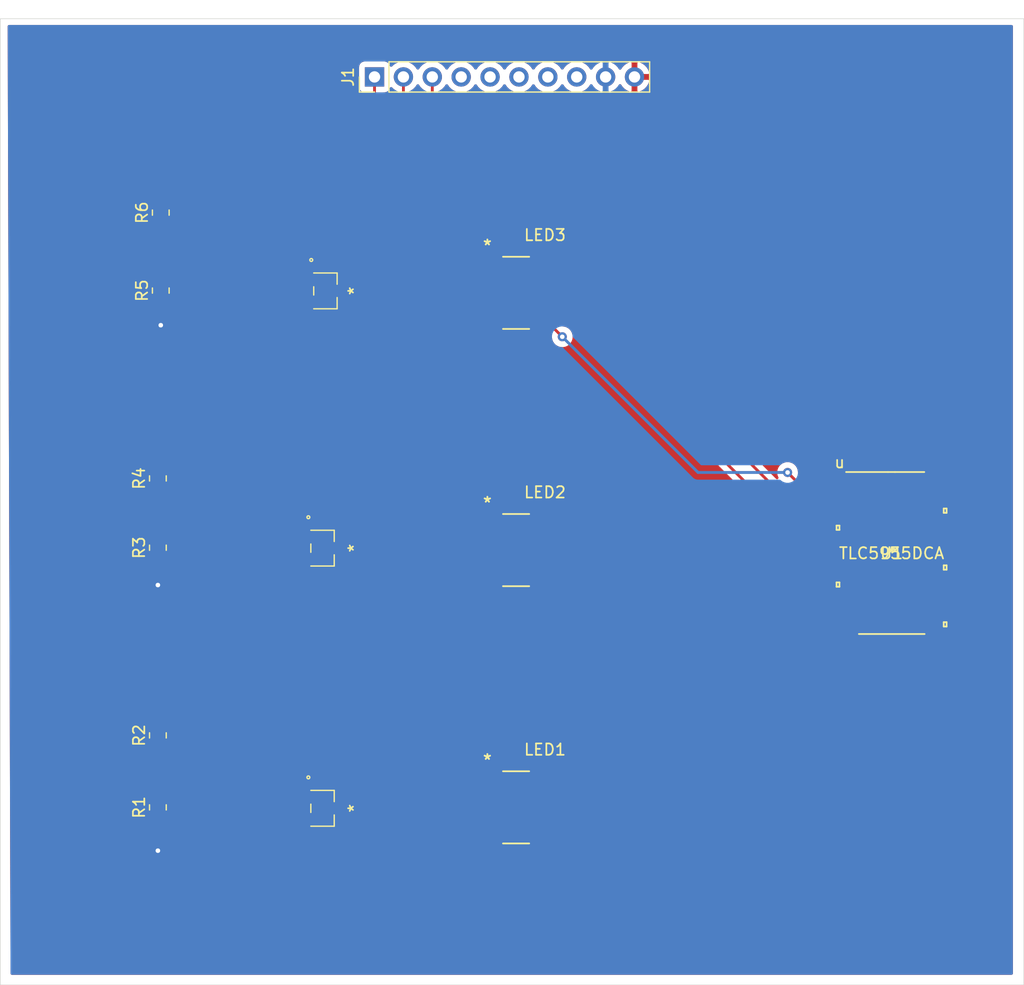
<source format=kicad_pcb>
(kicad_pcb (version 20171130) (host pcbnew "(5.1.10)-1")

  (general
    (thickness 1.6)
    (drawings 4)
    (tracks 112)
    (zones 0)
    (modules 14)
    (nets 65)
  )

  (page A4)
  (layers
    (0 F.Cu signal)
    (31 B.Cu signal)
    (32 B.Adhes user)
    (33 F.Adhes user)
    (34 B.Paste user)
    (35 F.Paste user)
    (36 B.SilkS user)
    (37 F.SilkS user)
    (38 B.Mask user)
    (39 F.Mask user)
    (40 Dwgs.User user)
    (41 Cmts.User user)
    (42 Eco1.User user)
    (43 Eco2.User user)
    (44 Edge.Cuts user)
    (45 Margin user)
    (46 B.CrtYd user)
    (47 F.CrtYd user)
    (48 B.Fab user)
    (49 F.Fab user)
  )

  (setup
    (last_trace_width 0.25)
    (trace_clearance 0.2)
    (zone_clearance 0.508)
    (zone_45_only no)
    (trace_min 0.2)
    (via_size 0.8)
    (via_drill 0.4)
    (via_min_size 0.4)
    (via_min_drill 0.3)
    (uvia_size 0.3)
    (uvia_drill 0.1)
    (uvias_allowed no)
    (uvia_min_size 0.2)
    (uvia_min_drill 0.1)
    (edge_width 0.05)
    (segment_width 0.2)
    (pcb_text_width 0.3)
    (pcb_text_size 1.5 1.5)
    (mod_edge_width 0.12)
    (mod_text_size 1 1)
    (mod_text_width 0.15)
    (pad_size 1.524 1.524)
    (pad_drill 0.762)
    (pad_to_mask_clearance 0)
    (aux_axis_origin 0 0)
    (visible_elements FFFFFF7F)
    (pcbplotparams
      (layerselection 0x010fc_ffffffff)
      (usegerberextensions false)
      (usegerberattributes true)
      (usegerberadvancedattributes true)
      (creategerberjobfile true)
      (excludeedgelayer true)
      (linewidth 0.100000)
      (plotframeref false)
      (viasonmask false)
      (mode 1)
      (useauxorigin false)
      (hpglpennumber 1)
      (hpglpenspeed 20)
      (hpglpendiameter 15.000000)
      (psnegative false)
      (psa4output false)
      (plotreference true)
      (plotvalue true)
      (plotinvisibletext false)
      (padsonsilk false)
      (subtractmaskfromsilk false)
      (outputformat 1)
      (mirror false)
      (drillshape 1)
      (scaleselection 1)
      (outputdirectory ""))
  )

  (net 0 "")
  (net 1 "Net-(LED1-Pad1)")
  (net 2 "Net-(LED1-Pad4)")
  (net 3 "Net-(LED1-Pad5)")
  (net 4 "Net-(LED1-Pad6)")
  (net 5 "Net-(LED2-Pad1)")
  (net 6 "Net-(LED3-Pad1)")
  (net 7 "Net-(MOSFET1-Pad1)")
  (net 8 +5V)
  (net 9 "Net-(MOSFET2-Pad1)")
  (net 10 "Net-(MOSFET3-Pad1)")
  (net 11 /GPIO1)
  (net 12 /GPIO2)
  (net 13 /GPIO3)
  (net 14 /SIN)
  (net 15 /SCLK)
  (net 16 /LAT)
  (net 17 "Net-(U1-Pad4)")
  (net 18 "Net-(U1-Pad5)")
  (net 19 "Net-(U1-Pad6)")
  (net 20 "Net-(U1-Pad10)")
  (net 21 "Net-(U1-Pad11)")
  (net 22 "Net-(U1-Pad12)")
  (net 23 "Net-(U1-Pad13)")
  (net 24 "Net-(U1-Pad14)")
  (net 25 "Net-(U1-Pad15)")
  (net 26 "Net-(U1-Pad16)")
  (net 27 "Net-(U1-Pad17)")
  (net 28 "Net-(U1-Pad18)")
  (net 29 "Net-(U1-Pad19)")
  (net 30 "Net-(U1-Pad20)")
  (net 31 "Net-(U1-Pad21)")
  (net 32 "Net-(U1-Pad22)")
  (net 33 "Net-(U1-Pad23)")
  (net 34 "Net-(U1-Pad24)")
  (net 35 "Net-(U1-Pad25)")
  (net 36 "Net-(U1-Pad26)")
  (net 37 "Net-(U1-Pad27)")
  (net 38 /SOUT)
  (net 39 GND)
  (net 40 "Net-(U1-Pad30)")
  (net 41 "Net-(U1-Pad31)")
  (net 42 "Net-(U1-Pad32)")
  (net 43 "Net-(U1-Pad33)")
  (net 44 "Net-(U1-Pad34)")
  (net 45 "Net-(U1-Pad35)")
  (net 46 "Net-(U1-Pad36)")
  (net 47 "Net-(U1-Pad37)")
  (net 48 "Net-(U1-Pad38)")
  (net 49 "Net-(U1-Pad39)")
  (net 50 "Net-(U1-Pad40)")
  (net 51 "Net-(U1-Pad41)")
  (net 52 "Net-(U1-Pad42)")
  (net 53 "Net-(U1-Pad43)")
  (net 54 "Net-(U1-Pad44)")
  (net 55 "Net-(U1-Pad45)")
  (net 56 "Net-(U1-Pad46)")
  (net 57 "Net-(U1-Pad47)")
  (net 58 "Net-(U1-Pad48)")
  (net 59 "Net-(U1-Pad49)")
  (net 60 "Net-(U1-Pad50)")
  (net 61 "Net-(U1-Pad51)")
  (net 62 "Net-(U1-Pad52)")
  (net 63 "Net-(U1-Pad53)")
  (net 64 /GSCLCK)

  (net_class Default "This is the default net class."
    (clearance 0.2)
    (trace_width 0.25)
    (via_dia 0.8)
    (via_drill 0.4)
    (uvia_dia 0.3)
    (uvia_drill 0.1)
    (add_net +5V)
    (add_net /GPIO1)
    (add_net /GPIO2)
    (add_net /GPIO3)
    (add_net /GSCLCK)
    (add_net /LAT)
    (add_net /SCLK)
    (add_net /SIN)
    (add_net /SOUT)
    (add_net GND)
    (add_net "Net-(LED1-Pad1)")
    (add_net "Net-(LED1-Pad4)")
    (add_net "Net-(LED1-Pad5)")
    (add_net "Net-(LED1-Pad6)")
    (add_net "Net-(LED2-Pad1)")
    (add_net "Net-(LED3-Pad1)")
    (add_net "Net-(MOSFET1-Pad1)")
    (add_net "Net-(MOSFET2-Pad1)")
    (add_net "Net-(MOSFET3-Pad1)")
    (add_net "Net-(U1-Pad10)")
    (add_net "Net-(U1-Pad11)")
    (add_net "Net-(U1-Pad12)")
    (add_net "Net-(U1-Pad13)")
    (add_net "Net-(U1-Pad14)")
    (add_net "Net-(U1-Pad15)")
    (add_net "Net-(U1-Pad16)")
    (add_net "Net-(U1-Pad17)")
    (add_net "Net-(U1-Pad18)")
    (add_net "Net-(U1-Pad19)")
    (add_net "Net-(U1-Pad20)")
    (add_net "Net-(U1-Pad21)")
    (add_net "Net-(U1-Pad22)")
    (add_net "Net-(U1-Pad23)")
    (add_net "Net-(U1-Pad24)")
    (add_net "Net-(U1-Pad25)")
    (add_net "Net-(U1-Pad26)")
    (add_net "Net-(U1-Pad27)")
    (add_net "Net-(U1-Pad30)")
    (add_net "Net-(U1-Pad31)")
    (add_net "Net-(U1-Pad32)")
    (add_net "Net-(U1-Pad33)")
    (add_net "Net-(U1-Pad34)")
    (add_net "Net-(U1-Pad35)")
    (add_net "Net-(U1-Pad36)")
    (add_net "Net-(U1-Pad37)")
    (add_net "Net-(U1-Pad38)")
    (add_net "Net-(U1-Pad39)")
    (add_net "Net-(U1-Pad4)")
    (add_net "Net-(U1-Pad40)")
    (add_net "Net-(U1-Pad41)")
    (add_net "Net-(U1-Pad42)")
    (add_net "Net-(U1-Pad43)")
    (add_net "Net-(U1-Pad44)")
    (add_net "Net-(U1-Pad45)")
    (add_net "Net-(U1-Pad46)")
    (add_net "Net-(U1-Pad47)")
    (add_net "Net-(U1-Pad48)")
    (add_net "Net-(U1-Pad49)")
    (add_net "Net-(U1-Pad5)")
    (add_net "Net-(U1-Pad50)")
    (add_net "Net-(U1-Pad51)")
    (add_net "Net-(U1-Pad52)")
    (add_net "Net-(U1-Pad53)")
    (add_net "Net-(U1-Pad6)")
  )

  (module SSM:SSM3J328R (layer F.Cu) (tedit 60CE3695) (tstamp 60CF0DD4)
    (at 148.59 73.941 270)
    (path /60D6E027)
    (fp_text reference MOSFET3 (at 0 -2.54 270) (layer F.SilkS) hide
      (effects (font (size 1 1) (thickness 0.15)))
    )
    (fp_text value SSM3J328R (at 0 2.54 270) (layer F.SilkS) hide
      (effects (font (size 1 1) (thickness 0.15)))
    )
    (fp_circle (center -2.7178 1.2446) (end -2.5908 1.2446) (layer F.SilkS) (width 0.12))
    (fp_circle (center -1.1938 0.6477) (end -1.0668 0.6477) (layer F.Fab) (width 0.1))
    (fp_line (start 1.4478 0.9017) (end -1.4478 0.9017) (layer F.CrtYd) (width 0.05))
    (fp_line (start 1.4478 -0.9017) (end 1.4478 0.9017) (layer F.CrtYd) (width 0.05))
    (fp_line (start -1.4478 -0.9017) (end 1.4478 -0.9017) (layer F.CrtYd) (width 0.05))
    (fp_line (start -1.4478 0.9017) (end -1.4478 -0.9017) (layer F.CrtYd) (width 0.05))
    (fp_line (start -1.7018 1.1557) (end -1.7018 -1.1557) (layer F.CrtYd) (width 0.05))
    (fp_line (start -1.458 1.1557) (end -1.7018 1.1557) (layer F.CrtYd) (width 0.05))
    (fp_line (start -1.458 1.7018) (end -1.458 1.1557) (layer F.CrtYd) (width 0.05))
    (fp_line (start 1.458 1.7018) (end -1.458 1.7018) (layer F.CrtYd) (width 0.05))
    (fp_line (start 1.458 1.1557) (end 1.458 1.7018) (layer F.CrtYd) (width 0.05))
    (fp_line (start 1.7018 1.1557) (end 1.458 1.1557) (layer F.CrtYd) (width 0.05))
    (fp_line (start 1.7018 -1.1557) (end 1.7018 1.1557) (layer F.CrtYd) (width 0.05))
    (fp_line (start 0.508 -1.1557) (end 1.7018 -1.1557) (layer F.CrtYd) (width 0.05))
    (fp_line (start 0.508 -1.7018) (end 0.508 -1.1557) (layer F.CrtYd) (width 0.05))
    (fp_line (start -0.508 -1.7018) (end 0.508 -1.7018) (layer F.CrtYd) (width 0.05))
    (fp_line (start -0.508 -1.1557) (end -0.508 -1.7018) (layer F.CrtYd) (width 0.05))
    (fp_line (start -1.7018 -1.1557) (end -0.508 -1.1557) (layer F.CrtYd) (width 0.05))
    (fp_line (start -0.58674 -1.0287) (end -1.5748 -1.0287) (layer F.SilkS) (width 0.12))
    (fp_line (start -1.4478 -0.9017) (end -1.4478 0.9017) (layer F.Fab) (width 0.1))
    (fp_line (start 1.4478 -0.9017) (end -1.4478 -0.9017) (layer F.Fab) (width 0.1))
    (fp_line (start 1.4478 0.9017) (end 1.4478 -0.9017) (layer F.Fab) (width 0.1))
    (fp_line (start -1.4478 0.9017) (end 1.4478 0.9017) (layer F.Fab) (width 0.1))
    (fp_line (start -1.5748 -1.0287) (end -1.5748 1.0287) (layer F.SilkS) (width 0.12))
    (fp_line (start 1.5748 -1.0287) (end 0.58674 -1.0287) (layer F.SilkS) (width 0.12))
    (fp_line (start 1.5748 1.0287) (end 1.5748 -1.0287) (layer F.SilkS) (width 0.12))
    (fp_line (start -0.363261 1.0287) (end 0.363261 1.0287) (layer F.SilkS) (width 0.12))
    (fp_line (start -0.254 -1.2446) (end -0.254 -0.9017) (layer F.Fab) (width 0.1))
    (fp_line (start 0.254 -1.2446) (end -0.254 -1.2446) (layer F.Fab) (width 0.1))
    (fp_line (start 0.254 -0.9017) (end 0.254 -1.2446) (layer F.Fab) (width 0.1))
    (fp_line (start -0.254 -0.9017) (end 0.254 -0.9017) (layer F.Fab) (width 0.1))
    (fp_line (start 1.204 1.2446) (end 1.204 0.9017) (layer F.Fab) (width 0.1))
    (fp_line (start 0.696 1.2446) (end 1.204 1.2446) (layer F.Fab) (width 0.1))
    (fp_line (start 0.696 0.9017) (end 0.696 1.2446) (layer F.Fab) (width 0.1))
    (fp_line (start 1.204 0.9017) (end 0.696 0.9017) (layer F.Fab) (width 0.1))
    (fp_line (start -0.696 1.2446) (end -0.696 0.9017) (layer F.Fab) (width 0.1))
    (fp_line (start -1.204 1.2446) (end -0.696 1.2446) (layer F.Fab) (width 0.1))
    (fp_line (start -1.204 0.9017) (end -1.204 1.2446) (layer F.Fab) (width 0.1))
    (fp_line (start -0.696 0.9017) (end -1.204 0.9017) (layer F.Fab) (width 0.1))
    (fp_text user * (at 0 -2.54 270) (layer F.SilkS)
      (effects (font (size 1 1) (thickness 0.15)))
    )
    (fp_text user * (at 0 -2.54 270) (layer F.Fab)
      (effects (font (size 1 1) (thickness 0.15)))
    )
    (pad 1 smd rect (at -0.950001 1.1938 270) (size 0.508 0.508) (layers F.Cu F.Paste F.Mask)
      (net 10 "Net-(MOSFET3-Pad1)"))
    (pad 2 smd rect (at 0.950001 1.1938 270) (size 0.508 0.508) (layers F.Cu F.Paste F.Mask)
      (net 8 +5V))
    (pad 3 smd rect (at 0 -1.1938 270) (size 0.508 0.508) (layers F.Cu F.Paste F.Mask)
      (net 6 "Net-(LED3-Pad1)"))
  )

  (module CLP_LED:CLP6C-FKB-CKNPRGJBB7A363 (layer F.Cu) (tedit 60AEF27F) (tstamp 60CF0BBC)
    (at 165.356 119.38)
    (path /60D5A691)
    (fp_text reference LED1 (at 2.54 -5.08) (layer F.SilkS)
      (effects (font (size 1 1) (thickness 0.15)))
    )
    (fp_text value CLP6C-FKB-CKNPRGJBB7A363 (at 0 1.27) (layer F.SilkS) hide
      (effects (font (size 1 1) (thickness 0.15)))
    )
    (fp_line (start -2.8067 2.608) (end -3.7592 2.608) (layer F.CrtYd) (width 0.1524))
    (fp_line (start -2.8067 3.302) (end -2.8067 2.608) (layer F.CrtYd) (width 0.1524))
    (fp_line (start 2.8067 3.302) (end -2.8067 3.302) (layer F.CrtYd) (width 0.1524))
    (fp_line (start 2.8067 2.608) (end 2.8067 3.302) (layer F.CrtYd) (width 0.1524))
    (fp_line (start 3.7592 2.608) (end 2.8067 2.608) (layer F.CrtYd) (width 0.1524))
    (fp_line (start 3.7592 -2.608) (end 3.7592 2.608) (layer F.CrtYd) (width 0.1524))
    (fp_line (start 2.8067 -2.608) (end 3.7592 -2.608) (layer F.CrtYd) (width 0.1524))
    (fp_line (start 2.8067 -3.302) (end 2.8067 -2.608) (layer F.CrtYd) (width 0.1524))
    (fp_line (start -2.8067 -3.302) (end 2.8067 -3.302) (layer F.CrtYd) (width 0.1524))
    (fp_line (start -2.8067 -2.608) (end -2.8067 -3.302) (layer F.CrtYd) (width 0.1524))
    (fp_line (start -3.7592 -2.608) (end -2.8067 -2.608) (layer F.CrtYd) (width 0.1524))
    (fp_line (start -3.7592 2.608) (end -3.7592 -2.608) (layer F.CrtYd) (width 0.1524))
    (fp_line (start -2.5527 -3.048) (end -2.5527 3.048) (layer F.Fab) (width 0.1524))
    (fp_line (start 2.5527 -3.048) (end -2.5527 -3.048) (layer F.Fab) (width 0.1524))
    (fp_line (start 2.5527 3.048) (end 2.5527 -3.048) (layer F.Fab) (width 0.1524))
    (fp_line (start -2.5527 3.048) (end 2.5527 3.048) (layer F.Fab) (width 0.1524))
    (fp_line (start 1.152095 -3.175) (end -1.1521 -3.175) (layer F.SilkS) (width 0.1524))
    (fp_line (start -1.152095 3.175) (end 1.1521 3.175) (layer F.SilkS) (width 0.1524))
    (fp_line (start 2.8956 -2.8493) (end 2.5527 -2.8493) (layer F.Fab) (width 0.1524))
    (fp_line (start 2.8956 -1.3507) (end 2.8956 -2.8493) (layer F.Fab) (width 0.1524))
    (fp_line (start 2.5527 -1.3507) (end 2.8956 -1.3507) (layer F.Fab) (width 0.1524))
    (fp_line (start 2.5527 -2.8493) (end 2.5527 -1.3507) (layer F.Fab) (width 0.1524))
    (fp_line (start 2.8956 -0.7493) (end 2.5527 -0.7493) (layer F.Fab) (width 0.1524))
    (fp_line (start 2.8956 0.7493) (end 2.8956 -0.7493) (layer F.Fab) (width 0.1524))
    (fp_line (start 2.5527 0.7493) (end 2.8956 0.7493) (layer F.Fab) (width 0.1524))
    (fp_line (start 2.5527 -0.7493) (end 2.5527 0.7493) (layer F.Fab) (width 0.1524))
    (fp_line (start 2.8956 1.3507) (end 2.5527 1.3507) (layer F.Fab) (width 0.1524))
    (fp_line (start 2.8956 2.8493) (end 2.8956 1.3507) (layer F.Fab) (width 0.1524))
    (fp_line (start 2.5527 2.8493) (end 2.8956 2.8493) (layer F.Fab) (width 0.1524))
    (fp_line (start 2.5527 1.3507) (end 2.5527 2.8493) (layer F.Fab) (width 0.1524))
    (fp_line (start -2.8956 2.8493) (end -2.5527 2.8493) (layer F.Fab) (width 0.1524))
    (fp_line (start -2.8956 1.3507) (end -2.8956 2.8493) (layer F.Fab) (width 0.1524))
    (fp_line (start -2.5527 1.3507) (end -2.8956 1.3507) (layer F.Fab) (width 0.1524))
    (fp_line (start -2.5527 2.8493) (end -2.5527 1.3507) (layer F.Fab) (width 0.1524))
    (fp_line (start -2.8956 0.7493) (end -2.5527 0.7493) (layer F.Fab) (width 0.1524))
    (fp_line (start -2.8956 -0.7493) (end -2.8956 0.7493) (layer F.Fab) (width 0.1524))
    (fp_line (start -2.5527 -0.7493) (end -2.8956 -0.7493) (layer F.Fab) (width 0.1524))
    (fp_line (start -2.5527 0.7493) (end -2.5527 -0.7493) (layer F.Fab) (width 0.1524))
    (fp_line (start -2.8956 -1.3507) (end -2.5527 -1.3507) (layer F.Fab) (width 0.1524))
    (fp_line (start -2.8956 -2.8493) (end -2.8956 -1.3507) (layer F.Fab) (width 0.1524))
    (fp_line (start -2.5527 -2.8493) (end -2.8956 -2.8493) (layer F.Fab) (width 0.1524))
    (fp_line (start -2.5527 -1.3507) (end -2.5527 -2.8493) (layer F.Fab) (width 0.1524))
    (fp_text user "Copyright 2016 Accelerated Designs. All rights reserved." (at 0 0) (layer Cmts.User)
      (effects (font (size 0.127 0.127) (thickness 0.002)))
    )
    (fp_text user * (at -2.5273 -4.1447) (layer F.SilkS)
      (effects (font (size 1 1) (thickness 0.15)))
    )
    (fp_text user * (at -1.7653 -3.6494) (layer F.Fab)
      (effects (font (size 1 1) (thickness 0.15)))
    )
    (fp_text user 0.077in/1.956mm (at -2.2733 -6.731) (layer Dwgs.User)
      (effects (font (size 1 1) (thickness 0.15)))
    )
    (fp_text user 0.083in/2.1mm (at -5.3213 -1.05) (layer Dwgs.User)
      (effects (font (size 1 1) (thickness 0.15)))
    )
    (fp_text user 0.179in/4.547mm (at 0 5.148) (layer Dwgs.User)
      (effects (font (size 1 1) (thickness 0.15)))
    )
    (fp_text user 0.061in/1.549mm (at 5.3213 -2.1) (layer Dwgs.User)
      (effects (font (size 1 1) (thickness 0.15)))
    )
    (fp_text user * (at -1.7653 -3.6494) (layer F.Fab)
      (effects (font (size 1 1) (thickness 0.15)))
    )
    (fp_text user * (at -2.5273 -4.1447) (layer F.SilkS)
      (effects (font (size 1 1) (thickness 0.15)))
    )
    (fp_arc (start 0 -3.048) (end 0.3048 -3.048) (angle 180) (layer F.Fab) (width 0.1524))
    (pad 1 smd rect (at -2.2733 -2.099998) (size 1.9558 1.5494) (layers F.Cu F.Paste F.Mask)
      (net 1 "Net-(LED1-Pad1)"))
    (pad 2 smd rect (at -2.2733 0) (size 1.9558 1.5494) (layers F.Cu F.Paste F.Mask)
      (net 1 "Net-(LED1-Pad1)"))
    (pad 3 smd rect (at -2.2733 2.100001) (size 1.9558 1.5494) (layers F.Cu F.Paste F.Mask)
      (net 1 "Net-(LED1-Pad1)"))
    (pad 4 smd rect (at 2.2733 2.099998) (size 1.9558 1.5494) (layers F.Cu F.Paste F.Mask)
      (net 2 "Net-(LED1-Pad4)"))
    (pad 5 smd rect (at 2.2733 0) (size 1.9558 1.5494) (layers F.Cu F.Paste F.Mask)
      (net 3 "Net-(LED1-Pad5)"))
    (pad 6 smd rect (at 2.2733 -2.100001) (size 1.9558 1.5494) (layers F.Cu F.Paste F.Mask)
      (net 4 "Net-(LED1-Pad6)"))
  )

  (module CLP_LED:CLP6C-FKB-CKNPRGJBB7A363 (layer F.Cu) (tedit 60AEF27F) (tstamp 60CF0D2A)
    (at 165.356 96.747)
    (path /60D5E681)
    (fp_text reference LED2 (at 2.54 -5.08) (layer F.SilkS)
      (effects (font (size 1 1) (thickness 0.15)))
    )
    (fp_text value CLP6C-FKB-CKNPRGJBB7A363 (at 0 1.27) (layer F.SilkS) hide
      (effects (font (size 1 1) (thickness 0.15)))
    )
    (fp_arc (start 0 -3.048) (end 0.3048 -3.048) (angle 180) (layer F.Fab) (width 0.1524))
    (fp_text user * (at -2.5273 -4.1447) (layer F.SilkS)
      (effects (font (size 1 1) (thickness 0.15)))
    )
    (fp_text user * (at -1.7653 -3.6494) (layer F.Fab)
      (effects (font (size 1 1) (thickness 0.15)))
    )
    (fp_text user 0.061in/1.549mm (at 5.3213 -2.1) (layer Dwgs.User)
      (effects (font (size 1 1) (thickness 0.15)))
    )
    (fp_text user 0.179in/4.547mm (at 0 5.148) (layer Dwgs.User)
      (effects (font (size 1 1) (thickness 0.15)))
    )
    (fp_text user 0.083in/2.1mm (at -5.3213 -1.05) (layer Dwgs.User)
      (effects (font (size 1 1) (thickness 0.15)))
    )
    (fp_text user 0.077in/1.956mm (at -2.2733 -6.731) (layer Dwgs.User)
      (effects (font (size 1 1) (thickness 0.15)))
    )
    (fp_text user * (at -1.7653 -3.6494) (layer F.Fab)
      (effects (font (size 1 1) (thickness 0.15)))
    )
    (fp_text user * (at -2.5273 -4.1447) (layer F.SilkS)
      (effects (font (size 1 1) (thickness 0.15)))
    )
    (fp_text user "Copyright 2016 Accelerated Designs. All rights reserved." (at 0 0) (layer Cmts.User)
      (effects (font (size 0.127 0.127) (thickness 0.002)))
    )
    (fp_line (start -2.5527 -1.3507) (end -2.5527 -2.8493) (layer F.Fab) (width 0.1524))
    (fp_line (start -2.5527 -2.8493) (end -2.8956 -2.8493) (layer F.Fab) (width 0.1524))
    (fp_line (start -2.8956 -2.8493) (end -2.8956 -1.3507) (layer F.Fab) (width 0.1524))
    (fp_line (start -2.8956 -1.3507) (end -2.5527 -1.3507) (layer F.Fab) (width 0.1524))
    (fp_line (start -2.5527 0.7493) (end -2.5527 -0.7493) (layer F.Fab) (width 0.1524))
    (fp_line (start -2.5527 -0.7493) (end -2.8956 -0.7493) (layer F.Fab) (width 0.1524))
    (fp_line (start -2.8956 -0.7493) (end -2.8956 0.7493) (layer F.Fab) (width 0.1524))
    (fp_line (start -2.8956 0.7493) (end -2.5527 0.7493) (layer F.Fab) (width 0.1524))
    (fp_line (start -2.5527 2.8493) (end -2.5527 1.3507) (layer F.Fab) (width 0.1524))
    (fp_line (start -2.5527 1.3507) (end -2.8956 1.3507) (layer F.Fab) (width 0.1524))
    (fp_line (start -2.8956 1.3507) (end -2.8956 2.8493) (layer F.Fab) (width 0.1524))
    (fp_line (start -2.8956 2.8493) (end -2.5527 2.8493) (layer F.Fab) (width 0.1524))
    (fp_line (start 2.5527 1.3507) (end 2.5527 2.8493) (layer F.Fab) (width 0.1524))
    (fp_line (start 2.5527 2.8493) (end 2.8956 2.8493) (layer F.Fab) (width 0.1524))
    (fp_line (start 2.8956 2.8493) (end 2.8956 1.3507) (layer F.Fab) (width 0.1524))
    (fp_line (start 2.8956 1.3507) (end 2.5527 1.3507) (layer F.Fab) (width 0.1524))
    (fp_line (start 2.5527 -0.7493) (end 2.5527 0.7493) (layer F.Fab) (width 0.1524))
    (fp_line (start 2.5527 0.7493) (end 2.8956 0.7493) (layer F.Fab) (width 0.1524))
    (fp_line (start 2.8956 0.7493) (end 2.8956 -0.7493) (layer F.Fab) (width 0.1524))
    (fp_line (start 2.8956 -0.7493) (end 2.5527 -0.7493) (layer F.Fab) (width 0.1524))
    (fp_line (start 2.5527 -2.8493) (end 2.5527 -1.3507) (layer F.Fab) (width 0.1524))
    (fp_line (start 2.5527 -1.3507) (end 2.8956 -1.3507) (layer F.Fab) (width 0.1524))
    (fp_line (start 2.8956 -1.3507) (end 2.8956 -2.8493) (layer F.Fab) (width 0.1524))
    (fp_line (start 2.8956 -2.8493) (end 2.5527 -2.8493) (layer F.Fab) (width 0.1524))
    (fp_line (start -1.152095 3.175) (end 1.1521 3.175) (layer F.SilkS) (width 0.1524))
    (fp_line (start 1.152095 -3.175) (end -1.1521 -3.175) (layer F.SilkS) (width 0.1524))
    (fp_line (start -2.5527 3.048) (end 2.5527 3.048) (layer F.Fab) (width 0.1524))
    (fp_line (start 2.5527 3.048) (end 2.5527 -3.048) (layer F.Fab) (width 0.1524))
    (fp_line (start 2.5527 -3.048) (end -2.5527 -3.048) (layer F.Fab) (width 0.1524))
    (fp_line (start -2.5527 -3.048) (end -2.5527 3.048) (layer F.Fab) (width 0.1524))
    (fp_line (start -3.7592 2.608) (end -3.7592 -2.608) (layer F.CrtYd) (width 0.1524))
    (fp_line (start -3.7592 -2.608) (end -2.8067 -2.608) (layer F.CrtYd) (width 0.1524))
    (fp_line (start -2.8067 -2.608) (end -2.8067 -3.302) (layer F.CrtYd) (width 0.1524))
    (fp_line (start -2.8067 -3.302) (end 2.8067 -3.302) (layer F.CrtYd) (width 0.1524))
    (fp_line (start 2.8067 -3.302) (end 2.8067 -2.608) (layer F.CrtYd) (width 0.1524))
    (fp_line (start 2.8067 -2.608) (end 3.7592 -2.608) (layer F.CrtYd) (width 0.1524))
    (fp_line (start 3.7592 -2.608) (end 3.7592 2.608) (layer F.CrtYd) (width 0.1524))
    (fp_line (start 3.7592 2.608) (end 2.8067 2.608) (layer F.CrtYd) (width 0.1524))
    (fp_line (start 2.8067 2.608) (end 2.8067 3.302) (layer F.CrtYd) (width 0.1524))
    (fp_line (start 2.8067 3.302) (end -2.8067 3.302) (layer F.CrtYd) (width 0.1524))
    (fp_line (start -2.8067 3.302) (end -2.8067 2.608) (layer F.CrtYd) (width 0.1524))
    (fp_line (start -2.8067 2.608) (end -3.7592 2.608) (layer F.CrtYd) (width 0.1524))
    (pad 6 smd rect (at 2.2733 -2.100001) (size 1.9558 1.5494) (layers F.Cu F.Paste F.Mask)
      (net 4 "Net-(LED1-Pad6)"))
    (pad 5 smd rect (at 2.2733 0) (size 1.9558 1.5494) (layers F.Cu F.Paste F.Mask)
      (net 3 "Net-(LED1-Pad5)"))
    (pad 4 smd rect (at 2.2733 2.099998) (size 1.9558 1.5494) (layers F.Cu F.Paste F.Mask)
      (net 2 "Net-(LED1-Pad4)"))
    (pad 3 smd rect (at -2.2733 2.100001) (size 1.9558 1.5494) (layers F.Cu F.Paste F.Mask)
      (net 5 "Net-(LED2-Pad1)"))
    (pad 2 smd rect (at -2.2733 0) (size 1.9558 1.5494) (layers F.Cu F.Paste F.Mask)
      (net 5 "Net-(LED2-Pad1)"))
    (pad 1 smd rect (at -2.2733 -2.099998) (size 1.9558 1.5494) (layers F.Cu F.Paste F.Mask)
      (net 5 "Net-(LED2-Pad1)"))
  )

  (module CLP_LED:CLP6C-FKB-CKNPRGJBB7A363 (layer F.Cu) (tedit 60AEF27F) (tstamp 60CF0C73)
    (at 165.356 74.114)
    (path /60D5FBFB)
    (fp_text reference LED3 (at 2.54 -5.08) (layer F.SilkS)
      (effects (font (size 1 1) (thickness 0.15)))
    )
    (fp_text value CLP6C-FKB-CKNPRGJBB7A363 (at 0 1.27) (layer F.SilkS) hide
      (effects (font (size 1 1) (thickness 0.15)))
    )
    (fp_line (start -2.8067 2.608) (end -3.7592 2.608) (layer F.CrtYd) (width 0.1524))
    (fp_line (start -2.8067 3.302) (end -2.8067 2.608) (layer F.CrtYd) (width 0.1524))
    (fp_line (start 2.8067 3.302) (end -2.8067 3.302) (layer F.CrtYd) (width 0.1524))
    (fp_line (start 2.8067 2.608) (end 2.8067 3.302) (layer F.CrtYd) (width 0.1524))
    (fp_line (start 3.7592 2.608) (end 2.8067 2.608) (layer F.CrtYd) (width 0.1524))
    (fp_line (start 3.7592 -2.608) (end 3.7592 2.608) (layer F.CrtYd) (width 0.1524))
    (fp_line (start 2.8067 -2.608) (end 3.7592 -2.608) (layer F.CrtYd) (width 0.1524))
    (fp_line (start 2.8067 -3.302) (end 2.8067 -2.608) (layer F.CrtYd) (width 0.1524))
    (fp_line (start -2.8067 -3.302) (end 2.8067 -3.302) (layer F.CrtYd) (width 0.1524))
    (fp_line (start -2.8067 -2.608) (end -2.8067 -3.302) (layer F.CrtYd) (width 0.1524))
    (fp_line (start -3.7592 -2.608) (end -2.8067 -2.608) (layer F.CrtYd) (width 0.1524))
    (fp_line (start -3.7592 2.608) (end -3.7592 -2.608) (layer F.CrtYd) (width 0.1524))
    (fp_line (start -2.5527 -3.048) (end -2.5527 3.048) (layer F.Fab) (width 0.1524))
    (fp_line (start 2.5527 -3.048) (end -2.5527 -3.048) (layer F.Fab) (width 0.1524))
    (fp_line (start 2.5527 3.048) (end 2.5527 -3.048) (layer F.Fab) (width 0.1524))
    (fp_line (start -2.5527 3.048) (end 2.5527 3.048) (layer F.Fab) (width 0.1524))
    (fp_line (start 1.152095 -3.175) (end -1.1521 -3.175) (layer F.SilkS) (width 0.1524))
    (fp_line (start -1.152095 3.175) (end 1.1521 3.175) (layer F.SilkS) (width 0.1524))
    (fp_line (start 2.8956 -2.8493) (end 2.5527 -2.8493) (layer F.Fab) (width 0.1524))
    (fp_line (start 2.8956 -1.3507) (end 2.8956 -2.8493) (layer F.Fab) (width 0.1524))
    (fp_line (start 2.5527 -1.3507) (end 2.8956 -1.3507) (layer F.Fab) (width 0.1524))
    (fp_line (start 2.5527 -2.8493) (end 2.5527 -1.3507) (layer F.Fab) (width 0.1524))
    (fp_line (start 2.8956 -0.7493) (end 2.5527 -0.7493) (layer F.Fab) (width 0.1524))
    (fp_line (start 2.8956 0.7493) (end 2.8956 -0.7493) (layer F.Fab) (width 0.1524))
    (fp_line (start 2.5527 0.7493) (end 2.8956 0.7493) (layer F.Fab) (width 0.1524))
    (fp_line (start 2.5527 -0.7493) (end 2.5527 0.7493) (layer F.Fab) (width 0.1524))
    (fp_line (start 2.8956 1.3507) (end 2.5527 1.3507) (layer F.Fab) (width 0.1524))
    (fp_line (start 2.8956 2.8493) (end 2.8956 1.3507) (layer F.Fab) (width 0.1524))
    (fp_line (start 2.5527 2.8493) (end 2.8956 2.8493) (layer F.Fab) (width 0.1524))
    (fp_line (start 2.5527 1.3507) (end 2.5527 2.8493) (layer F.Fab) (width 0.1524))
    (fp_line (start -2.8956 2.8493) (end -2.5527 2.8493) (layer F.Fab) (width 0.1524))
    (fp_line (start -2.8956 1.3507) (end -2.8956 2.8493) (layer F.Fab) (width 0.1524))
    (fp_line (start -2.5527 1.3507) (end -2.8956 1.3507) (layer F.Fab) (width 0.1524))
    (fp_line (start -2.5527 2.8493) (end -2.5527 1.3507) (layer F.Fab) (width 0.1524))
    (fp_line (start -2.8956 0.7493) (end -2.5527 0.7493) (layer F.Fab) (width 0.1524))
    (fp_line (start -2.8956 -0.7493) (end -2.8956 0.7493) (layer F.Fab) (width 0.1524))
    (fp_line (start -2.5527 -0.7493) (end -2.8956 -0.7493) (layer F.Fab) (width 0.1524))
    (fp_line (start -2.5527 0.7493) (end -2.5527 -0.7493) (layer F.Fab) (width 0.1524))
    (fp_line (start -2.8956 -1.3507) (end -2.5527 -1.3507) (layer F.Fab) (width 0.1524))
    (fp_line (start -2.8956 -2.8493) (end -2.8956 -1.3507) (layer F.Fab) (width 0.1524))
    (fp_line (start -2.5527 -2.8493) (end -2.8956 -2.8493) (layer F.Fab) (width 0.1524))
    (fp_line (start -2.5527 -1.3507) (end -2.5527 -2.8493) (layer F.Fab) (width 0.1524))
    (fp_text user "Copyright 2016 Accelerated Designs. All rights reserved." (at 0 0) (layer Cmts.User)
      (effects (font (size 0.127 0.127) (thickness 0.002)))
    )
    (fp_text user * (at -2.5273 -4.1447) (layer F.SilkS)
      (effects (font (size 1 1) (thickness 0.15)))
    )
    (fp_text user * (at -1.7653 -3.6494) (layer F.Fab)
      (effects (font (size 1 1) (thickness 0.15)))
    )
    (fp_text user 0.077in/1.956mm (at -2.2733 -6.731) (layer Dwgs.User)
      (effects (font (size 1 1) (thickness 0.15)))
    )
    (fp_text user 0.083in/2.1mm (at -5.3213 -1.05) (layer Dwgs.User)
      (effects (font (size 1 1) (thickness 0.15)))
    )
    (fp_text user 0.179in/4.547mm (at 0 5.148) (layer Dwgs.User)
      (effects (font (size 1 1) (thickness 0.15)))
    )
    (fp_text user 0.061in/1.549mm (at 5.3213 -2.1) (layer Dwgs.User)
      (effects (font (size 1 1) (thickness 0.15)))
    )
    (fp_text user * (at -1.7653 -3.6494) (layer F.Fab)
      (effects (font (size 1 1) (thickness 0.15)))
    )
    (fp_text user * (at -2.5273 -4.1447) (layer F.SilkS)
      (effects (font (size 1 1) (thickness 0.15)))
    )
    (fp_arc (start 0 -3.048) (end 0.3048 -3.048) (angle 180) (layer F.Fab) (width 0.1524))
    (pad 1 smd rect (at -2.2733 -2.099998) (size 1.9558 1.5494) (layers F.Cu F.Paste F.Mask)
      (net 6 "Net-(LED3-Pad1)"))
    (pad 2 smd rect (at -2.2733 0) (size 1.9558 1.5494) (layers F.Cu F.Paste F.Mask)
      (net 6 "Net-(LED3-Pad1)"))
    (pad 3 smd rect (at -2.2733 2.100001) (size 1.9558 1.5494) (layers F.Cu F.Paste F.Mask)
      (net 6 "Net-(LED3-Pad1)"))
    (pad 4 smd rect (at 2.2733 2.099998) (size 1.9558 1.5494) (layers F.Cu F.Paste F.Mask)
      (net 2 "Net-(LED1-Pad4)"))
    (pad 5 smd rect (at 2.2733 0) (size 1.9558 1.5494) (layers F.Cu F.Paste F.Mask)
      (net 3 "Net-(LED1-Pad5)"))
    (pad 6 smd rect (at 2.2733 -2.100001) (size 1.9558 1.5494) (layers F.Cu F.Paste F.Mask)
      (net 4 "Net-(LED1-Pad6)"))
  )

  (module SSM:SSM3J328R (layer F.Cu) (tedit 0) (tstamp 60CF0B1F)
    (at 148.336 119.461 270)
    (path /60D7624E)
    (fp_text reference MOSFET1 (at 0 0 90) (layer F.SilkS) hide
      (effects (font (size 1 1) (thickness 0.15)))
    )
    (fp_text value SSM3J328R (at 0 0 90) (layer F.SilkS) hide
      (effects (font (size 1 1) (thickness 0.15)))
    )
    (fp_circle (center -2.7178 1.2446) (end -2.5908 1.2446) (layer F.SilkS) (width 0.12))
    (fp_circle (center -1.1938 0.6477) (end -1.0668 0.6477) (layer F.Fab) (width 0.1))
    (fp_line (start 1.4478 0.9017) (end -1.4478 0.9017) (layer F.CrtYd) (width 0.05))
    (fp_line (start 1.4478 -0.9017) (end 1.4478 0.9017) (layer F.CrtYd) (width 0.05))
    (fp_line (start -1.4478 -0.9017) (end 1.4478 -0.9017) (layer F.CrtYd) (width 0.05))
    (fp_line (start -1.4478 0.9017) (end -1.4478 -0.9017) (layer F.CrtYd) (width 0.05))
    (fp_line (start -1.7018 1.1557) (end -1.7018 -1.1557) (layer F.CrtYd) (width 0.05))
    (fp_line (start -1.458 1.1557) (end -1.7018 1.1557) (layer F.CrtYd) (width 0.05))
    (fp_line (start -1.458 1.7018) (end -1.458 1.1557) (layer F.CrtYd) (width 0.05))
    (fp_line (start 1.458 1.7018) (end -1.458 1.7018) (layer F.CrtYd) (width 0.05))
    (fp_line (start 1.458 1.1557) (end 1.458 1.7018) (layer F.CrtYd) (width 0.05))
    (fp_line (start 1.7018 1.1557) (end 1.458 1.1557) (layer F.CrtYd) (width 0.05))
    (fp_line (start 1.7018 -1.1557) (end 1.7018 1.1557) (layer F.CrtYd) (width 0.05))
    (fp_line (start 0.508 -1.1557) (end 1.7018 -1.1557) (layer F.CrtYd) (width 0.05))
    (fp_line (start 0.508 -1.7018) (end 0.508 -1.1557) (layer F.CrtYd) (width 0.05))
    (fp_line (start -0.508 -1.7018) (end 0.508 -1.7018) (layer F.CrtYd) (width 0.05))
    (fp_line (start -0.508 -1.1557) (end -0.508 -1.7018) (layer F.CrtYd) (width 0.05))
    (fp_line (start -1.7018 -1.1557) (end -0.508 -1.1557) (layer F.CrtYd) (width 0.05))
    (fp_line (start -0.58674 -1.0287) (end -1.5748 -1.0287) (layer F.SilkS) (width 0.12))
    (fp_line (start -1.4478 -0.9017) (end -1.4478 0.9017) (layer F.Fab) (width 0.1))
    (fp_line (start 1.4478 -0.9017) (end -1.4478 -0.9017) (layer F.Fab) (width 0.1))
    (fp_line (start 1.4478 0.9017) (end 1.4478 -0.9017) (layer F.Fab) (width 0.1))
    (fp_line (start -1.4478 0.9017) (end 1.4478 0.9017) (layer F.Fab) (width 0.1))
    (fp_line (start -1.5748 -1.0287) (end -1.5748 1.0287) (layer F.SilkS) (width 0.12))
    (fp_line (start 1.5748 -1.0287) (end 0.58674 -1.0287) (layer F.SilkS) (width 0.12))
    (fp_line (start 1.5748 1.0287) (end 1.5748 -1.0287) (layer F.SilkS) (width 0.12))
    (fp_line (start -0.363261 1.0287) (end 0.363261 1.0287) (layer F.SilkS) (width 0.12))
    (fp_line (start -0.254 -1.2446) (end -0.254 -0.9017) (layer F.Fab) (width 0.1))
    (fp_line (start 0.254 -1.2446) (end -0.254 -1.2446) (layer F.Fab) (width 0.1))
    (fp_line (start 0.254 -0.9017) (end 0.254 -1.2446) (layer F.Fab) (width 0.1))
    (fp_line (start -0.254 -0.9017) (end 0.254 -0.9017) (layer F.Fab) (width 0.1))
    (fp_line (start 1.204 1.2446) (end 1.204 0.9017) (layer F.Fab) (width 0.1))
    (fp_line (start 0.696 1.2446) (end 1.204 1.2446) (layer F.Fab) (width 0.1))
    (fp_line (start 0.696 0.9017) (end 0.696 1.2446) (layer F.Fab) (width 0.1))
    (fp_line (start 1.204 0.9017) (end 0.696 0.9017) (layer F.Fab) (width 0.1))
    (fp_line (start -0.696 1.2446) (end -0.696 0.9017) (layer F.Fab) (width 0.1))
    (fp_line (start -1.204 1.2446) (end -0.696 1.2446) (layer F.Fab) (width 0.1))
    (fp_line (start -1.204 0.9017) (end -1.204 1.2446) (layer F.Fab) (width 0.1))
    (fp_line (start -0.696 0.9017) (end -1.204 0.9017) (layer F.Fab) (width 0.1))
    (fp_text user * (at 0 -2.794 90) (layer F.SilkS)
      (effects (font (size 1 1) (thickness 0.15)))
    )
    (fp_text user * (at 0 -2.794 90) (layer F.Fab)
      (effects (font (size 1 1) (thickness 0.15)))
    )
    (pad 1 smd rect (at -0.950001 1.1938 270) (size 0.508 0.508) (layers F.Cu F.Paste F.Mask)
      (net 7 "Net-(MOSFET1-Pad1)"))
    (pad 2 smd rect (at 0.950001 1.1938 270) (size 0.508 0.508) (layers F.Cu F.Paste F.Mask)
      (net 8 +5V))
    (pad 3 smd rect (at 0 -1.1938 270) (size 0.508 0.508) (layers F.Cu F.Paste F.Mask)
      (net 1 "Net-(LED1-Pad1)"))
  )

  (module SSM:SSM3J328R (layer F.Cu) (tedit 0) (tstamp 60CF0E64)
    (at 148.336 96.574 270)
    (path /60D751F5)
    (fp_text reference MOSFET2 (at 0 0 90) (layer F.SilkS) hide
      (effects (font (size 1 1) (thickness 0.15)))
    )
    (fp_text value SSM3J328R (at 0 0 90) (layer F.SilkS) hide
      (effects (font (size 1 1) (thickness 0.15)))
    )
    (fp_text user * (at 0 -2.794 90) (layer F.Fab)
      (effects (font (size 1 1) (thickness 0.15)))
    )
    (fp_text user * (at 0 -2.794 90) (layer F.SilkS)
      (effects (font (size 1 1) (thickness 0.15)))
    )
    (fp_line (start -0.696 0.9017) (end -1.204 0.9017) (layer F.Fab) (width 0.1))
    (fp_line (start -1.204 0.9017) (end -1.204 1.2446) (layer F.Fab) (width 0.1))
    (fp_line (start -1.204 1.2446) (end -0.696 1.2446) (layer F.Fab) (width 0.1))
    (fp_line (start -0.696 1.2446) (end -0.696 0.9017) (layer F.Fab) (width 0.1))
    (fp_line (start 1.204 0.9017) (end 0.696 0.9017) (layer F.Fab) (width 0.1))
    (fp_line (start 0.696 0.9017) (end 0.696 1.2446) (layer F.Fab) (width 0.1))
    (fp_line (start 0.696 1.2446) (end 1.204 1.2446) (layer F.Fab) (width 0.1))
    (fp_line (start 1.204 1.2446) (end 1.204 0.9017) (layer F.Fab) (width 0.1))
    (fp_line (start -0.254 -0.9017) (end 0.254 -0.9017) (layer F.Fab) (width 0.1))
    (fp_line (start 0.254 -0.9017) (end 0.254 -1.2446) (layer F.Fab) (width 0.1))
    (fp_line (start 0.254 -1.2446) (end -0.254 -1.2446) (layer F.Fab) (width 0.1))
    (fp_line (start -0.254 -1.2446) (end -0.254 -0.9017) (layer F.Fab) (width 0.1))
    (fp_line (start -0.363261 1.0287) (end 0.363261 1.0287) (layer F.SilkS) (width 0.12))
    (fp_line (start 1.5748 1.0287) (end 1.5748 -1.0287) (layer F.SilkS) (width 0.12))
    (fp_line (start 1.5748 -1.0287) (end 0.58674 -1.0287) (layer F.SilkS) (width 0.12))
    (fp_line (start -1.5748 -1.0287) (end -1.5748 1.0287) (layer F.SilkS) (width 0.12))
    (fp_line (start -1.4478 0.9017) (end 1.4478 0.9017) (layer F.Fab) (width 0.1))
    (fp_line (start 1.4478 0.9017) (end 1.4478 -0.9017) (layer F.Fab) (width 0.1))
    (fp_line (start 1.4478 -0.9017) (end -1.4478 -0.9017) (layer F.Fab) (width 0.1))
    (fp_line (start -1.4478 -0.9017) (end -1.4478 0.9017) (layer F.Fab) (width 0.1))
    (fp_line (start -0.58674 -1.0287) (end -1.5748 -1.0287) (layer F.SilkS) (width 0.12))
    (fp_line (start -1.7018 -1.1557) (end -0.508 -1.1557) (layer F.CrtYd) (width 0.05))
    (fp_line (start -0.508 -1.1557) (end -0.508 -1.7018) (layer F.CrtYd) (width 0.05))
    (fp_line (start -0.508 -1.7018) (end 0.508 -1.7018) (layer F.CrtYd) (width 0.05))
    (fp_line (start 0.508 -1.7018) (end 0.508 -1.1557) (layer F.CrtYd) (width 0.05))
    (fp_line (start 0.508 -1.1557) (end 1.7018 -1.1557) (layer F.CrtYd) (width 0.05))
    (fp_line (start 1.7018 -1.1557) (end 1.7018 1.1557) (layer F.CrtYd) (width 0.05))
    (fp_line (start 1.7018 1.1557) (end 1.458 1.1557) (layer F.CrtYd) (width 0.05))
    (fp_line (start 1.458 1.1557) (end 1.458 1.7018) (layer F.CrtYd) (width 0.05))
    (fp_line (start 1.458 1.7018) (end -1.458 1.7018) (layer F.CrtYd) (width 0.05))
    (fp_line (start -1.458 1.7018) (end -1.458 1.1557) (layer F.CrtYd) (width 0.05))
    (fp_line (start -1.458 1.1557) (end -1.7018 1.1557) (layer F.CrtYd) (width 0.05))
    (fp_line (start -1.7018 1.1557) (end -1.7018 -1.1557) (layer F.CrtYd) (width 0.05))
    (fp_line (start -1.4478 0.9017) (end -1.4478 -0.9017) (layer F.CrtYd) (width 0.05))
    (fp_line (start -1.4478 -0.9017) (end 1.4478 -0.9017) (layer F.CrtYd) (width 0.05))
    (fp_line (start 1.4478 -0.9017) (end 1.4478 0.9017) (layer F.CrtYd) (width 0.05))
    (fp_line (start 1.4478 0.9017) (end -1.4478 0.9017) (layer F.CrtYd) (width 0.05))
    (fp_circle (center -1.1938 0.6477) (end -1.0668 0.6477) (layer F.Fab) (width 0.1))
    (fp_circle (center -2.7178 1.2446) (end -2.5908 1.2446) (layer F.SilkS) (width 0.12))
    (pad 3 smd rect (at 0 -1.1938 270) (size 0.508 0.508) (layers F.Cu F.Paste F.Mask)
      (net 5 "Net-(LED2-Pad1)"))
    (pad 2 smd rect (at 0.950001 1.1938 270) (size 0.508 0.508) (layers F.Cu F.Paste F.Mask)
      (net 8 +5V))
    (pad 1 smd rect (at -0.950001 1.1938 270) (size 0.508 0.508) (layers F.Cu F.Paste F.Mask)
      (net 9 "Net-(MOSFET2-Pad1)"))
  )

  (module Resistor_SMD:R_0805_2012Metric_Pad1.20x1.40mm_HandSolder (layer F.Cu) (tedit 5F68FEEE) (tstamp 60CEE9E2)
    (at 133.858 119.38 90)
    (descr "Resistor SMD 0805 (2012 Metric), square (rectangular) end terminal, IPC_7351 nominal with elongated pad for handsoldering. (Body size source: IPC-SM-782 page 72, https://www.pcb-3d.com/wordpress/wp-content/uploads/ipc-sm-782a_amendment_1_and_2.pdf), generated with kicad-footprint-generator")
    (tags "resistor handsolder")
    (path /60D8885E)
    (attr smd)
    (fp_text reference R1 (at 0 -1.65 90) (layer F.SilkS)
      (effects (font (size 1 1) (thickness 0.15)))
    )
    (fp_text value 10k (at 0 1.65 90) (layer F.Fab)
      (effects (font (size 1 1) (thickness 0.15)))
    )
    (fp_text user %R (at 0.559 0) (layer F.Fab)
      (effects (font (size 0.5 0.5) (thickness 0.08)))
    )
    (fp_line (start -1 0.625) (end -1 -0.625) (layer F.Fab) (width 0.1))
    (fp_line (start -1 -0.625) (end 1 -0.625) (layer F.Fab) (width 0.1))
    (fp_line (start 1 -0.625) (end 1 0.625) (layer F.Fab) (width 0.1))
    (fp_line (start 1 0.625) (end -1 0.625) (layer F.Fab) (width 0.1))
    (fp_line (start -0.227064 -0.735) (end 0.227064 -0.735) (layer F.SilkS) (width 0.12))
    (fp_line (start -0.227064 0.735) (end 0.227064 0.735) (layer F.SilkS) (width 0.12))
    (fp_line (start -1.85 0.95) (end -1.85 -0.95) (layer F.CrtYd) (width 0.05))
    (fp_line (start -1.85 -0.95) (end 1.85 -0.95) (layer F.CrtYd) (width 0.05))
    (fp_line (start 1.85 -0.95) (end 1.85 0.95) (layer F.CrtYd) (width 0.05))
    (fp_line (start 1.85 0.95) (end -1.85 0.95) (layer F.CrtYd) (width 0.05))
    (pad 2 smd roundrect (at 1 0 90) (size 1.2 1.4) (layers F.Cu F.Paste F.Mask) (roundrect_rratio 0.208333)
      (net 7 "Net-(MOSFET1-Pad1)"))
    (pad 1 smd roundrect (at -1 0 90) (size 1.2 1.4) (layers F.Cu F.Paste F.Mask) (roundrect_rratio 0.208333)
      (net 8 +5V))
    (model ${KISYS3DMOD}/Resistor_SMD.3dshapes/R_0805_2012Metric.wrl
      (at (xyz 0 0 0))
      (scale (xyz 1 1 1))
      (rotate (xyz 0 0 0))
    )
  )

  (module Resistor_SMD:R_0805_2012Metric_Pad1.20x1.40mm_HandSolder (layer F.Cu) (tedit 5F68FEEE) (tstamp 60CF0234)
    (at 133.858 113.046 90)
    (descr "Resistor SMD 0805 (2012 Metric), square (rectangular) end terminal, IPC_7351 nominal with elongated pad for handsoldering. (Body size source: IPC-SM-782 page 72, https://www.pcb-3d.com/wordpress/wp-content/uploads/ipc-sm-782a_amendment_1_and_2.pdf), generated with kicad-footprint-generator")
    (tags "resistor handsolder")
    (path /60D8B2AB)
    (attr smd)
    (fp_text reference R2 (at 0 -1.65 90) (layer F.SilkS)
      (effects (font (size 1 1) (thickness 0.15)))
    )
    (fp_text value 1k (at 0 1.65 90) (layer F.Fab)
      (effects (font (size 1 1) (thickness 0.15)))
    )
    (fp_text user %R (at 0 0 90) (layer F.Fab)
      (effects (font (size 0.5 0.5) (thickness 0.08)))
    )
    (fp_line (start -1 0.625) (end -1 -0.625) (layer F.Fab) (width 0.1))
    (fp_line (start -1 -0.625) (end 1 -0.625) (layer F.Fab) (width 0.1))
    (fp_line (start 1 -0.625) (end 1 0.625) (layer F.Fab) (width 0.1))
    (fp_line (start 1 0.625) (end -1 0.625) (layer F.Fab) (width 0.1))
    (fp_line (start -0.227064 -0.735) (end 0.227064 -0.735) (layer F.SilkS) (width 0.12))
    (fp_line (start -0.227064 0.735) (end 0.227064 0.735) (layer F.SilkS) (width 0.12))
    (fp_line (start -1.85 0.95) (end -1.85 -0.95) (layer F.CrtYd) (width 0.05))
    (fp_line (start -1.85 -0.95) (end 1.85 -0.95) (layer F.CrtYd) (width 0.05))
    (fp_line (start 1.85 -0.95) (end 1.85 0.95) (layer F.CrtYd) (width 0.05))
    (fp_line (start 1.85 0.95) (end -1.85 0.95) (layer F.CrtYd) (width 0.05))
    (pad 2 smd roundrect (at 1 0 90) (size 1.2 1.4) (layers F.Cu F.Paste F.Mask) (roundrect_rratio 0.208333)
      (net 11 /GPIO1))
    (pad 1 smd roundrect (at -1 0 90) (size 1.2 1.4) (layers F.Cu F.Paste F.Mask) (roundrect_rratio 0.208333)
      (net 7 "Net-(MOSFET1-Pad1)"))
    (model ${KISYS3DMOD}/Resistor_SMD.3dshapes/R_0805_2012Metric.wrl
      (at (xyz 0 0 0))
      (scale (xyz 1 1 1))
      (rotate (xyz 0 0 0))
    )
  )

  (module Resistor_SMD:R_0805_2012Metric_Pad1.20x1.40mm_HandSolder (layer F.Cu) (tedit 5F68FEEE) (tstamp 60CEEA04)
    (at 133.858 96.536 90)
    (descr "Resistor SMD 0805 (2012 Metric), square (rectangular) end terminal, IPC_7351 nominal with elongated pad for handsoldering. (Body size source: IPC-SM-782 page 72, https://www.pcb-3d.com/wordpress/wp-content/uploads/ipc-sm-782a_amendment_1_and_2.pdf), generated with kicad-footprint-generator")
    (tags "resistor handsolder")
    (path /60D8796D)
    (attr smd)
    (fp_text reference R3 (at 0 -1.65 90) (layer F.SilkS)
      (effects (font (size 1 1) (thickness 0.15)))
    )
    (fp_text value 10k (at 0 1.65 90) (layer F.Fab)
      (effects (font (size 1 1) (thickness 0.15)))
    )
    (fp_line (start 1.85 0.95) (end -1.85 0.95) (layer F.CrtYd) (width 0.05))
    (fp_line (start 1.85 -0.95) (end 1.85 0.95) (layer F.CrtYd) (width 0.05))
    (fp_line (start -1.85 -0.95) (end 1.85 -0.95) (layer F.CrtYd) (width 0.05))
    (fp_line (start -1.85 0.95) (end -1.85 -0.95) (layer F.CrtYd) (width 0.05))
    (fp_line (start -0.227064 0.735) (end 0.227064 0.735) (layer F.SilkS) (width 0.12))
    (fp_line (start -0.227064 -0.735) (end 0.227064 -0.735) (layer F.SilkS) (width 0.12))
    (fp_line (start 1 0.625) (end -1 0.625) (layer F.Fab) (width 0.1))
    (fp_line (start 1 -0.625) (end 1 0.625) (layer F.Fab) (width 0.1))
    (fp_line (start -1 -0.625) (end 1 -0.625) (layer F.Fab) (width 0.1))
    (fp_line (start -1 0.625) (end -1 -0.625) (layer F.Fab) (width 0.1))
    (fp_text user %R (at 0 0 270) (layer F.Fab)
      (effects (font (size 0.5 0.5) (thickness 0.08)))
    )
    (pad 1 smd roundrect (at -1 0 90) (size 1.2 1.4) (layers F.Cu F.Paste F.Mask) (roundrect_rratio 0.208333)
      (net 8 +5V))
    (pad 2 smd roundrect (at 1 0 90) (size 1.2 1.4) (layers F.Cu F.Paste F.Mask) (roundrect_rratio 0.208333)
      (net 9 "Net-(MOSFET2-Pad1)"))
    (model ${KISYS3DMOD}/Resistor_SMD.3dshapes/R_0805_2012Metric.wrl
      (at (xyz 0 0 0))
      (scale (xyz 1 1 1))
      (rotate (xyz 0 0 0))
    )
  )

  (module Resistor_SMD:R_0805_2012Metric_Pad1.20x1.40mm_HandSolder (layer F.Cu) (tedit 5F68FEEE) (tstamp 60CF045D)
    (at 133.858 90.44 90)
    (descr "Resistor SMD 0805 (2012 Metric), square (rectangular) end terminal, IPC_7351 nominal with elongated pad for handsoldering. (Body size source: IPC-SM-782 page 72, https://www.pcb-3d.com/wordpress/wp-content/uploads/ipc-sm-782a_amendment_1_and_2.pdf), generated with kicad-footprint-generator")
    (tags "resistor handsolder")
    (path /60D8AA88)
    (attr smd)
    (fp_text reference R4 (at 0 -1.65 90) (layer F.SilkS)
      (effects (font (size 1 1) (thickness 0.15)))
    )
    (fp_text value 1k (at 0 1.65 90) (layer F.Fab)
      (effects (font (size 1 1) (thickness 0.15)))
    )
    (fp_line (start 1.85 0.95) (end -1.85 0.95) (layer F.CrtYd) (width 0.05))
    (fp_line (start 1.85 -0.95) (end 1.85 0.95) (layer F.CrtYd) (width 0.05))
    (fp_line (start -1.85 -0.95) (end 1.85 -0.95) (layer F.CrtYd) (width 0.05))
    (fp_line (start -1.85 0.95) (end -1.85 -0.95) (layer F.CrtYd) (width 0.05))
    (fp_line (start -0.227064 0.735) (end 0.227064 0.735) (layer F.SilkS) (width 0.12))
    (fp_line (start -0.227064 -0.735) (end 0.227064 -0.735) (layer F.SilkS) (width 0.12))
    (fp_line (start 1 0.625) (end -1 0.625) (layer F.Fab) (width 0.1))
    (fp_line (start 1 -0.625) (end 1 0.625) (layer F.Fab) (width 0.1))
    (fp_line (start -1 -0.625) (end 1 -0.625) (layer F.Fab) (width 0.1))
    (fp_line (start -1 0.625) (end -1 -0.625) (layer F.Fab) (width 0.1))
    (fp_text user %R (at 0 0 90) (layer F.Fab)
      (effects (font (size 0.5 0.5) (thickness 0.08)))
    )
    (pad 1 smd roundrect (at -1 0 90) (size 1.2 1.4) (layers F.Cu F.Paste F.Mask) (roundrect_rratio 0.208333)
      (net 9 "Net-(MOSFET2-Pad1)"))
    (pad 2 smd roundrect (at 1 0 90) (size 1.2 1.4) (layers F.Cu F.Paste F.Mask) (roundrect_rratio 0.208333)
      (net 12 /GPIO2))
    (model ${KISYS3DMOD}/Resistor_SMD.3dshapes/R_0805_2012Metric.wrl
      (at (xyz 0 0 0))
      (scale (xyz 1 1 1))
      (rotate (xyz 0 0 0))
    )
  )

  (module Resistor_SMD:R_0805_2012Metric_Pad1.20x1.40mm_HandSolder (layer F.Cu) (tedit 5F68FEEE) (tstamp 60CEEA26)
    (at 134.112 73.914 90)
    (descr "Resistor SMD 0805 (2012 Metric), square (rectangular) end terminal, IPC_7351 nominal with elongated pad for handsoldering. (Body size source: IPC-SM-782 page 72, https://www.pcb-3d.com/wordpress/wp-content/uploads/ipc-sm-782a_amendment_1_and_2.pdf), generated with kicad-footprint-generator")
    (tags "resistor handsolder")
    (path /60D891FB)
    (attr smd)
    (fp_text reference R5 (at 0 -1.65 90) (layer F.SilkS)
      (effects (font (size 1 1) (thickness 0.15)))
    )
    (fp_text value 10k (at 0 1.65 90) (layer F.Fab)
      (effects (font (size 1 1) (thickness 0.15)))
    )
    (fp_line (start 1.85 0.95) (end -1.85 0.95) (layer F.CrtYd) (width 0.05))
    (fp_line (start 1.85 -0.95) (end 1.85 0.95) (layer F.CrtYd) (width 0.05))
    (fp_line (start -1.85 -0.95) (end 1.85 -0.95) (layer F.CrtYd) (width 0.05))
    (fp_line (start -1.85 0.95) (end -1.85 -0.95) (layer F.CrtYd) (width 0.05))
    (fp_line (start -0.227064 0.735) (end 0.227064 0.735) (layer F.SilkS) (width 0.12))
    (fp_line (start -0.227064 -0.735) (end 0.227064 -0.735) (layer F.SilkS) (width 0.12))
    (fp_line (start 1 0.625) (end -1 0.625) (layer F.Fab) (width 0.1))
    (fp_line (start 1 -0.625) (end 1 0.625) (layer F.Fab) (width 0.1))
    (fp_line (start -1 -0.625) (end 1 -0.625) (layer F.Fab) (width 0.1))
    (fp_line (start -1 0.625) (end -1 -0.625) (layer F.Fab) (width 0.1))
    (fp_text user %R (at 0 0 90) (layer F.Fab)
      (effects (font (size 0.5 0.5) (thickness 0.08)))
    )
    (pad 1 smd roundrect (at -1 0 90) (size 1.2 1.4) (layers F.Cu F.Paste F.Mask) (roundrect_rratio 0.208333)
      (net 8 +5V))
    (pad 2 smd roundrect (at 1 0 90) (size 1.2 1.4) (layers F.Cu F.Paste F.Mask) (roundrect_rratio 0.208333)
      (net 10 "Net-(MOSFET3-Pad1)"))
    (model ${KISYS3DMOD}/Resistor_SMD.3dshapes/R_0805_2012Metric.wrl
      (at (xyz 0 0 0))
      (scale (xyz 1 1 1))
      (rotate (xyz 0 0 0))
    )
  )

  (module Resistor_SMD:R_0805_2012Metric_Pad1.20x1.40mm_HandSolder (layer F.Cu) (tedit 5F68FEEE) (tstamp 60CF03AA)
    (at 134.112 67.056 90)
    (descr "Resistor SMD 0805 (2012 Metric), square (rectangular) end terminal, IPC_7351 nominal with elongated pad for handsoldering. (Body size source: IPC-SM-782 page 72, https://www.pcb-3d.com/wordpress/wp-content/uploads/ipc-sm-782a_amendment_1_and_2.pdf), generated with kicad-footprint-generator")
    (tags "resistor handsolder")
    (path /60D8A3F8)
    (attr smd)
    (fp_text reference R6 (at 0 -1.65 90) (layer F.SilkS)
      (effects (font (size 1 1) (thickness 0.15)))
    )
    (fp_text value 1k (at 0 1.65 90) (layer F.Fab)
      (effects (font (size 1 1) (thickness 0.15)))
    )
    (fp_text user %R (at 0 0 90) (layer F.Fab)
      (effects (font (size 0.5 0.5) (thickness 0.08)))
    )
    (fp_line (start -1 0.625) (end -1 -0.625) (layer F.Fab) (width 0.1))
    (fp_line (start -1 -0.625) (end 1 -0.625) (layer F.Fab) (width 0.1))
    (fp_line (start 1 -0.625) (end 1 0.625) (layer F.Fab) (width 0.1))
    (fp_line (start 1 0.625) (end -1 0.625) (layer F.Fab) (width 0.1))
    (fp_line (start -0.227064 -0.735) (end 0.227064 -0.735) (layer F.SilkS) (width 0.12))
    (fp_line (start -0.227064 0.735) (end 0.227064 0.735) (layer F.SilkS) (width 0.12))
    (fp_line (start -1.85 0.95) (end -1.85 -0.95) (layer F.CrtYd) (width 0.05))
    (fp_line (start -1.85 -0.95) (end 1.85 -0.95) (layer F.CrtYd) (width 0.05))
    (fp_line (start 1.85 -0.95) (end 1.85 0.95) (layer F.CrtYd) (width 0.05))
    (fp_line (start 1.85 0.95) (end -1.85 0.95) (layer F.CrtYd) (width 0.05))
    (pad 2 smd roundrect (at 1 0 90) (size 1.2 1.4) (layers F.Cu F.Paste F.Mask) (roundrect_rratio 0.208333)
      (net 13 /GPIO3))
    (pad 1 smd roundrect (at -1 0 90) (size 1.2 1.4) (layers F.Cu F.Paste F.Mask) (roundrect_rratio 0.208333)
      (net 10 "Net-(MOSFET3-Pad1)"))
    (model ${KISYS3DMOD}/Resistor_SMD.3dshapes/R_0805_2012Metric.wrl
      (at (xyz 0 0 0))
      (scale (xyz 1 1 1))
      (rotate (xyz 0 0 0))
    )
  )

  (module TLC5955DCA:TLC5955DCA (layer F.Cu) (tedit 60B3AC5F) (tstamp 60CF0873)
    (at 198.373919 97.028)
    (path /60D5525E)
    (fp_text reference U1 (at 0 0) (layer F.SilkS)
      (effects (font (size 1 1) (thickness 0.15)))
    )
    (fp_text value TLC5955DCA (at 0 0) (layer F.SilkS)
      (effects (font (size 1 1) (thickness 0.15)))
    )
    (fp_line (start -0.316042 -7.149998) (end 0.299999 -7.150001) (layer F.SilkS) (width 0.1524))
    (fp_line (start -4 -7.149998) (end -0.316042 -7.149998) (layer F.SilkS) (width 0.1524))
    (fp_line (start 0.299999 -7.150001) (end 2.875001 -7.150001) (layer F.SilkS) (width 0.1524))
    (fp_line (start -2.875001 7.100001) (end 2.902514 7.100001) (layer F.SilkS) (width 0.1524))
    (fp_line (start -3.098719 -6.597586) (end -3.098719 -6.902386) (layer F.Fab) (width 0.1524))
    (fp_line (start -4.152819 -6.902386) (end -3.098719 -6.902386) (layer F.Fab) (width 0.1524))
    (fp_line (start -4.152819 -6.597586) (end -4.152819 -6.902386) (layer F.Fab) (width 0.1524))
    (fp_line (start -4.152819 -6.597586) (end -3.098719 -6.597586) (layer F.Fab) (width 0.1524))
    (fp_line (start -3.098719 -6.097587) (end -3.098719 -6.402388) (layer F.Fab) (width 0.1524))
    (fp_line (start -4.152819 -6.402388) (end -3.098719 -6.402388) (layer F.Fab) (width 0.1524))
    (fp_line (start -4.152819 -6.097587) (end -4.152819 -6.402388) (layer F.Fab) (width 0.1524))
    (fp_line (start -4.152819 -6.097587) (end -3.098719 -6.097587) (layer F.Fab) (width 0.1524))
    (fp_line (start -3.098719 -5.597588) (end -3.098719 -5.902388) (layer F.Fab) (width 0.1524))
    (fp_line (start -4.152819 -5.902388) (end -3.098719 -5.902388) (layer F.Fab) (width 0.1524))
    (fp_line (start -4.152819 -5.597588) (end -4.152819 -5.902388) (layer F.Fab) (width 0.1524))
    (fp_line (start -4.152819 -5.597588) (end -3.098719 -5.597588) (layer F.Fab) (width 0.1524))
    (fp_line (start -3.098719 -5.09759) (end -3.098719 -5.40239) (layer F.Fab) (width 0.1524))
    (fp_line (start -4.152819 -5.40239) (end -3.098719 -5.40239) (layer F.Fab) (width 0.1524))
    (fp_line (start -4.152819 -5.09759) (end -4.152819 -5.40239) (layer F.Fab) (width 0.1524))
    (fp_line (start -4.152819 -5.09759) (end -3.098719 -5.09759) (layer F.Fab) (width 0.1524))
    (fp_line (start -3.098719 -4.59759) (end -3.098719 -4.90239) (layer F.Fab) (width 0.1524))
    (fp_line (start -4.152819 -4.90239) (end -3.098719 -4.90239) (layer F.Fab) (width 0.1524))
    (fp_line (start -4.152819 -4.59759) (end -4.152819 -4.90239) (layer F.Fab) (width 0.1524))
    (fp_line (start -4.152819 -4.59759) (end -3.098719 -4.59759) (layer F.Fab) (width 0.1524))
    (fp_line (start -3.098719 -4.097591) (end -3.098719 -4.402391) (layer F.Fab) (width 0.1524))
    (fp_line (start -4.152819 -4.402391) (end -3.098719 -4.402391) (layer F.Fab) (width 0.1524))
    (fp_line (start -4.152819 -4.097591) (end -4.152819 -4.402391) (layer F.Fab) (width 0.1524))
    (fp_line (start -4.152819 -4.097591) (end -3.098719 -4.097591) (layer F.Fab) (width 0.1524))
    (fp_line (start -3.098719 -3.597592) (end -3.098719 -3.902392) (layer F.Fab) (width 0.1524))
    (fp_line (start -4.152819 -3.902392) (end -3.098719 -3.902392) (layer F.Fab) (width 0.1524))
    (fp_line (start -4.152819 -3.597592) (end -4.152819 -3.902392) (layer F.Fab) (width 0.1524))
    (fp_line (start -4.152819 -3.597592) (end -3.098719 -3.597592) (layer F.Fab) (width 0.1524))
    (fp_line (start -3.098719 -3.097594) (end -3.098719 -3.402393) (layer F.Fab) (width 0.1524))
    (fp_line (start -4.152819 -3.402393) (end -3.098719 -3.402393) (layer F.Fab) (width 0.1524))
    (fp_line (start -4.152819 -3.097594) (end -4.152819 -3.402393) (layer F.Fab) (width 0.1524))
    (fp_line (start -4.152819 -3.097594) (end -3.098719 -3.097594) (layer F.Fab) (width 0.1524))
    (fp_line (start -3.098719 -2.597594) (end -3.098719 -2.902394) (layer F.Fab) (width 0.1524))
    (fp_line (start -4.152819 -2.902394) (end -3.098719 -2.902394) (layer F.Fab) (width 0.1524))
    (fp_line (start -4.152819 -2.597594) (end -4.152819 -2.902394) (layer F.Fab) (width 0.1524))
    (fp_line (start -4.152819 -2.597594) (end -3.098719 -2.597594) (layer F.Fab) (width 0.1524))
    (fp_line (start -3.098719 -2.097595) (end -3.098719 -2.402396) (layer F.Fab) (width 0.1524))
    (fp_line (start -4.152819 -2.402396) (end -3.098719 -2.402396) (layer F.Fab) (width 0.1524))
    (fp_line (start -4.152819 -2.097595) (end -4.152819 -2.402396) (layer F.Fab) (width 0.1524))
    (fp_line (start -4.152819 -2.097595) (end -3.098719 -2.097595) (layer F.Fab) (width 0.1524))
    (fp_line (start -3.098719 -1.597596) (end -3.098719 -1.902396) (layer F.Fab) (width 0.1524))
    (fp_line (start -4.152819 -1.902396) (end -3.098719 -1.902396) (layer F.Fab) (width 0.1524))
    (fp_line (start -4.152819 -1.597596) (end -4.152819 -1.902396) (layer F.Fab) (width 0.1524))
    (fp_line (start -4.152819 -1.597596) (end -3.098719 -1.597596) (layer F.Fab) (width 0.1524))
    (fp_line (start -3.098719 -1.097598) (end -3.098719 -1.402398) (layer F.Fab) (width 0.1524))
    (fp_line (start -4.152819 -1.402398) (end -3.098719 -1.402398) (layer F.Fab) (width 0.1524))
    (fp_line (start -4.152819 -1.097598) (end -4.152819 -1.402398) (layer F.Fab) (width 0.1524))
    (fp_line (start -4.152819 -1.097598) (end -3.098719 -1.097598) (layer F.Fab) (width 0.1524))
    (fp_line (start -3.098719 -0.597598) (end -3.098719 -0.902399) (layer F.Fab) (width 0.1524))
    (fp_line (start -4.152819 -0.902399) (end -3.098719 -0.902399) (layer F.Fab) (width 0.1524))
    (fp_line (start -4.152819 -0.597598) (end -4.152819 -0.902399) (layer F.Fab) (width 0.1524))
    (fp_line (start -4.152819 -0.597598) (end -3.098719 -0.597598) (layer F.Fab) (width 0.1524))
    (fp_line (start -3.098719 -0.097599) (end -3.098719 -0.402399) (layer F.Fab) (width 0.1524))
    (fp_line (start -4.152819 -0.402399) (end -3.098719 -0.402399) (layer F.Fab) (width 0.1524))
    (fp_line (start -4.152819 -0.097599) (end -4.152819 -0.402399) (layer F.Fab) (width 0.1524))
    (fp_line (start -4.152819 -0.097599) (end -3.098719 -0.097599) (layer F.Fab) (width 0.1524))
    (fp_line (start -3.098719 0.402399) (end -3.098719 0.097599) (layer F.Fab) (width 0.1524))
    (fp_line (start -4.152819 0.097599) (end -3.098719 0.097599) (layer F.Fab) (width 0.1524))
    (fp_line (start -4.152819 0.402399) (end -4.152819 0.097599) (layer F.Fab) (width 0.1524))
    (fp_line (start -4.152819 0.402399) (end -3.098719 0.402399) (layer F.Fab) (width 0.1524))
    (fp_line (start -3.098719 0.902399) (end -3.098719 0.597598) (layer F.Fab) (width 0.1524))
    (fp_line (start -4.152819 0.597598) (end -3.098719 0.597598) (layer F.Fab) (width 0.1524))
    (fp_line (start -4.152819 0.902399) (end -4.152819 0.597598) (layer F.Fab) (width 0.1524))
    (fp_line (start -4.152819 0.902399) (end -3.098719 0.902399) (layer F.Fab) (width 0.1524))
    (fp_line (start -3.098719 1.402398) (end -3.098719 1.097598) (layer F.Fab) (width 0.1524))
    (fp_line (start -4.152819 1.097598) (end -3.098719 1.097598) (layer F.Fab) (width 0.1524))
    (fp_line (start -4.152819 1.402398) (end -4.152819 1.097598) (layer F.Fab) (width 0.1524))
    (fp_line (start -4.152819 1.402398) (end -3.098719 1.402398) (layer F.Fab) (width 0.1524))
    (fp_line (start -3.098719 1.902396) (end -3.098719 1.597596) (layer F.Fab) (width 0.1524))
    (fp_line (start -4.152819 1.597596) (end -3.098719 1.597596) (layer F.Fab) (width 0.1524))
    (fp_line (start -4.152819 1.902396) (end -4.152819 1.597596) (layer F.Fab) (width 0.1524))
    (fp_line (start -4.152819 1.902396) (end -3.098719 1.902396) (layer F.Fab) (width 0.1524))
    (fp_line (start -3.098719 2.402396) (end -3.098719 2.097595) (layer F.Fab) (width 0.1524))
    (fp_line (start -4.152819 2.097595) (end -3.098719 2.097595) (layer F.Fab) (width 0.1524))
    (fp_line (start -4.152819 2.402396) (end -4.152819 2.097595) (layer F.Fab) (width 0.1524))
    (fp_line (start -4.152819 2.402396) (end -3.098719 2.402396) (layer F.Fab) (width 0.1524))
    (fp_line (start -3.098719 2.902394) (end -3.098719 2.597594) (layer F.Fab) (width 0.1524))
    (fp_line (start -4.152819 2.597594) (end -3.098719 2.597594) (layer F.Fab) (width 0.1524))
    (fp_line (start -4.152819 2.902394) (end -4.152819 2.597594) (layer F.Fab) (width 0.1524))
    (fp_line (start -4.152819 2.902394) (end -3.098719 2.902394) (layer F.Fab) (width 0.1524))
    (fp_line (start -3.098719 3.402393) (end -3.098719 3.097594) (layer F.Fab) (width 0.1524))
    (fp_line (start -4.152819 3.097594) (end -3.098719 3.097594) (layer F.Fab) (width 0.1524))
    (fp_line (start -4.152819 3.402393) (end -4.152819 3.097594) (layer F.Fab) (width 0.1524))
    (fp_line (start -4.152819 3.402393) (end -3.098719 3.402393) (layer F.Fab) (width 0.1524))
    (fp_line (start -3.098719 3.902392) (end -3.098719 3.597592) (layer F.Fab) (width 0.1524))
    (fp_line (start -4.152819 3.597592) (end -3.098719 3.597592) (layer F.Fab) (width 0.1524))
    (fp_line (start -4.152819 3.902392) (end -4.152819 3.597592) (layer F.Fab) (width 0.1524))
    (fp_line (start -4.152819 3.902392) (end -3.098719 3.902392) (layer F.Fab) (width 0.1524))
    (fp_line (start -3.098719 4.402391) (end -3.098719 4.097591) (layer F.Fab) (width 0.1524))
    (fp_line (start -4.152819 4.097591) (end -3.098719 4.097591) (layer F.Fab) (width 0.1524))
    (fp_line (start -4.152819 4.402391) (end -4.152819 4.097591) (layer F.Fab) (width 0.1524))
    (fp_line (start -4.152819 4.402391) (end -3.098719 4.402391) (layer F.Fab) (width 0.1524))
    (fp_line (start -3.098719 4.90239) (end -3.098719 4.59759) (layer F.Fab) (width 0.1524))
    (fp_line (start -4.152819 4.59759) (end -3.098719 4.59759) (layer F.Fab) (width 0.1524))
    (fp_line (start -4.152819 4.90239) (end -4.152819 4.59759) (layer F.Fab) (width 0.1524))
    (fp_line (start -4.152819 4.90239) (end -3.098719 4.90239) (layer F.Fab) (width 0.1524))
    (fp_line (start -3.098719 5.40239) (end -3.098719 5.09759) (layer F.Fab) (width 0.1524))
    (fp_line (start -4.152819 5.09759) (end -3.098719 5.09759) (layer F.Fab) (width 0.1524))
    (fp_line (start -4.152819 5.40239) (end -4.152819 5.09759) (layer F.Fab) (width 0.1524))
    (fp_line (start -4.152819 5.40239) (end -3.098719 5.40239) (layer F.Fab) (width 0.1524))
    (fp_line (start -3.098719 5.902388) (end -3.098719 5.597588) (layer F.Fab) (width 0.1524))
    (fp_line (start -4.152819 5.597588) (end -3.098719 5.597588) (layer F.Fab) (width 0.1524))
    (fp_line (start -4.152819 5.902388) (end -4.152819 5.597588) (layer F.Fab) (width 0.1524))
    (fp_line (start -4.152819 5.902388) (end -3.098719 5.902388) (layer F.Fab) (width 0.1524))
    (fp_line (start -3.098719 6.402388) (end -3.098719 6.097587) (layer F.Fab) (width 0.1524))
    (fp_line (start -4.152819 6.097587) (end -3.098719 6.097587) (layer F.Fab) (width 0.1524))
    (fp_line (start -4.152819 6.402388) (end -4.152819 6.097587) (layer F.Fab) (width 0.1524))
    (fp_line (start -4.152819 6.402388) (end -3.098719 6.402388) (layer F.Fab) (width 0.1524))
    (fp_line (start -3.098719 6.902386) (end -3.098719 6.597586) (layer F.Fab) (width 0.1524))
    (fp_line (start -4.152819 6.597586) (end -3.098719 6.597586) (layer F.Fab) (width 0.1524))
    (fp_line (start -4.152819 6.902386) (end -4.152819 6.597586) (layer F.Fab) (width 0.1524))
    (fp_line (start -4.152819 6.902386) (end -3.098719 6.902386) (layer F.Fab) (width 0.1524))
    (fp_line (start 3.098881 6.902386) (end 3.098881 6.597586) (layer F.Fab) (width 0.1524))
    (fp_line (start 3.098881 6.902386) (end 4.152981 6.902386) (layer F.Fab) (width 0.1524))
    (fp_line (start 4.152981 6.902386) (end 4.152981 6.597586) (layer F.Fab) (width 0.1524))
    (fp_line (start 3.098881 6.597586) (end 4.152981 6.597586) (layer F.Fab) (width 0.1524))
    (fp_line (start 3.098881 6.402388) (end 3.098881 6.097587) (layer F.Fab) (width 0.1524))
    (fp_line (start 3.098881 6.402388) (end 4.152981 6.402388) (layer F.Fab) (width 0.1524))
    (fp_line (start 4.152981 6.402388) (end 4.152981 6.097587) (layer F.Fab) (width 0.1524))
    (fp_line (start 3.098881 6.097587) (end 4.152981 6.097587) (layer F.Fab) (width 0.1524))
    (fp_line (start 3.098881 5.902388) (end 3.098881 5.597588) (layer F.Fab) (width 0.1524))
    (fp_line (start 3.098881 5.902388) (end 4.152981 5.902388) (layer F.Fab) (width 0.1524))
    (fp_line (start 4.152981 5.902388) (end 4.152981 5.597588) (layer F.Fab) (width 0.1524))
    (fp_line (start 3.098881 5.597588) (end 4.152981 5.597588) (layer F.Fab) (width 0.1524))
    (fp_line (start 3.098881 5.40239) (end 3.098881 5.09759) (layer F.Fab) (width 0.1524))
    (fp_line (start 3.098881 5.40239) (end 4.152981 5.40239) (layer F.Fab) (width 0.1524))
    (fp_line (start 4.152981 5.40239) (end 4.152981 5.09759) (layer F.Fab) (width 0.1524))
    (fp_line (start 3.098881 5.09759) (end 4.152981 5.09759) (layer F.Fab) (width 0.1524))
    (fp_line (start 3.098881 4.90239) (end 3.098881 4.59759) (layer F.Fab) (width 0.1524))
    (fp_line (start 3.098881 4.90239) (end 4.152981 4.90239) (layer F.Fab) (width 0.1524))
    (fp_line (start 4.152981 4.90239) (end 4.152981 4.59759) (layer F.Fab) (width 0.1524))
    (fp_line (start 3.098881 4.59759) (end 4.152981 4.59759) (layer F.Fab) (width 0.1524))
    (fp_line (start 3.098881 4.402391) (end 3.098881 4.097591) (layer F.Fab) (width 0.1524))
    (fp_line (start 3.098881 4.402391) (end 4.152981 4.402391) (layer F.Fab) (width 0.1524))
    (fp_line (start 4.152981 4.402391) (end 4.152981 4.097591) (layer F.Fab) (width 0.1524))
    (fp_line (start 3.098881 4.097591) (end 4.152981 4.097591) (layer F.Fab) (width 0.1524))
    (fp_line (start 3.098881 3.902392) (end 3.098881 3.597592) (layer F.Fab) (width 0.1524))
    (fp_line (start 3.098881 3.902392) (end 4.152981 3.902392) (layer F.Fab) (width 0.1524))
    (fp_line (start 4.152981 3.902392) (end 4.152981 3.597592) (layer F.Fab) (width 0.1524))
    (fp_line (start 3.098881 3.597592) (end 4.152981 3.597592) (layer F.Fab) (width 0.1524))
    (fp_line (start 3.098881 3.402393) (end 3.098881 3.097594) (layer F.Fab) (width 0.1524))
    (fp_line (start 3.098881 3.402393) (end 4.152981 3.402393) (layer F.Fab) (width 0.1524))
    (fp_line (start 4.152981 3.402393) (end 4.152981 3.097594) (layer F.Fab) (width 0.1524))
    (fp_line (start 3.098881 3.097594) (end 4.152981 3.097594) (layer F.Fab) (width 0.1524))
    (fp_line (start 3.098881 2.902394) (end 3.098881 2.597594) (layer F.Fab) (width 0.1524))
    (fp_line (start 3.098881 2.902394) (end 4.152981 2.902394) (layer F.Fab) (width 0.1524))
    (fp_line (start 4.152981 2.902394) (end 4.152981 2.597594) (layer F.Fab) (width 0.1524))
    (fp_line (start 3.098881 2.597594) (end 4.152981 2.597594) (layer F.Fab) (width 0.1524))
    (fp_line (start 3.098881 2.402396) (end 3.098881 2.097595) (layer F.Fab) (width 0.1524))
    (fp_line (start 3.098881 2.402396) (end 4.152981 2.402396) (layer F.Fab) (width 0.1524))
    (fp_line (start 4.152981 2.402396) (end 4.152981 2.097595) (layer F.Fab) (width 0.1524))
    (fp_line (start 3.098881 2.097595) (end 4.152981 2.097595) (layer F.Fab) (width 0.1524))
    (fp_line (start 3.098881 1.902396) (end 3.098881 1.597596) (layer F.Fab) (width 0.1524))
    (fp_line (start 3.098881 1.902396) (end 4.152981 1.902396) (layer F.Fab) (width 0.1524))
    (fp_line (start 4.152981 1.902396) (end 4.152981 1.597596) (layer F.Fab) (width 0.1524))
    (fp_line (start 3.098881 1.597596) (end 4.152981 1.597596) (layer F.Fab) (width 0.1524))
    (fp_line (start 3.098881 1.402398) (end 3.098881 1.097598) (layer F.Fab) (width 0.1524))
    (fp_line (start 3.098881 1.402398) (end 4.152981 1.402398) (layer F.Fab) (width 0.1524))
    (fp_line (start 4.152981 1.402398) (end 4.152981 1.097598) (layer F.Fab) (width 0.1524))
    (fp_line (start 3.098881 1.097598) (end 4.152981 1.097598) (layer F.Fab) (width 0.1524))
    (fp_line (start 3.098881 0.902399) (end 3.098881 0.597598) (layer F.Fab) (width 0.1524))
    (fp_line (start 3.098881 0.902399) (end 4.152981 0.902399) (layer F.Fab) (width 0.1524))
    (fp_line (start 4.152981 0.902399) (end 4.152981 0.597598) (layer F.Fab) (width 0.1524))
    (fp_line (start 3.098881 0.597598) (end 4.152981 0.597598) (layer F.Fab) (width 0.1524))
    (fp_line (start 3.098881 0.402399) (end 3.098881 0.097599) (layer F.Fab) (width 0.1524))
    (fp_line (start 3.098881 0.402399) (end 4.152981 0.402399) (layer F.Fab) (width 0.1524))
    (fp_line (start 4.152981 0.402399) (end 4.152981 0.097599) (layer F.Fab) (width 0.1524))
    (fp_line (start 3.098881 0.097599) (end 4.152981 0.097599) (layer F.Fab) (width 0.1524))
    (fp_line (start 3.098881 -0.097599) (end 3.098881 -0.402399) (layer F.Fab) (width 0.1524))
    (fp_line (start 3.098881 -0.097599) (end 4.152981 -0.097599) (layer F.Fab) (width 0.1524))
    (fp_line (start 4.152981 -0.097599) (end 4.152981 -0.402399) (layer F.Fab) (width 0.1524))
    (fp_line (start 3.098881 -0.402399) (end 4.152981 -0.402399) (layer F.Fab) (width 0.1524))
    (fp_line (start 3.098881 -0.597598) (end 3.098881 -0.902399) (layer F.Fab) (width 0.1524))
    (fp_line (start 3.098881 -0.597598) (end 4.152981 -0.597598) (layer F.Fab) (width 0.1524))
    (fp_line (start 4.152981 -0.597598) (end 4.152981 -0.902399) (layer F.Fab) (width 0.1524))
    (fp_line (start 3.098881 -0.902399) (end 4.152981 -0.902399) (layer F.Fab) (width 0.1524))
    (fp_line (start 3.098881 -1.097598) (end 3.098881 -1.402398) (layer F.Fab) (width 0.1524))
    (fp_line (start 3.098881 -1.097598) (end 4.152981 -1.097598) (layer F.Fab) (width 0.1524))
    (fp_line (start 4.152981 -1.097598) (end 4.152981 -1.402398) (layer F.Fab) (width 0.1524))
    (fp_line (start 3.098881 -1.402398) (end 4.152981 -1.402398) (layer F.Fab) (width 0.1524))
    (fp_line (start 3.098881 -1.597596) (end 3.098881 -1.902396) (layer F.Fab) (width 0.1524))
    (fp_line (start 3.098881 -1.597596) (end 4.152981 -1.597596) (layer F.Fab) (width 0.1524))
    (fp_line (start 4.152981 -1.597596) (end 4.152981 -1.902396) (layer F.Fab) (width 0.1524))
    (fp_line (start 3.098881 -1.902396) (end 4.152981 -1.902396) (layer F.Fab) (width 0.1524))
    (fp_line (start 3.098881 -2.097595) (end 3.098881 -2.402396) (layer F.Fab) (width 0.1524))
    (fp_line (start 3.098881 -2.097595) (end 4.152981 -2.097595) (layer F.Fab) (width 0.1524))
    (fp_line (start 4.152981 -2.097595) (end 4.152981 -2.402396) (layer F.Fab) (width 0.1524))
    (fp_line (start 3.098881 -2.402396) (end 4.152981 -2.402396) (layer F.Fab) (width 0.1524))
    (fp_line (start 3.098881 -2.597594) (end 3.098881 -2.902394) (layer F.Fab) (width 0.1524))
    (fp_line (start 3.098881 -2.597594) (end 4.152981 -2.597594) (layer F.Fab) (width 0.1524))
    (fp_line (start 4.152981 -2.597594) (end 4.152981 -2.902394) (layer F.Fab) (width 0.1524))
    (fp_line (start 3.098881 -2.902394) (end 4.152981 -2.902394) (layer F.Fab) (width 0.1524))
    (fp_line (start 3.098881 -3.097594) (end 3.098881 -3.402393) (layer F.Fab) (width 0.1524))
    (fp_line (start 3.098881 -3.097594) (end 4.152981 -3.097594) (layer F.Fab) (width 0.1524))
    (fp_line (start 4.152981 -3.097594) (end 4.152981 -3.402393) (layer F.Fab) (width 0.1524))
    (fp_line (start 3.098881 -3.402393) (end 4.152981 -3.402393) (layer F.Fab) (width 0.1524))
    (fp_line (start 3.098881 -3.597592) (end 3.098881 -3.902392) (layer F.Fab) (width 0.1524))
    (fp_line (start 3.098881 -3.597592) (end 4.152981 -3.597592) (layer F.Fab) (width 0.1524))
    (fp_line (start 4.152981 -3.597592) (end 4.152981 -3.902392) (layer F.Fab) (width 0.1524))
    (fp_line (start 3.098881 -3.902392) (end 4.152981 -3.902392) (layer F.Fab) (width 0.1524))
    (fp_line (start 3.098881 -4.097591) (end 3.098881 -4.402391) (layer F.Fab) (width 0.1524))
    (fp_line (start 3.098881 -4.097591) (end 4.152981 -4.097591) (layer F.Fab) (width 0.1524))
    (fp_line (start 4.152981 -4.097591) (end 4.152981 -4.402391) (layer F.Fab) (width 0.1524))
    (fp_line (start 3.098881 -4.402391) (end 4.152981 -4.402391) (layer F.Fab) (width 0.1524))
    (fp_line (start 3.098881 -4.59759) (end 3.098881 -4.90239) (layer F.Fab) (width 0.1524))
    (fp_line (start 3.098881 -4.59759) (end 4.152981 -4.59759) (layer F.Fab) (width 0.1524))
    (fp_line (start 4.152981 -4.59759) (end 4.152981 -4.90239) (layer F.Fab) (width 0.1524))
    (fp_line (start 3.098881 -4.90239) (end 4.152981 -4.90239) (layer F.Fab) (width 0.1524))
    (fp_line (start 3.098881 -5.09759) (end 3.098881 -5.40239) (layer F.Fab) (width 0.1524))
    (fp_line (start 3.098881 -5.09759) (end 4.152981 -5.09759) (layer F.Fab) (width 0.1524))
    (fp_line (start 4.152981 -5.09759) (end 4.152981 -5.40239) (layer F.Fab) (width 0.1524))
    (fp_line (start 3.098881 -5.40239) (end 4.152981 -5.40239) (layer F.Fab) (width 0.1524))
    (fp_line (start 3.098881 -5.597588) (end 3.098881 -5.902388) (layer F.Fab) (width 0.1524))
    (fp_line (start 3.098881 -5.597588) (end 4.152981 -5.597588) (layer F.Fab) (width 0.1524))
    (fp_line (start 4.152981 -5.597588) (end 4.152981 -5.902388) (layer F.Fab) (width 0.1524))
    (fp_line (start 3.098881 -5.902388) (end 4.152981 -5.902388) (layer F.Fab) (width 0.1524))
    (fp_line (start 3.098881 -6.097587) (end 3.098881 -6.402388) (layer F.Fab) (width 0.1524))
    (fp_line (start 3.098881 -6.097587) (end 4.152981 -6.097587) (layer F.Fab) (width 0.1524))
    (fp_line (start 4.152981 -6.097587) (end 4.152981 -6.402388) (layer F.Fab) (width 0.1524))
    (fp_line (start 3.098881 -6.402388) (end 4.152981 -6.402388) (layer F.Fab) (width 0.1524))
    (fp_line (start 3.098881 -6.597586) (end 3.098881 -6.902386) (layer F.Fab) (width 0.1524))
    (fp_line (start 3.098881 -6.597586) (end 4.152981 -6.597586) (layer F.Fab) (width 0.1524))
    (fp_line (start 4.152981 -6.597586) (end 4.152981 -6.902386) (layer F.Fab) (width 0.1524))
    (fp_line (start 3.098881 -6.902386) (end 4.152981 -6.902386) (layer F.Fab) (width 0.1524))
    (fp_line (start -3.098719 7.0485) (end 3.098881 7.0485) (layer F.Fab) (width 0.1524))
    (fp_line (start 3.098881 7.0485) (end 3.098881 -7.0485) (layer F.Fab) (width 0.1524))
    (fp_line (start -3.098719 -7.0485) (end 3.098881 -7.0485) (layer F.Fab) (width 0.1524))
    (fp_line (start -3.098719 7.0485) (end -3.098719 -7.0485) (layer F.Fab) (width 0.1524))
    (fp_line (start 4.584781 -3.940492) (end 4.838781 -3.940492) (layer F.SilkS) (width 0.1524))
    (fp_line (start 4.838781 -3.940492) (end 4.838781 -3.559492) (layer F.SilkS) (width 0.1524))
    (fp_line (start 4.838781 -3.559492) (end 4.584781 -3.559492) (layer F.SilkS) (width 0.1524))
    (fp_line (start 4.584781 -3.559492) (end 4.584781 -3.940492) (layer F.SilkS) (width 0.1524))
    (fp_line (start 4.584781 1.059498) (end 4.838781 1.059498) (layer F.SilkS) (width 0.1524))
    (fp_line (start 4.838781 1.059498) (end 4.838781 1.440498) (layer F.SilkS) (width 0.1524))
    (fp_line (start 4.838781 1.440498) (end 4.584781 1.440498) (layer F.SilkS) (width 0.1524))
    (fp_line (start 4.584781 1.440498) (end 4.584781 1.059498) (layer F.SilkS) (width 0.1524))
    (fp_line (start 4.584781 6.059487) (end 4.838781 6.059487) (layer F.SilkS) (width 0.1524))
    (fp_line (start 4.838781 6.059487) (end 4.838781 6.440488) (layer F.SilkS) (width 0.1524))
    (fp_line (start 4.838781 6.440488) (end 4.584781 6.440488) (layer F.SilkS) (width 0.1524))
    (fp_line (start 4.584781 6.440488) (end 4.584781 6.059487) (layer F.SilkS) (width 0.1524))
    (fp_line (start -4.584619 2.559494) (end -4.838619 2.559494) (layer F.SilkS) (width 0.1524))
    (fp_line (start -4.838619 2.559494) (end -4.838619 2.940494) (layer F.SilkS) (width 0.1524))
    (fp_line (start -4.838619 2.940494) (end -4.584619 2.940494) (layer F.SilkS) (width 0.1524))
    (fp_line (start -4.584619 2.940494) (end -4.584619 2.559494) (layer F.SilkS) (width 0.1524))
    (fp_line (start -4.584619 -2.440496) (end -4.838619 -2.440496) (layer F.SilkS) (width 0.1524))
    (fp_line (start -4.838619 -2.440496) (end -4.838619 -2.059495) (layer F.SilkS) (width 0.1524))
    (fp_line (start -4.838619 -2.059495) (end -4.584619 -2.059495) (layer F.SilkS) (width 0.1524))
    (fp_line (start -4.584619 -2.059495) (end -4.584619 -2.440496) (layer F.SilkS) (width 0.1524))
    (fp_text user "Copyright 2016 Accelerated Designs. All rights reserved." (at 0 0) (layer Cmts.User)
      (effects (font (size 0.127 0.127) (thickness 0.002)))
    )
    (fp_text user * (at 0 0) (layer F.SilkS)
      (effects (font (size 1 1) (thickness 0.15)))
    )
    (fp_text user * (at 0 0) (layer F.Fab)
      (effects (font (size 1 1) (thickness 0.15)))
    )
    (fp_text user .Designator (at -1.524 0.508) (layer F.Fab)
      (effects (font (size 1 1) (thickness 0.15)))
    )
    (fp_text user .Designator (at -1.524 0.508) (layer Dwgs.User)
      (effects (font (size 1 1) (thickness 0.15)))
    )
    (fp_text user u (at -4.572 -8.001) (layer F.SilkS)
      (effects (font (size 1 1) (thickness 0.15)))
    )
    (pad 1 smd rect (at -3.822619 -6.749986) (size 1.27 0.299999) (layers F.Cu F.Paste F.Mask)
      (net 14 /SIN))
    (pad 2 smd rect (at -3.822619 -6.249988) (size 1.27 0.299999) (layers F.Cu F.Paste F.Mask)
      (net 15 /SCLK))
    (pad 3 smd rect (at -3.822619 -5.749988) (size 1.27 0.299999) (layers F.Cu F.Paste F.Mask)
      (net 16 /LAT))
    (pad 4 smd rect (at -3.822619 -5.24999) (size 1.27 0.299999) (layers F.Cu F.Paste F.Mask)
      (net 17 "Net-(U1-Pad4)"))
    (pad 5 smd rect (at -3.822619 -4.74999) (size 1.27 0.299999) (layers F.Cu F.Paste F.Mask)
      (net 18 "Net-(U1-Pad5)"))
    (pad 6 smd rect (at -3.822619 -4.249991) (size 1.27 0.299999) (layers F.Cu F.Paste F.Mask)
      (net 19 "Net-(U1-Pad6)"))
    (pad 7 smd rect (at -3.822619 -3.749992) (size 1.27 0.299999) (layers F.Cu F.Paste F.Mask)
      (net 2 "Net-(LED1-Pad4)"))
    (pad 8 smd rect (at -3.822619 -3.249994) (size 1.27 0.299999) (layers F.Cu F.Paste F.Mask)
      (net 4 "Net-(LED1-Pad6)"))
    (pad 9 smd rect (at -3.822619 -2.749994) (size 1.27 0.299999) (layers F.Cu F.Paste F.Mask)
      (net 3 "Net-(LED1-Pad5)"))
    (pad 10 smd rect (at -3.822619 -2.249996) (size 1.27 0.299999) (layers F.Cu F.Paste F.Mask)
      (net 20 "Net-(U1-Pad10)"))
    (pad 11 smd rect (at -3.822619 -1.749996) (size 1.27 0.299999) (layers F.Cu F.Paste F.Mask)
      (net 21 "Net-(U1-Pad11)"))
    (pad 12 smd rect (at -3.822619 -1.249997) (size 1.27 0.299999) (layers F.Cu F.Paste F.Mask)
      (net 22 "Net-(U1-Pad12)"))
    (pad 13 smd rect (at -3.822619 -0.749998) (size 1.27 0.299999) (layers F.Cu F.Paste F.Mask)
      (net 23 "Net-(U1-Pad13)"))
    (pad 14 smd rect (at -3.822619 -0.25) (size 1.27 0.299999) (layers F.Cu F.Paste F.Mask)
      (net 24 "Net-(U1-Pad14)"))
    (pad 15 smd rect (at -3.822619 0.25) (size 1.27 0.299999) (layers F.Cu F.Paste F.Mask)
      (net 25 "Net-(U1-Pad15)"))
    (pad 16 smd rect (at -3.822619 0.749998) (size 1.27 0.299999) (layers F.Cu F.Paste F.Mask)
      (net 26 "Net-(U1-Pad16)"))
    (pad 17 smd rect (at -3.822619 1.249997) (size 1.27 0.299999) (layers F.Cu F.Paste F.Mask)
      (net 27 "Net-(U1-Pad17)"))
    (pad 18 smd rect (at -3.822619 1.749996) (size 1.27 0.299999) (layers F.Cu F.Paste F.Mask)
      (net 28 "Net-(U1-Pad18)"))
    (pad 19 smd rect (at -3.822619 2.249996) (size 1.27 0.299999) (layers F.Cu F.Paste F.Mask)
      (net 29 "Net-(U1-Pad19)"))
    (pad 20 smd rect (at -3.822619 2.749994) (size 1.27 0.299999) (layers F.Cu F.Paste F.Mask)
      (net 30 "Net-(U1-Pad20)"))
    (pad 21 smd rect (at -3.822619 3.249994) (size 1.27 0.299999) (layers F.Cu F.Paste F.Mask)
      (net 31 "Net-(U1-Pad21)"))
    (pad 22 smd rect (at -3.822619 3.749992) (size 1.27 0.299999) (layers F.Cu F.Paste F.Mask)
      (net 32 "Net-(U1-Pad22)"))
    (pad 23 smd rect (at -3.822619 4.249991) (size 1.27 0.299999) (layers F.Cu F.Paste F.Mask)
      (net 33 "Net-(U1-Pad23)"))
    (pad 24 smd rect (at -3.822619 4.74999) (size 1.27 0.299999) (layers F.Cu F.Paste F.Mask)
      (net 34 "Net-(U1-Pad24)"))
    (pad 25 smd rect (at -3.822619 5.24999) (size 1.27 0.299999) (layers F.Cu F.Paste F.Mask)
      (net 35 "Net-(U1-Pad25)"))
    (pad 26 smd rect (at -3.822619 5.749988) (size 1.27 0.299999) (layers F.Cu F.Paste F.Mask)
      (net 36 "Net-(U1-Pad26)"))
    (pad 27 smd rect (at -3.822619 6.249988) (size 1.27 0.299999) (layers F.Cu F.Paste F.Mask)
      (net 37 "Net-(U1-Pad27)"))
    (pad 28 smd rect (at -3.822619 6.749986) (size 1.27 0.299999) (layers F.Cu F.Paste F.Mask)
      (net 38 /SOUT))
    (pad 29 smd rect (at 3.822781 6.749986) (size 1.27 0.299999) (layers F.Cu F.Paste F.Mask)
      (net 39 GND))
    (pad 30 smd rect (at 3.822781 6.249988) (size 1.27 0.299999) (layers F.Cu F.Paste F.Mask)
      (net 40 "Net-(U1-Pad30)"))
    (pad 31 smd rect (at 3.822781 5.749988) (size 1.27 0.299999) (layers F.Cu F.Paste F.Mask)
      (net 41 "Net-(U1-Pad31)"))
    (pad 32 smd rect (at 3.822781 5.24999) (size 1.27 0.299999) (layers F.Cu F.Paste F.Mask)
      (net 42 "Net-(U1-Pad32)"))
    (pad 33 smd rect (at 3.822781 4.74999) (size 1.27 0.299999) (layers F.Cu F.Paste F.Mask)
      (net 43 "Net-(U1-Pad33)"))
    (pad 34 smd rect (at 3.822781 4.249991) (size 1.27 0.299999) (layers F.Cu F.Paste F.Mask)
      (net 44 "Net-(U1-Pad34)"))
    (pad 35 smd rect (at 3.822781 3.749992) (size 1.27 0.299999) (layers F.Cu F.Paste F.Mask)
      (net 45 "Net-(U1-Pad35)"))
    (pad 36 smd rect (at 3.822781 3.249994) (size 1.27 0.299999) (layers F.Cu F.Paste F.Mask)
      (net 46 "Net-(U1-Pad36)"))
    (pad 37 smd rect (at 3.822781 2.749994) (size 1.27 0.299999) (layers F.Cu F.Paste F.Mask)
      (net 47 "Net-(U1-Pad37)"))
    (pad 38 smd rect (at 3.822781 2.249996) (size 1.27 0.299999) (layers F.Cu F.Paste F.Mask)
      (net 48 "Net-(U1-Pad38)"))
    (pad 39 smd rect (at 3.822781 1.749996) (size 1.27 0.299999) (layers F.Cu F.Paste F.Mask)
      (net 49 "Net-(U1-Pad39)"))
    (pad 40 smd rect (at 3.822781 1.249997) (size 1.27 0.299999) (layers F.Cu F.Paste F.Mask)
      (net 50 "Net-(U1-Pad40)"))
    (pad 41 smd rect (at 3.822781 0.749998) (size 1.27 0.299999) (layers F.Cu F.Paste F.Mask)
      (net 51 "Net-(U1-Pad41)"))
    (pad 42 smd rect (at 3.822781 0.25) (size 1.27 0.299999) (layers F.Cu F.Paste F.Mask)
      (net 52 "Net-(U1-Pad42)"))
    (pad 43 smd rect (at 3.822781 -0.25) (size 1.27 0.299999) (layers F.Cu F.Paste F.Mask)
      (net 53 "Net-(U1-Pad43)"))
    (pad 44 smd rect (at 3.822781 -0.749998) (size 1.27 0.299999) (layers F.Cu F.Paste F.Mask)
      (net 54 "Net-(U1-Pad44)"))
    (pad 45 smd rect (at 3.822781 -1.249997) (size 1.27 0.299999) (layers F.Cu F.Paste F.Mask)
      (net 55 "Net-(U1-Pad45)"))
    (pad 46 smd rect (at 3.822781 -1.749996) (size 1.27 0.299999) (layers F.Cu F.Paste F.Mask)
      (net 56 "Net-(U1-Pad46)"))
    (pad 47 smd rect (at 3.822781 -2.249996) (size 1.27 0.299999) (layers F.Cu F.Paste F.Mask)
      (net 57 "Net-(U1-Pad47)"))
    (pad 48 smd rect (at 3.822781 -2.749994) (size 1.27 0.299999) (layers F.Cu F.Paste F.Mask)
      (net 58 "Net-(U1-Pad48)"))
    (pad 49 smd rect (at 3.822781 -3.249994) (size 1.27 0.299999) (layers F.Cu F.Paste F.Mask)
      (net 59 "Net-(U1-Pad49)"))
    (pad 50 smd rect (at 3.822781 -3.749992) (size 1.27 0.299999) (layers F.Cu F.Paste F.Mask)
      (net 60 "Net-(U1-Pad50)"))
    (pad 51 smd rect (at 3.822781 -4.249991) (size 1.27 0.299999) (layers F.Cu F.Paste F.Mask)
      (net 61 "Net-(U1-Pad51)"))
    (pad 52 smd rect (at 3.822781 -4.74999) (size 1.27 0.299999) (layers F.Cu F.Paste F.Mask)
      (net 62 "Net-(U1-Pad52)"))
    (pad 53 smd rect (at 3.822781 -5.24999) (size 1.27 0.299999) (layers F.Cu F.Paste F.Mask)
      (net 63 "Net-(U1-Pad53)"))
    (pad 54 smd rect (at 3.822781 -5.749988) (size 1.27 0.299999) (layers F.Cu F.Paste F.Mask)
      (net 8 +5V))
    (pad 55 smd rect (at 3.822781 -6.249988) (size 1.27 0.299999) (layers F.Cu F.Paste F.Mask)
      (net 64 /GSCLCK))
    (pad 56 smd rect (at 3.822781 -6.749986) (size 1.27 0.299999) (layers F.Cu F.Paste F.Mask)
      (net 39 GND))
    (pad 57 smd rect (at 0.000081 0) (size 3.61 4.700001) (layers F.Cu F.Paste F.Mask)
      (net 39 GND))
  )

  (module Connector_PinHeader_2.54mm:PinHeader_1x10_P2.54mm_Vertical (layer F.Cu) (tedit 59FED5CC) (tstamp 60CF17F5)
    (at 152.908 55.118 90)
    (descr "Through hole straight pin header, 1x10, 2.54mm pitch, single row")
    (tags "Through hole pin header THT 1x10 2.54mm single row")
    (path /60DEAC23)
    (fp_text reference J1 (at 0 -2.33 90) (layer F.SilkS)
      (effects (font (size 1 1) (thickness 0.15)))
    )
    (fp_text value Conn_01x10_Male (at 0 25.19 90) (layer F.Fab)
      (effects (font (size 1 1) (thickness 0.15)))
    )
    (fp_line (start 1.8 -1.8) (end -1.8 -1.8) (layer F.CrtYd) (width 0.05))
    (fp_line (start 1.8 24.65) (end 1.8 -1.8) (layer F.CrtYd) (width 0.05))
    (fp_line (start -1.8 24.65) (end 1.8 24.65) (layer F.CrtYd) (width 0.05))
    (fp_line (start -1.8 -1.8) (end -1.8 24.65) (layer F.CrtYd) (width 0.05))
    (fp_line (start -1.33 -1.33) (end 0 -1.33) (layer F.SilkS) (width 0.12))
    (fp_line (start -1.33 0) (end -1.33 -1.33) (layer F.SilkS) (width 0.12))
    (fp_line (start -1.33 1.27) (end 1.33 1.27) (layer F.SilkS) (width 0.12))
    (fp_line (start 1.33 1.27) (end 1.33 24.19) (layer F.SilkS) (width 0.12))
    (fp_line (start -1.33 1.27) (end -1.33 24.19) (layer F.SilkS) (width 0.12))
    (fp_line (start -1.33 24.19) (end 1.33 24.19) (layer F.SilkS) (width 0.12))
    (fp_line (start -1.27 -0.635) (end -0.635 -1.27) (layer F.Fab) (width 0.1))
    (fp_line (start -1.27 24.13) (end -1.27 -0.635) (layer F.Fab) (width 0.1))
    (fp_line (start 1.27 24.13) (end -1.27 24.13) (layer F.Fab) (width 0.1))
    (fp_line (start 1.27 -1.27) (end 1.27 24.13) (layer F.Fab) (width 0.1))
    (fp_line (start -0.635 -1.27) (end 1.27 -1.27) (layer F.Fab) (width 0.1))
    (fp_text user %R (at 0 11.43) (layer F.Fab)
      (effects (font (size 1 1) (thickness 0.15)))
    )
    (pad 1 thru_hole rect (at 0 0 90) (size 1.7 1.7) (drill 1) (layers *.Cu *.Mask)
      (net 11 /GPIO1))
    (pad 2 thru_hole oval (at 0 2.54 90) (size 1.7 1.7) (drill 1) (layers *.Cu *.Mask)
      (net 12 /GPIO2))
    (pad 3 thru_hole oval (at 0 5.08 90) (size 1.7 1.7) (drill 1) (layers *.Cu *.Mask)
      (net 13 /GPIO3))
    (pad 4 thru_hole oval (at 0 7.62 90) (size 1.7 1.7) (drill 1) (layers *.Cu *.Mask)
      (net 16 /LAT))
    (pad 5 thru_hole oval (at 0 10.16 90) (size 1.7 1.7) (drill 1) (layers *.Cu *.Mask)
      (net 64 /GSCLCK))
    (pad 6 thru_hole oval (at 0 12.7 90) (size 1.7 1.7) (drill 1) (layers *.Cu *.Mask)
      (net 15 /SCLK))
    (pad 7 thru_hole oval (at 0 15.24 90) (size 1.7 1.7) (drill 1) (layers *.Cu *.Mask)
      (net 14 /SIN))
    (pad 8 thru_hole oval (at 0 17.78 90) (size 1.7 1.7) (drill 1) (layers *.Cu *.Mask)
      (net 38 /SOUT))
    (pad 9 thru_hole oval (at 0 20.32 90) (size 1.7 1.7) (drill 1) (layers *.Cu *.Mask)
      (net 8 +5V))
    (pad 10 thru_hole oval (at 0 22.86 90) (size 1.7 1.7) (drill 1) (layers *.Cu *.Mask)
      (net 39 GND))
    (model ${KISYS3DMOD}/Connector_PinHeader_2.54mm.3dshapes/PinHeader_1x10_P2.54mm_Vertical.wrl
      (at (xyz 0 0 0))
      (scale (xyz 1 1 1))
      (rotate (xyz 0 0 0))
    )
  )

  (gr_line (start 210 135) (end 210 50) (layer Edge.Cuts) (width 0.05))
  (gr_line (start 210 50) (end 120 50) (layer Edge.Cuts) (width 0.05) (tstamp 60CF182F))
  (gr_line (start 120 135) (end 210 135) (layer Edge.Cuts) (width 0.05))
  (gr_line (start 120 50) (end 120 135) (layer Edge.Cuts) (width 0.05))

  (segment (start 163.0827 119.38) (end 163.0827 117.280002) (width 0.25) (layer F.Cu) (net 1))
  (segment (start 163.0827 121.480001) (end 163.0827 119.38) (width 0.25) (layer F.Cu) (net 1))
  (segment (start 163.0017 119.461) (end 163.0827 119.38) (width 0.25) (layer F.Cu) (net 1))
  (segment (start 149.5298 119.461) (end 163.0017 119.461) (width 0.25) (layer F.Cu) (net 1))
  (segment (start 166.329002 98.846998) (end 167.6293 98.846998) (width 0.25) (layer F.Cu) (net 2))
  (segment (start 165.55001 99.62599) (end 166.329002 98.846998) (width 0.25) (layer F.Cu) (net 2))
  (segment (start 165.55001 113.3516) (end 165.55001 99.62599) (width 0.25) (layer F.Cu) (net 2))
  (segment (start 166.49841 114.3) (end 165.55001 113.3516) (width 0.25) (layer F.Cu) (net 2))
  (segment (start 168.53041 114.3) (end 166.49841 114.3) (width 0.25) (layer F.Cu) (net 2))
  (segment (start 170.884009 116.653599) (end 168.53041 114.3) (width 0.25) (layer F.Cu) (net 2))
  (segment (start 170.88401 119.453188) (end 170.884009 116.653599) (width 0.25) (layer F.Cu) (net 2))
  (segment (start 168.8572 121.479998) (end 170.88401 119.453188) (width 0.25) (layer F.Cu) (net 2))
  (segment (start 167.6293 121.479998) (end 168.8572 121.479998) (width 0.25) (layer F.Cu) (net 2))
  (segment (start 165.608 76.962) (end 165.608 91.31159) (width 0.25) (layer F.Cu) (net 2))
  (segment (start 166.356002 76.213998) (end 165.608 76.962) (width 0.25) (layer F.Cu) (net 2))
  (segment (start 167.6293 76.213998) (end 166.356002 76.213998) (width 0.25) (layer F.Cu) (net 2))
  (segment (start 165.608 91.31159) (end 166.5564 92.25999) (width 0.25) (layer F.Cu) (net 2))
  (segment (start 166.5564 92.25999) (end 169.22199 92.25999) (width 0.25) (layer F.Cu) (net 2))
  (segment (start 169.22199 92.25999) (end 170.434 93.472) (width 0.25) (layer F.Cu) (net 2))
  (segment (start 168.8572 98.846998) (end 167.6293 98.846998) (width 0.25) (layer F.Cu) (net 2))
  (segment (start 170.434 97.270198) (end 168.8572 98.846998) (width 0.25) (layer F.Cu) (net 2))
  (segment (start 170.434 93.472) (end 170.434 97.270198) (width 0.25) (layer F.Cu) (net 2))
  (segment (start 167.6293 76.213998) (end 167.653998 76.213998) (width 0.25) (layer F.Cu) (net 2))
  (via (at 169.418 77.978) (size 0.8) (drill 0.4) (layers F.Cu B.Cu) (net 2))
  (segment (start 167.653998 76.213998) (end 169.418 77.978) (width 0.25) (layer F.Cu) (net 2))
  (segment (start 169.418 77.978) (end 181.356 89.916) (width 0.25) (layer B.Cu) (net 2))
  (via (at 189.23 89.916) (size 0.8) (drill 0.4) (layers F.Cu B.Cu) (net 2))
  (segment (start 181.356 89.916) (end 189.23 89.916) (width 0.25) (layer B.Cu) (net 2))
  (segment (start 192.592008 93.278008) (end 194.5513 93.278008) (width 0.25) (layer F.Cu) (net 2))
  (segment (start 189.23 89.916) (end 192.592008 93.278008) (width 0.25) (layer F.Cu) (net 2))
  (segment (start 167.6293 119.38) (end 169.418 119.38) (width 0.25) (layer F.Cu) (net 3))
  (segment (start 169.418 119.38) (end 170.434 118.364) (width 0.25) (layer F.Cu) (net 3))
  (segment (start 170.434 118.364) (end 170.434 116.84) (width 0.25) (layer F.Cu) (net 3))
  (segment (start 168.402 114.808) (end 166.37 114.808) (width 0.25) (layer F.Cu) (net 3))
  (segment (start 170.434 116.84) (end 168.402 114.808) (width 0.25) (layer F.Cu) (net 3))
  (segment (start 166.37 114.808) (end 165.1 113.538) (width 0.25) (layer F.Cu) (net 3))
  (segment (start 165.1 113.538) (end 165.1 97.282) (width 0.25) (layer F.Cu) (net 3))
  (segment (start 165.635 96.747) (end 167.6293 96.747) (width 0.25) (layer F.Cu) (net 3))
  (segment (start 165.1 97.282) (end 165.635 96.747) (width 0.25) (layer F.Cu) (net 3))
  (segment (start 166.4014 74.114) (end 165.1 75.4154) (width 0.25) (layer F.Cu) (net 3))
  (segment (start 167.6293 74.114) (end 166.4014 74.114) (width 0.25) (layer F.Cu) (net 3))
  (segment (start 165.1 75.4154) (end 165.1 91.44) (width 0.25) (layer F.Cu) (net 3))
  (segment (start 165.1 91.44) (end 166.37 92.71) (width 0.25) (layer F.Cu) (net 3))
  (segment (start 166.37 92.71) (end 168.91 92.71) (width 0.25) (layer F.Cu) (net 3))
  (segment (start 168.91 92.71) (end 169.926 93.726) (width 0.25) (layer F.Cu) (net 3))
  (segment (start 169.926 93.726) (end 169.926 96.266) (width 0.25) (layer F.Cu) (net 3))
  (segment (start 169.445 96.747) (end 167.6293 96.747) (width 0.25) (layer F.Cu) (net 3))
  (segment (start 169.926 96.266) (end 169.445 96.747) (width 0.25) (layer F.Cu) (net 3))
  (segment (start 189.021206 94.278006) (end 194.5513 94.278006) (width 0.25) (layer F.Cu) (net 3))
  (segment (start 168.8572 74.114) (end 189.021206 94.278006) (width 0.25) (layer F.Cu) (net 3))
  (segment (start 167.6293 74.114) (end 168.8572 74.114) (width 0.25) (layer F.Cu) (net 3))
  (segment (start 167.6293 117.279999) (end 167.063999 117.279999) (width 0.25) (layer F.Cu) (net 4))
  (segment (start 167.063999 117.279999) (end 164.592 114.808) (width 0.25) (layer F.Cu) (net 4))
  (segment (start 164.592 114.808) (end 164.592 95.758) (width 0.25) (layer F.Cu) (net 4))
  (segment (start 165.703001 94.646999) (end 167.6293 94.646999) (width 0.25) (layer F.Cu) (net 4))
  (segment (start 164.592 95.758) (end 165.703001 94.646999) (width 0.25) (layer F.Cu) (net 4))
  (segment (start 166.4014 72.013999) (end 164.592 73.823399) (width 0.25) (layer F.Cu) (net 4))
  (segment (start 167.6293 72.013999) (end 166.4014 72.013999) (width 0.25) (layer F.Cu) (net 4))
  (segment (start 164.592 93.535998) (end 165.703001 94.646999) (width 0.25) (layer F.Cu) (net 4))
  (segment (start 164.592 73.823399) (end 164.592 93.535998) (width 0.25) (layer F.Cu) (net 4))
  (segment (start 190.621207 93.778006) (end 194.5513 93.778006) (width 0.25) (layer F.Cu) (net 4))
  (segment (start 168.8572 72.013999) (end 190.621207 93.778006) (width 0.25) (layer F.Cu) (net 4))
  (segment (start 167.6293 72.013999) (end 168.8572 72.013999) (width 0.25) (layer F.Cu) (net 4))
  (segment (start 162.9097 96.574) (end 163.0827 96.747) (width 0.25) (layer F.Cu) (net 5))
  (segment (start 149.5298 96.574) (end 162.9097 96.574) (width 0.25) (layer F.Cu) (net 5))
  (segment (start 163.0827 94.647002) (end 163.0827 96.747) (width 0.25) (layer F.Cu) (net 5))
  (segment (start 163.0827 96.747) (end 163.0827 98.847001) (width 0.25) (layer F.Cu) (net 5))
  (segment (start 162.9097 73.941) (end 163.0827 74.114) (width 0.25) (layer F.Cu) (net 6))
  (segment (start 149.7838 73.941) (end 162.9097 73.941) (width 0.25) (layer F.Cu) (net 6))
  (segment (start 163.0827 72.014002) (end 163.0827 74.114) (width 0.25) (layer F.Cu) (net 6))
  (segment (start 163.0827 76.214001) (end 163.0827 74.114) (width 0.25) (layer F.Cu) (net 6))
  (segment (start 133.988999 118.510999) (end 133.858 118.38) (width 0.25) (layer F.Cu) (net 7))
  (segment (start 147.1422 118.510999) (end 133.988999 118.510999) (width 0.25) (layer F.Cu) (net 7))
  (segment (start 133.858 118.38) (end 133.858 114.046) (width 0.25) (layer F.Cu) (net 7))
  (segment (start 134.134999 74.891001) (end 134.112 74.914) (width 0.25) (layer F.Cu) (net 8))
  (segment (start 147.3962 74.891001) (end 134.134999 74.891001) (width 0.25) (layer F.Cu) (net 8))
  (segment (start 133.869999 97.524001) (end 133.858 97.536) (width 0.25) (layer F.Cu) (net 8))
  (segment (start 147.1422 97.524001) (end 133.869999 97.524001) (width 0.25) (layer F.Cu) (net 8))
  (segment (start 133.889001 120.411001) (end 133.858 120.38) (width 0.25) (layer F.Cu) (net 8))
  (segment (start 147.1422 120.411001) (end 133.889001 120.411001) (width 0.25) (layer F.Cu) (net 8))
  (segment (start 134.112 74.914) (end 134.112 76.962) (width 0.25) (layer F.Cu) (net 8))
  (via (at 134.112 76.962) (size 0.8) (drill 0.4) (layers F.Cu B.Cu) (net 8))
  (via (at 133.858 99.822) (size 0.8) (drill 0.4) (layers F.Cu B.Cu) (net 8))
  (segment (start 133.858 100.076) (end 133.858 99.822) (width 0.25) (layer F.Cu) (net 8))
  (segment (start 133.858 97.536) (end 133.858 99.822) (width 0.25) (layer F.Cu) (net 8))
  (segment (start 133.858 120.38) (end 133.858 123.19) (width 0.25) (layer F.Cu) (net 8))
  (via (at 133.858 123.19) (size 0.8) (drill 0.4) (layers F.Cu B.Cu) (net 8))
  (segment (start 133.945999 95.623999) (end 133.858 95.536) (width 0.25) (layer F.Cu) (net 9))
  (segment (start 147.1422 95.623999) (end 133.945999 95.623999) (width 0.25) (layer F.Cu) (net 9))
  (segment (start 133.858 95.536) (end 133.858 91.44) (width 0.25) (layer F.Cu) (net 9))
  (segment (start 134.188999 72.990999) (end 134.112 72.914) (width 0.25) (layer F.Cu) (net 10))
  (segment (start 147.3962 72.990999) (end 134.188999 72.990999) (width 0.25) (layer F.Cu) (net 10))
  (segment (start 134.112 72.914) (end 134.112 68.056) (width 0.25) (layer F.Cu) (net 10))
  (segment (start 152.908 58.42) (end 152.908 55.118) (width 0.25) (layer F.Cu) (net 11))
  (segment (start 130.556 60.198) (end 151.13 60.198) (width 0.25) (layer F.Cu) (net 11))
  (segment (start 127 63.754) (end 130.556 60.198) (width 0.25) (layer F.Cu) (net 11))
  (segment (start 127 109.728) (end 127 63.754) (width 0.25) (layer F.Cu) (net 11))
  (segment (start 151.13 60.198) (end 152.908 58.42) (width 0.25) (layer F.Cu) (net 11))
  (segment (start 129.318 112.046) (end 127 109.728) (width 0.25) (layer F.Cu) (net 11))
  (segment (start 133.858 112.046) (end 129.318 112.046) (width 0.25) (layer F.Cu) (net 11))
  (segment (start 133.858 89.44) (end 131.096 89.44) (width 0.25) (layer F.Cu) (net 12))
  (segment (start 131.096 89.44) (end 129.54 87.884) (width 0.25) (layer F.Cu) (net 12))
  (segment (start 129.54 87.884) (end 129.54 65.786) (width 0.25) (layer F.Cu) (net 12))
  (segment (start 129.54 65.786) (end 132.842 62.484) (width 0.25) (layer F.Cu) (net 12))
  (segment (start 132.842 62.484) (end 154.686 62.484) (width 0.25) (layer F.Cu) (net 12))
  (segment (start 154.686 62.484) (end 155.448 61.722) (width 0.25) (layer F.Cu) (net 12))
  (segment (start 155.448 61.722) (end 155.448 55.118) (width 0.25) (layer F.Cu) (net 12))
  (segment (start 134.112 66.056) (end 134.112 66.04) (width 0.25) (layer F.Cu) (net 13))
  (segment (start 134.112 66.04) (end 135.89 64.262) (width 0.25) (layer F.Cu) (net 13))
  (segment (start 135.89 64.262) (end 156.21 64.262) (width 0.25) (layer F.Cu) (net 13))
  (segment (start 157.988 62.484) (end 157.988 55.118) (width 0.25) (layer F.Cu) (net 13))
  (segment (start 156.21 64.262) (end 157.988 62.484) (width 0.25) (layer F.Cu) (net 13))

  (zone (net 39) (net_name GND) (layer F.Cu) (tstamp 0) (hatch edge 0.508)
    (connect_pads (clearance 0.508))
    (min_thickness 0.254)
    (fill yes (arc_segments 32) (thermal_gap 0.508) (thermal_bridge_width 0.508) (smoothing fillet))
    (polygon
      (pts
        (xy 209.042 134.112) (xy 120.904 134.112) (xy 120.65 50.546) (xy 209.042 50.546)
      )
    )
    (filled_polygon
      (pts
        (xy 208.915 133.985) (xy 121.030614 133.985) (xy 120.817146 63.754) (xy 126.236324 63.754) (xy 126.240001 63.791333)
        (xy 126.24 109.690678) (xy 126.236324 109.728) (xy 126.24 109.765322) (xy 126.24 109.765332) (xy 126.250997 109.876985)
        (xy 126.294454 110.020246) (xy 126.365026 110.152276) (xy 126.404871 110.200826) (xy 126.459999 110.268001) (xy 126.489003 110.291804)
        (xy 128.754201 112.557003) (xy 128.777999 112.586001) (xy 128.806997 112.609799) (xy 128.893723 112.680974) (xy 128.960423 112.716626)
        (xy 129.025753 112.751546) (xy 129.169014 112.795003) (xy 129.280667 112.806) (xy 129.280676 112.806) (xy 129.317999 112.809676)
        (xy 129.355322 112.806) (xy 132.625024 112.806) (xy 132.669595 112.889387) (xy 132.780038 113.023962) (xy 132.806891 113.046)
        (xy 132.780038 113.068038) (xy 132.669595 113.202613) (xy 132.587528 113.356149) (xy 132.536992 113.522745) (xy 132.519928 113.695999)
        (xy 132.519928 114.396001) (xy 132.536992 114.569255) (xy 132.587528 114.735851) (xy 132.669595 114.889387) (xy 132.780038 115.023962)
        (xy 132.914613 115.134405) (xy 133.068149 115.216472) (xy 133.098001 115.225527) (xy 133.098 117.200473) (xy 133.068149 117.209528)
        (xy 132.914613 117.291595) (xy 132.780038 117.402038) (xy 132.669595 117.536613) (xy 132.587528 117.690149) (xy 132.536992 117.856745)
        (xy 132.519928 118.029999) (xy 132.519928 118.730001) (xy 132.536992 118.903255) (xy 132.587528 119.069851) (xy 132.669595 119.223387)
        (xy 132.780038 119.357962) (xy 132.806891 119.38) (xy 132.780038 119.402038) (xy 132.669595 119.536613) (xy 132.587528 119.690149)
        (xy 132.536992 119.856745) (xy 132.519928 120.029999) (xy 132.519928 120.730001) (xy 132.536992 120.903255) (xy 132.587528 121.069851)
        (xy 132.669595 121.223387) (xy 132.780038 121.357962) (xy 132.914613 121.468405) (xy 133.068149 121.550472) (xy 133.098 121.559527)
        (xy 133.098001 122.486288) (xy 133.054063 122.530226) (xy 132.940795 122.699744) (xy 132.862774 122.888102) (xy 132.823 123.088061)
        (xy 132.823 123.291939) (xy 132.862774 123.491898) (xy 132.940795 123.680256) (xy 133.054063 123.849774) (xy 133.198226 123.993937)
        (xy 133.367744 124.107205) (xy 133.556102 124.185226) (xy 133.756061 124.225) (xy 133.959939 124.225) (xy 134.159898 124.185226)
        (xy 134.348256 124.107205) (xy 134.517774 123.993937) (xy 134.661937 123.849774) (xy 134.775205 123.680256) (xy 134.853226 123.491898)
        (xy 134.893 123.291939) (xy 134.893 123.088061) (xy 134.853226 122.888102) (xy 134.775205 122.699744) (xy 134.661937 122.530226)
        (xy 134.618 122.486289) (xy 134.618 121.559527) (xy 134.647851 121.550472) (xy 134.801387 121.468405) (xy 134.935962 121.357962)
        (xy 135.046405 121.223387) (xy 135.074406 121.171001) (xy 146.503807 121.171001) (xy 146.533706 121.195538) (xy 146.64402 121.254503)
        (xy 146.763718 121.290813) (xy 146.8882 121.303073) (xy 147.3962 121.303073) (xy 147.520682 121.290813) (xy 147.64038 121.254503)
        (xy 147.750694 121.195538) (xy 147.847385 121.116186) (xy 147.926737 121.019495) (xy 147.985702 120.909181) (xy 148.022012 120.789483)
        (xy 148.034272 120.665001) (xy 148.034272 120.157001) (xy 148.022012 120.032519) (xy 147.985702 119.912821) (xy 147.926737 119.802507)
        (xy 147.847385 119.705816) (xy 147.750694 119.626464) (xy 147.64038 119.567499) (xy 147.520682 119.531189) (xy 147.3962 119.518929)
        (xy 146.8882 119.518929) (xy 146.763718 119.531189) (xy 146.64402 119.567499) (xy 146.533706 119.626464) (xy 146.503807 119.651001)
        (xy 135.107547 119.651001) (xy 135.046405 119.536613) (xy 134.935962 119.402038) (xy 134.909109 119.38) (xy 134.935962 119.357962)
        (xy 135.007331 119.270999) (xy 146.503807 119.270999) (xy 146.533706 119.295536) (xy 146.64402 119.354501) (xy 146.763718 119.390811)
        (xy 146.8882 119.403071) (xy 147.3962 119.403071) (xy 147.520682 119.390811) (xy 147.64038 119.354501) (xy 147.750694 119.295536)
        (xy 147.847385 119.216184) (xy 147.854922 119.207) (xy 148.637728 119.207) (xy 148.637728 119.715) (xy 148.649988 119.839482)
        (xy 148.686298 119.95918) (xy 148.745263 120.069494) (xy 148.824615 120.166185) (xy 148.921306 120.245537) (xy 149.03162 120.304502)
        (xy 149.151318 120.340812) (xy 149.2758 120.353072) (xy 149.7838 120.353072) (xy 149.908282 120.340812) (xy 150.02798 120.304502)
        (xy 150.138294 120.245537) (xy 150.168193 120.221) (xy 161.473258 120.221) (xy 161.478988 120.279182) (xy 161.515298 120.39888)
        (xy 161.531933 120.430001) (xy 161.515298 120.461121) (xy 161.478988 120.580819) (xy 161.466728 120.705301) (xy 161.466728 122.254701)
        (xy 161.478988 122.379183) (xy 161.515298 122.498881) (xy 161.574263 122.609195) (xy 161.653615 122.705886) (xy 161.750306 122.785238)
        (xy 161.86062 122.844203) (xy 161.980318 122.880513) (xy 162.1048 122.892773) (xy 164.0606 122.892773) (xy 164.185082 122.880513)
        (xy 164.30478 122.844203) (xy 164.415094 122.785238) (xy 164.511785 122.705886) (xy 164.591137 122.609195) (xy 164.650102 122.498881)
        (xy 164.686412 122.379183) (xy 164.698672 122.254701) (xy 164.698672 120.705301) (xy 164.686412 120.580819) (xy 164.650102 120.461121)
        (xy 164.633467 120.43) (xy 164.650102 120.39888) (xy 164.686412 120.279182) (xy 164.698672 120.1547) (xy 164.698672 118.6053)
        (xy 164.686412 118.480818) (xy 164.650102 118.36112) (xy 164.633468 118.330001) (xy 164.650102 118.298882) (xy 164.686412 118.179184)
        (xy 164.698672 118.054702) (xy 164.698672 116.505302) (xy 164.686412 116.38082) (xy 164.650102 116.261122) (xy 164.591137 116.150808)
        (xy 164.511785 116.054117) (xy 164.415094 115.974765) (xy 164.30478 115.9158) (xy 164.185082 115.87949) (xy 164.0606 115.86723)
        (xy 162.1048 115.86723) (xy 161.980318 115.87949) (xy 161.86062 115.9158) (xy 161.750306 115.974765) (xy 161.653615 116.054117)
        (xy 161.574263 116.150808) (xy 161.515298 116.261122) (xy 161.478988 116.38082) (xy 161.466728 116.505302) (xy 161.466728 118.054702)
        (xy 161.478988 118.179184) (xy 161.515298 118.298882) (xy 161.531932 118.330001) (xy 161.515298 118.36112) (xy 161.478988 118.480818)
        (xy 161.466728 118.6053) (xy 161.466728 118.701) (xy 150.168193 118.701) (xy 150.138294 118.676463) (xy 150.02798 118.617498)
        (xy 149.908282 118.581188) (xy 149.7838 118.568928) (xy 149.2758 118.568928) (xy 149.151318 118.581188) (xy 149.03162 118.617498)
        (xy 148.921306 118.676463) (xy 148.824615 118.755815) (xy 148.745263 118.852506) (xy 148.686298 118.96282) (xy 148.649988 119.082518)
        (xy 148.637728 119.207) (xy 147.854922 119.207) (xy 147.926737 119.119493) (xy 147.985702 119.009179) (xy 148.022012 118.889481)
        (xy 148.034272 118.764999) (xy 148.034272 118.256999) (xy 148.022012 118.132517) (xy 147.985702 118.012819) (xy 147.926737 117.902505)
        (xy 147.847385 117.805814) (xy 147.750694 117.726462) (xy 147.64038 117.667497) (xy 147.520682 117.631187) (xy 147.3962 117.618927)
        (xy 146.8882 117.618927) (xy 146.763718 117.631187) (xy 146.64402 117.667497) (xy 146.533706 117.726462) (xy 146.503807 117.750999)
        (xy 135.146931 117.750999) (xy 135.128472 117.690149) (xy 135.046405 117.536613) (xy 134.935962 117.402038) (xy 134.801387 117.291595)
        (xy 134.647851 117.209528) (xy 134.618 117.200473) (xy 134.618 115.225527) (xy 134.647851 115.216472) (xy 134.801387 115.134405)
        (xy 134.935962 115.023962) (xy 135.046405 114.889387) (xy 135.128472 114.735851) (xy 135.179008 114.569255) (xy 135.196072 114.396001)
        (xy 135.196072 113.695999) (xy 135.179008 113.522745) (xy 135.128472 113.356149) (xy 135.046405 113.202613) (xy 134.935962 113.068038)
        (xy 134.909109 113.046) (xy 134.935962 113.023962) (xy 135.046405 112.889387) (xy 135.128472 112.735851) (xy 135.179008 112.569255)
        (xy 135.196072 112.396001) (xy 135.196072 111.695999) (xy 135.179008 111.522745) (xy 135.128472 111.356149) (xy 135.046405 111.202613)
        (xy 134.935962 111.068038) (xy 134.801387 110.957595) (xy 134.647851 110.875528) (xy 134.481255 110.824992) (xy 134.308001 110.807928)
        (xy 133.407999 110.807928) (xy 133.234745 110.824992) (xy 133.068149 110.875528) (xy 132.914613 110.957595) (xy 132.780038 111.068038)
        (xy 132.669595 111.202613) (xy 132.625024 111.286) (xy 129.632802 111.286) (xy 127.76 109.413199) (xy 127.76 64.068801)
        (xy 130.870803 60.958) (xy 151.092678 60.958) (xy 151.13 60.961676) (xy 151.167322 60.958) (xy 151.167333 60.958)
        (xy 151.278986 60.947003) (xy 151.422247 60.903546) (xy 151.554276 60.832974) (xy 151.670001 60.738001) (xy 151.693804 60.708997)
        (xy 153.419004 58.983798) (xy 153.448001 58.960001) (xy 153.542974 58.844276) (xy 153.613546 58.712247) (xy 153.657003 58.568986)
        (xy 153.668 58.457333) (xy 153.668 58.457325) (xy 153.671676 58.42) (xy 153.668 58.382675) (xy 153.668 56.606072)
        (xy 153.758 56.606072) (xy 153.882482 56.593812) (xy 154.00218 56.557502) (xy 154.112494 56.498537) (xy 154.209185 56.419185)
        (xy 154.288537 56.322494) (xy 154.347502 56.21218) (xy 154.369513 56.13962) (xy 154.501368 56.271475) (xy 154.688001 56.396179)
        (xy 154.688 61.407198) (xy 154.371199 61.724) (xy 132.879322 61.724) (xy 132.841999 61.720324) (xy 132.804676 61.724)
        (xy 132.804667 61.724) (xy 132.693014 61.734997) (xy 132.549753 61.778454) (xy 132.417724 61.849026) (xy 132.301999 61.943999)
        (xy 132.278201 61.972997) (xy 129.028998 65.222201) (xy 129 65.245999) (xy 128.976202 65.274997) (xy 128.976201 65.274998)
        (xy 128.905026 65.361724) (xy 128.834454 65.493754) (xy 128.822627 65.532745) (xy 128.790998 65.637014) (xy 128.780091 65.747753)
        (xy 128.776324 65.786) (xy 128.780001 65.823333) (xy 128.78 87.846678) (xy 128.776324 87.884) (xy 128.78 87.921322)
        (xy 128.78 87.921332) (xy 128.790997 88.032985) (xy 128.834454 88.176246) (xy 128.905026 88.308276) (xy 128.940577 88.351595)
        (xy 128.999999 88.424001) (xy 129.029003 88.447804) (xy 130.532201 89.951003) (xy 130.555999 89.980001) (xy 130.671724 90.074974)
        (xy 130.803753 90.145546) (xy 130.947014 90.189003) (xy 131.058667 90.2) (xy 131.058676 90.2) (xy 131.095999 90.203676)
        (xy 131.133322 90.2) (xy 132.625024 90.2) (xy 132.669595 90.283387) (xy 132.780038 90.417962) (xy 132.806891 90.44)
        (xy 132.780038 90.462038) (xy 132.669595 90.596613) (xy 132.587528 90.750149) (xy 132.536992 90.916745) (xy 132.519928 91.089999)
        (xy 132.519928 91.790001) (xy 132.536992 91.963255) (xy 132.587528 92.129851) (xy 132.669595 92.283387) (xy 132.780038 92.417962)
        (xy 132.914613 92.528405) (xy 133.068149 92.610472) (xy 133.098001 92.619527) (xy 133.098 94.356473) (xy 133.068149 94.365528)
        (xy 132.914613 94.447595) (xy 132.780038 94.558038) (xy 132.669595 94.692613) (xy 132.587528 94.846149) (xy 132.536992 95.012745)
        (xy 132.519928 95.185999) (xy 132.519928 95.886001) (xy 132.536992 96.059255) (xy 132.587528 96.225851) (xy 132.669595 96.379387)
        (xy 132.780038 96.513962) (xy 132.806891 96.536) (xy 132.780038 96.558038) (xy 132.669595 96.692613) (xy 132.587528 96.846149)
        (xy 132.536992 97.012745) (xy 132.519928 97.185999) (xy 132.519928 97.886001) (xy 132.536992 98.059255) (xy 132.587528 98.225851)
        (xy 132.669595 98.379387) (xy 132.780038 98.513962) (xy 132.914613 98.624405) (xy 133.068149 98.706472) (xy 133.098001 98.715527)
        (xy 133.098001 99.118288) (xy 133.054063 99.162226) (xy 132.940795 99.331744) (xy 132.862774 99.520102) (xy 132.823 99.720061)
        (xy 132.823 99.923939) (xy 132.862774 100.123898) (xy 132.940795 100.312256) (xy 133.054063 100.481774) (xy 133.198226 100.625937)
        (xy 133.367744 100.739205) (xy 133.556102 100.817226) (xy 133.756061 100.857) (xy 133.959939 100.857) (xy 134.159898 100.817226)
        (xy 134.348256 100.739205) (xy 134.517774 100.625937) (xy 134.661937 100.481774) (xy 134.775205 100.312256) (xy 134.853226 100.123898)
        (xy 134.893 99.923939) (xy 134.893 99.720061) (xy 134.853226 99.520102) (xy 134.775205 99.331744) (xy 134.661937 99.162226)
        (xy 134.618 99.118289) (xy 134.618 98.715527) (xy 134.647851 98.706472) (xy 134.801387 98.624405) (xy 134.935962 98.513962)
        (xy 135.046405 98.379387) (xy 135.09739 98.284001) (xy 146.503807 98.284001) (xy 146.533706 98.308538) (xy 146.64402 98.367503)
        (xy 146.763718 98.403813) (xy 146.8882 98.416073) (xy 147.3962 98.416073) (xy 147.520682 98.403813) (xy 147.64038 98.367503)
        (xy 147.750694 98.308538) (xy 147.847385 98.229186) (xy 147.926737 98.132495) (xy 147.985702 98.022181) (xy 148.022012 97.902483)
        (xy 148.034272 97.778001) (xy 148.034272 97.270001) (xy 148.022012 97.145519) (xy 147.985702 97.025821) (xy 147.926737 96.915507)
        (xy 147.847385 96.818816) (xy 147.750694 96.739464) (xy 147.64038 96.680499) (xy 147.520682 96.644189) (xy 147.3962 96.631929)
        (xy 146.8882 96.631929) (xy 146.763718 96.644189) (xy 146.64402 96.680499) (xy 146.533706 96.739464) (xy 146.503807 96.764001)
        (xy 135.084563 96.764001) (xy 135.046405 96.692613) (xy 134.935962 96.558038) (xy 134.909109 96.536) (xy 134.935962 96.513962)
        (xy 135.04262 96.383999) (xy 146.503807 96.383999) (xy 146.533706 96.408536) (xy 146.64402 96.467501) (xy 146.763718 96.503811)
        (xy 146.8882 96.516071) (xy 147.3962 96.516071) (xy 147.520682 96.503811) (xy 147.64038 96.467501) (xy 147.750694 96.408536)
        (xy 147.847385 96.329184) (xy 147.854922 96.32) (xy 148.637728 96.32) (xy 148.637728 96.828) (xy 148.649988 96.952482)
        (xy 148.686298 97.07218) (xy 148.745263 97.182494) (xy 148.824615 97.279185) (xy 148.921306 97.358537) (xy 149.03162 97.417502)
        (xy 149.151318 97.453812) (xy 149.2758 97.466072) (xy 149.7838 97.466072) (xy 149.908282 97.453812) (xy 150.02798 97.417502)
        (xy 150.138294 97.358537) (xy 150.168193 97.334) (xy 161.466728 97.334) (xy 161.466728 97.5217) (xy 161.478988 97.646182)
        (xy 161.515298 97.76588) (xy 161.531933 97.797001) (xy 161.515298 97.828121) (xy 161.478988 97.947819) (xy 161.466728 98.072301)
        (xy 161.466728 99.621701) (xy 161.478988 99.746183) (xy 161.515298 99.865881) (xy 161.574263 99.976195) (xy 161.653615 100.072886)
        (xy 161.750306 100.152238) (xy 161.86062 100.211203) (xy 161.980318 100.247513) (xy 162.1048 100.259773) (xy 163.832001 100.259773)
        (xy 163.832 114.770678) (xy 163.828324 114.808) (xy 163.832 114.845322) (xy 163.832 114.845332) (xy 163.842997 114.956985)
        (xy 163.857728 115.005546) (xy 163.886454 115.100246) (xy 163.957026 115.232276) (xy 163.98553 115.267008) (xy 164.051999 115.348001)
        (xy 164.081003 115.371804) (xy 166.013328 117.30413) (xy 166.013328 118.054699) (xy 166.025588 118.179181) (xy 166.061898 118.298879)
        (xy 166.078533 118.33) (xy 166.061898 118.36112) (xy 166.025588 118.480818) (xy 166.013328 118.6053) (xy 166.013328 120.1547)
        (xy 166.025588 120.279182) (xy 166.061898 120.39888) (xy 166.078532 120.429999) (xy 166.061898 120.461118) (xy 166.025588 120.580816)
        (xy 166.013328 120.705298) (xy 166.013328 122.254698) (xy 166.025588 122.37918) (xy 166.061898 122.498878) (xy 166.120863 122.609192)
        (xy 166.200215 122.705883) (xy 166.296906 122.785235) (xy 166.40722 122.8442) (xy 166.526918 122.88051) (xy 166.6514 122.89277)
        (xy 168.6072 122.89277) (xy 168.731682 122.88051) (xy 168.85138 122.8442) (xy 168.961694 122.785235) (xy 169.058385 122.705883)
        (xy 169.137737 122.609192) (xy 169.196702 122.498878) (xy 169.233012 122.37918) (xy 169.245272 122.254698) (xy 169.245272 122.134324)
        (xy 169.281476 122.114972) (xy 169.397201 122.019999) (xy 169.421004 121.990995) (xy 171.395018 120.016982) (xy 171.424011 119.993188)
        (xy 171.447805 119.964195) (xy 171.447809 119.964191) (xy 171.518983 119.877465) (xy 171.589556 119.745435) (xy 171.611757 119.672246)
        (xy 171.633013 119.602173) (xy 171.64401 119.49052) (xy 171.64401 119.490512) (xy 171.647686 119.453189) (xy 171.64401 119.415866)
        (xy 171.644008 116.690941) (xy 171.647686 116.653599) (xy 171.633012 116.504613) (xy 171.589555 116.361352) (xy 171.518983 116.229323)
        (xy 171.447808 116.142596) (xy 171.447803 116.142591) (xy 171.424009 116.113598) (xy 171.395016 116.089804) (xy 169.094214 113.789003)
        (xy 169.070411 113.759999) (xy 168.954686 113.665026) (xy 168.822657 113.594454) (xy 168.679396 113.550997) (xy 168.567743 113.54)
        (xy 168.567732 113.54) (xy 168.53041 113.536324) (xy 168.493088 113.54) (xy 166.813212 113.54) (xy 166.31001 113.036799)
        (xy 166.31001 100.159239) (xy 166.40722 100.2112) (xy 166.526918 100.24751) (xy 166.6514 100.25977) (xy 168.6072 100.25977)
        (xy 168.731682 100.24751) (xy 168.85138 100.2112) (xy 168.961694 100.152235) (xy 169.058385 100.072883) (xy 169.137737 99.976192)
        (xy 169.196702 99.865878) (xy 169.233012 99.74618) (xy 169.245272 99.621698) (xy 169.245272 99.501324) (xy 169.281476 99.481972)
        (xy 169.397201 99.386999) (xy 169.421004 99.357995) (xy 170.945003 97.833997) (xy 170.974001 97.810199) (xy 171.010373 97.76588)
        (xy 171.068974 97.694475) (xy 171.139546 97.562445) (xy 171.151207 97.524002) (xy 171.183003 97.419184) (xy 171.194 97.307531)
        (xy 171.194 97.307521) (xy 171.197676 97.270198) (xy 171.194 97.232875) (xy 171.194 93.509322) (xy 171.197676 93.472)
        (xy 171.194 93.434677) (xy 171.194 93.434667) (xy 171.183003 93.323014) (xy 171.139546 93.179753) (xy 171.115237 93.134275)
        (xy 171.068974 93.047723) (xy 170.997799 92.960997) (xy 170.974001 92.931999) (xy 170.945004 92.908202) (xy 169.785794 91.748993)
        (xy 169.761991 91.719989) (xy 169.646266 91.625016) (xy 169.514237 91.554444) (xy 169.370976 91.510987) (xy 169.259323 91.49999)
        (xy 169.259312 91.49999) (xy 169.22199 91.496314) (xy 169.184668 91.49999) (xy 166.871202 91.49999) (xy 166.368 90.996789)
        (xy 166.368 77.557236) (xy 166.40722 77.5782) (xy 166.526918 77.61451) (xy 166.6514 77.62677) (xy 167.991969 77.62677)
        (xy 168.383 78.017802) (xy 168.383 78.079939) (xy 168.422774 78.279898) (xy 168.500795 78.468256) (xy 168.614063 78.637774)
        (xy 168.758226 78.781937) (xy 168.927744 78.895205) (xy 169.116102 78.973226) (xy 169.316061 79.013) (xy 169.519939 79.013)
        (xy 169.719898 78.973226) (xy 169.908256 78.895205) (xy 170.077774 78.781937) (xy 170.221937 78.637774) (xy 170.335205 78.468256)
        (xy 170.413226 78.279898) (xy 170.453 78.079939) (xy 170.453 77.876061) (xy 170.413226 77.676102) (xy 170.335205 77.487744)
        (xy 170.221937 77.318226) (xy 170.077774 77.174063) (xy 169.908256 77.060795) (xy 169.719898 76.982774) (xy 169.519939 76.943)
        (xy 169.457802 76.943) (xy 169.245272 76.73047) (xy 169.245272 75.576873) (xy 188.457407 94.789009) (xy 188.481205 94.818007)
        (xy 188.59693 94.91298) (xy 188.728959 94.983552) (xy 188.87222 95.027009) (xy 188.983873 95.038006) (xy 188.983881 95.038006)
        (xy 189.021206 95.041682) (xy 189.058531 95.038006) (xy 193.287092 95.038006) (xy 193.278228 95.128005) (xy 193.278228 95.428003)
        (xy 193.288077 95.528003) (xy 193.278228 95.628004) (xy 193.278228 95.928002) (xy 193.288077 96.028002) (xy 193.278228 96.128003)
        (xy 193.278228 96.428001) (xy 193.288077 96.528001) (xy 193.278228 96.628001) (xy 193.278228 96.927999) (xy 193.288077 97.028)
        (xy 193.278228 97.128001) (xy 193.278228 97.427999) (xy 193.288077 97.527999) (xy 193.278228 97.627999) (xy 193.278228 97.927997)
        (xy 193.288077 98.027997) (xy 193.278228 98.127998) (xy 193.278228 98.427996) (xy 193.288077 98.527996) (xy 193.278228 98.627997)
        (xy 193.278228 98.927995) (xy 193.288077 99.027996) (xy 193.278228 99.127997) (xy 193.278228 99.427995) (xy 193.288077 99.527995)
        (xy 193.278228 99.627995) (xy 193.278228 99.927993) (xy 193.288077 100.027994) (xy 193.278228 100.127995) (xy 193.278228 100.427993)
        (xy 193.288077 100.527993) (xy 193.278228 100.627993) (xy 193.278228 100.927991) (xy 193.288077 101.027991) (xy 193.278228 101.127992)
        (xy 193.278228 101.42799) (xy 193.288077 101.52799) (xy 193.278228 101.627991) (xy 193.278228 101.927989) (xy 193.288077 102.02799)
        (xy 193.278228 102.127991) (xy 193.278228 102.427989) (xy 193.288077 102.527989) (xy 193.278228 102.627989) (xy 193.278228 102.927987)
        (xy 193.288077 103.027988) (xy 193.278228 103.127989) (xy 193.278228 103.427987) (xy 193.288077 103.527987) (xy 193.278228 103.627987)
        (xy 193.278228 103.927985) (xy 193.290488 104.052467) (xy 193.326798 104.172165) (xy 193.385763 104.282479) (xy 193.465115 104.37917)
        (xy 193.561806 104.458522) (xy 193.67212 104.517487) (xy 193.791818 104.553797) (xy 193.9163 104.566057) (xy 195.1863 104.566057)
        (xy 195.310782 104.553797) (xy 195.43048 104.517487) (xy 195.540794 104.458522) (xy 195.637485 104.37917) (xy 195.716837 104.282479)
        (xy 195.775802 104.172165) (xy 195.812112 104.052467) (xy 195.824372 103.927985) (xy 195.824372 103.627987) (xy 195.814523 103.527987)
        (xy 195.824372 103.427987) (xy 195.824372 103.127989) (xy 195.814523 103.027988) (xy 195.824372 102.927987) (xy 195.824372 102.627989)
        (xy 195.814523 102.527989) (xy 195.824372 102.427989) (xy 195.824372 102.127991) (xy 195.814523 102.02799) (xy 195.824372 101.927989)
        (xy 195.824372 101.627991) (xy 195.814523 101.52799) (xy 195.824372 101.42799) (xy 195.824372 101.127992) (xy 195.814523 101.027991)
        (xy 195.824372 100.927991) (xy 195.824372 100.627993) (xy 195.814523 100.527993) (xy 195.824372 100.427993) (xy 195.824372 100.127995)
        (xy 195.814523 100.027994) (xy 195.824372 99.927993) (xy 195.824372 99.627995) (xy 195.814523 99.527995) (xy 195.824372 99.427995)
        (xy 195.824372 99.378) (xy 195.930928 99.378) (xy 195.943188 99.502482) (xy 195.979498 99.62218) (xy 196.038463 99.732494)
        (xy 196.117815 99.829185) (xy 196.214506 99.908537) (xy 196.32482 99.967502) (xy 196.444518 100.003812) (xy 196.569 100.016072)
        (xy 198.08825 100.013) (xy 198.247 99.85425) (xy 198.247 97.155) (xy 198.501 97.155) (xy 198.501 99.85425)
        (xy 198.65975 100.013) (xy 200.179 100.016072) (xy 200.303482 100.003812) (xy 200.42318 99.967502) (xy 200.533494 99.908537)
        (xy 200.630185 99.829185) (xy 200.709537 99.732494) (xy 200.768502 99.62218) (xy 200.804812 99.502482) (xy 200.817072 99.378)
        (xy 200.814 97.31375) (xy 200.65525 97.155) (xy 198.501 97.155) (xy 198.247 97.155) (xy 196.09275 97.155)
        (xy 195.934 97.31375) (xy 195.930928 99.378) (xy 195.824372 99.378) (xy 195.824372 99.127997) (xy 195.814523 99.027996)
        (xy 195.824372 98.927995) (xy 195.824372 98.627997) (xy 195.814523 98.527996) (xy 195.824372 98.427996) (xy 195.824372 98.127998)
        (xy 195.814523 98.027997) (xy 195.824372 97.927997) (xy 195.824372 97.627999) (xy 195.814523 97.527999) (xy 195.824372 97.427999)
        (xy 195.824372 97.128001) (xy 195.814523 97.028) (xy 195.824372 96.927999) (xy 195.824372 96.628001) (xy 195.814523 96.528001)
        (xy 195.824372 96.428001) (xy 195.824372 96.128003) (xy 195.814523 96.028002) (xy 195.824372 95.928002) (xy 195.824372 95.628004)
        (xy 195.814523 95.528003) (xy 195.824372 95.428003) (xy 195.824372 95.128005) (xy 195.814523 95.028004) (xy 195.824372 94.928003)
        (xy 195.824372 94.678) (xy 195.930928 94.678) (xy 195.934 96.74225) (xy 196.09275 96.901) (xy 198.247 96.901)
        (xy 198.247 94.20175) (xy 198.501 94.20175) (xy 198.501 96.901) (xy 200.65525 96.901) (xy 200.814 96.74225)
        (xy 200.817072 94.678) (xy 200.804812 94.553518) (xy 200.768502 94.43382) (xy 200.709537 94.323506) (xy 200.630185 94.226815)
        (xy 200.533494 94.147463) (xy 200.42318 94.088498) (xy 200.303482 94.052188) (xy 200.179 94.039928) (xy 198.65975 94.043)
        (xy 198.501 94.20175) (xy 198.247 94.20175) (xy 198.08825 94.043) (xy 196.569 94.039928) (xy 196.444518 94.052188)
        (xy 196.32482 94.088498) (xy 196.214506 94.147463) (xy 196.117815 94.226815) (xy 196.038463 94.323506) (xy 195.979498 94.43382)
        (xy 195.943188 94.553518) (xy 195.930928 94.678) (xy 195.824372 94.678) (xy 195.824372 94.628005) (xy 195.814523 94.528005)
        (xy 195.824372 94.428005) (xy 195.824372 94.128007) (xy 195.814523 94.028006) (xy 195.824372 93.928005) (xy 195.824372 93.628007)
        (xy 195.814523 93.528007) (xy 195.824372 93.428007) (xy 195.824372 93.128009) (xy 195.814523 93.028008) (xy 195.824372 92.928008)
        (xy 195.824372 92.62801) (xy 195.814523 92.528009) (xy 195.824372 92.428009) (xy 195.824372 92.128011) (xy 195.814523 92.02801)
        (xy 195.824372 91.928009) (xy 195.824372 91.628011) (xy 195.814523 91.528011) (xy 195.824372 91.428011) (xy 195.824372 91.128013)
        (xy 195.814523 91.028012) (xy 195.824372 90.928011) (xy 195.824372 90.628013) (xy 200.923628 90.628013) (xy 200.923628 90.928011)
        (xy 200.933477 91.028012) (xy 200.923628 91.128013) (xy 200.923628 91.428011) (xy 200.933477 91.528011) (xy 200.923628 91.628011)
        (xy 200.923628 91.928009) (xy 200.933477 92.02801) (xy 200.923628 92.128011) (xy 200.923628 92.428009) (xy 200.933477 92.528009)
        (xy 200.923628 92.62801) (xy 200.923628 92.928008) (xy 200.933477 93.028008) (xy 200.923628 93.128009) (xy 200.923628 93.428007)
        (xy 200.933477 93.528007) (xy 200.923628 93.628007) (xy 200.923628 93.928005) (xy 200.933477 94.028006) (xy 200.923628 94.128007)
        (xy 200.923628 94.428005) (xy 200.933477 94.528005) (xy 200.923628 94.628005) (xy 200.923628 94.928003) (xy 200.933477 95.028004)
        (xy 200.923628 95.128005) (xy 200.923628 95.428003) (xy 200.933477 95.528003) (xy 200.923628 95.628004) (xy 200.923628 95.928002)
        (xy 200.933477 96.028002) (xy 200.923628 96.128003) (xy 200.923628 96.428001) (xy 200.933477 96.528001) (xy 200.923628 96.628001)
        (xy 200.923628 96.927999) (xy 200.933477 97.028) (xy 200.923628 97.128001) (xy 200.923628 97.427999) (xy 200.933477 97.527999)
        (xy 200.923628 97.627999) (xy 200.923628 97.927997) (xy 200.933477 98.027997) (xy 200.923628 98.127998) (xy 200.923628 98.427996)
        (xy 200.933477 98.527996) (xy 200.923628 98.627997) (xy 200.923628 98.927995) (xy 200.933477 99.027996) (xy 200.923628 99.127997)
        (xy 200.923628 99.427995) (xy 200.933477 99.527995) (xy 200.923628 99.627995) (xy 200.923628 99.927993) (xy 200.933477 100.027994)
        (xy 200.923628 100.127995) (xy 200.923628 100.427993) (xy 200.933477 100.527993) (xy 200.923628 100.627993) (xy 200.923628 100.927991)
        (xy 200.933477 101.027991) (xy 200.923628 101.127992) (xy 200.923628 101.42799) (xy 200.933477 101.52799) (xy 200.923628 101.627991)
        (xy 200.923628 101.927989) (xy 200.933477 102.02799) (xy 200.923628 102.127991) (xy 200.923628 102.427989) (xy 200.933477 102.527989)
        (xy 200.923628 102.627989) (xy 200.923628 102.927987) (xy 200.933477 103.027988) (xy 200.923628 103.127989) (xy 200.923628 103.427987)
        (xy 200.933823 103.531505) (xy 200.9267 103.596237) (xy 200.958947 103.628484) (xy 200.972198 103.672167) (xy 201.031163 103.782481)
        (xy 201.063974 103.822461) (xy 200.9267 103.959735) (xy 200.93805 104.062878) (xy 200.976349 104.181954) (xy 201.037144 104.291271)
        (xy 201.118096 104.386626) (xy 201.216096 104.464356) (xy 201.327378 104.521474) (xy 201.447664 104.555784) (xy 201.572333 104.565968)
        (xy 201.91095 104.562985) (xy 202.0697 104.404235) (xy 202.0697 104.066059) (xy 202.3237 104.066059) (xy 202.3237 104.404235)
        (xy 202.48245 104.562985) (xy 202.821067 104.565968) (xy 202.945736 104.555784) (xy 203.066022 104.521474) (xy 203.177304 104.464356)
        (xy 203.275304 104.386626) (xy 203.356256 104.291271) (xy 203.417051 104.181954) (xy 203.45535 104.062878) (xy 203.4667 103.959735)
        (xy 203.329426 103.822461) (xy 203.362237 103.782481) (xy 203.421202 103.672167) (xy 203.434453 103.628484) (xy 203.4667 103.596237)
        (xy 203.459577 103.531505) (xy 203.469772 103.427987) (xy 203.469772 103.127989) (xy 203.459923 103.027988) (xy 203.469772 102.927987)
        (xy 203.469772 102.627989) (xy 203.459923 102.527989) (xy 203.469772 102.427989) (xy 203.469772 102.127991) (xy 203.459923 102.02799)
        (xy 203.469772 101.927989) (xy 203.469772 101.627991) (xy 203.459923 101.52799) (xy 203.469772 101.42799) (xy 203.469772 101.127992)
        (xy 203.459923 101.027991) (xy 203.469772 100.927991) (xy 203.469772 100.627993) (xy 203.459923 100.527993) (xy 203.469772 100.427993)
        (xy 203.469772 100.127995) (xy 203.459923 100.027994) (xy 203.469772 99.927993) (xy 203.469772 99.627995) (xy 203.459923 99.527995)
        (xy 203.469772 99.427995) (xy 203.469772 99.127997) (xy 203.459923 99.027996) (xy 203.469772 98.927995) (xy 203.469772 98.627997)
        (xy 203.459923 98.527996) (xy 203.469772 98.427996) (xy 203.469772 98.127998) (xy 203.459923 98.027997) (xy 203.469772 97.927997)
        (xy 203.469772 97.627999) (xy 203.459923 97.527999) (xy 203.469772 97.427999) (xy 203.469772 97.128001) (xy 203.459923 97.028)
        (xy 203.469772 96.927999) (xy 203.469772 96.628001) (xy 203.459923 96.528001) (xy 203.469772 96.428001) (xy 203.469772 96.128003)
        (xy 203.459923 96.028002) (xy 203.469772 95.928002) (xy 203.469772 95.628004) (xy 203.459923 95.528003) (xy 203.469772 95.428003)
        (xy 203.469772 95.128005) (xy 203.459923 95.028004) (xy 203.469772 94.928003) (xy 203.469772 94.628005) (xy 203.459923 94.528005)
        (xy 203.469772 94.428005) (xy 203.469772 94.128007) (xy 203.459923 94.028006) (xy 203.469772 93.928005) (xy 203.469772 93.628007)
        (xy 203.459923 93.528007) (xy 203.469772 93.428007) (xy 203.469772 93.128009) (xy 203.459923 93.028008) (xy 203.469772 92.928008)
        (xy 203.469772 92.62801) (xy 203.459923 92.528009) (xy 203.469772 92.428009) (xy 203.469772 92.128011) (xy 203.459923 92.02801)
        (xy 203.469772 91.928009) (xy 203.469772 91.628011) (xy 203.459923 91.528011) (xy 203.469772 91.428011) (xy 203.469772 91.128013)
        (xy 203.459923 91.028012) (xy 203.469772 90.928011) (xy 203.469772 90.628013) (xy 203.459577 90.524495) (xy 203.4667 90.459763)
        (xy 203.434453 90.427516) (xy 203.421202 90.383833) (xy 203.362237 90.273519) (xy 203.329426 90.233539) (xy 203.4667 90.096265)
        (xy 203.45535 89.993122) (xy 203.417051 89.874046) (xy 203.356256 89.764729) (xy 203.275304 89.669374) (xy 203.177304 89.591644)
        (xy 203.066022 89.534526) (xy 202.945736 89.500216) (xy 202.821067 89.490032) (xy 202.48245 89.493015) (xy 202.3237 89.651765)
        (xy 202.3237 89.989941) (xy 202.0697 89.989941) (xy 202.0697 89.651765) (xy 201.91095 89.493015) (xy 201.572333 89.490032)
        (xy 201.447664 89.500216) (xy 201.327378 89.534526) (xy 201.216096 89.591644) (xy 201.118096 89.669374) (xy 201.037144 89.764729)
        (xy 200.976349 89.874046) (xy 200.93805 89.993122) (xy 200.9267 90.096265) (xy 201.063974 90.233539) (xy 201.031163 90.273519)
        (xy 200.972198 90.383833) (xy 200.958947 90.427516) (xy 200.9267 90.459763) (xy 200.933823 90.524495) (xy 200.923628 90.628013)
        (xy 195.824372 90.628013) (xy 195.814523 90.528013) (xy 195.824372 90.428013) (xy 195.824372 90.128015) (xy 195.812112 90.003533)
        (xy 195.775802 89.883835) (xy 195.716837 89.773521) (xy 195.637485 89.67683) (xy 195.540794 89.597478) (xy 195.43048 89.538513)
        (xy 195.310782 89.502203) (xy 195.1863 89.489943) (xy 193.9163 89.489943) (xy 193.791818 89.502203) (xy 193.67212 89.538513)
        (xy 193.561806 89.597478) (xy 193.465115 89.67683) (xy 193.385763 89.773521) (xy 193.326798 89.883835) (xy 193.290488 90.003533)
        (xy 193.278228 90.128015) (xy 193.278228 90.428013) (xy 193.288077 90.528013) (xy 193.278228 90.628013) (xy 193.278228 90.928011)
        (xy 193.288077 91.028012) (xy 193.278228 91.128013) (xy 193.278228 91.428011) (xy 193.288077 91.528011) (xy 193.278228 91.628011)
        (xy 193.278228 91.928009) (xy 193.288077 92.02801) (xy 193.278228 92.128011) (xy 193.278228 92.428009) (xy 193.287092 92.518008)
        (xy 192.90681 92.518008) (xy 190.265 89.876199) (xy 190.265 89.814061) (xy 190.225226 89.614102) (xy 190.147205 89.425744)
        (xy 190.033937 89.256226) (xy 189.889774 89.112063) (xy 189.720256 88.998795) (xy 189.531898 88.920774) (xy 189.331939 88.881)
        (xy 189.128061 88.881) (xy 188.928102 88.920774) (xy 188.739744 88.998795) (xy 188.570226 89.112063) (xy 188.426063 89.256226)
        (xy 188.312795 89.425744) (xy 188.234774 89.614102) (xy 188.195 89.814061) (xy 188.195 90.017939) (xy 188.234774 90.217898)
        (xy 188.304689 90.386686) (xy 169.421004 71.503002) (xy 169.397201 71.473998) (xy 169.281476 71.379025) (xy 169.245272 71.359673)
        (xy 169.245272 71.239299) (xy 169.233012 71.114817) (xy 169.196702 70.995119) (xy 169.137737 70.884805) (xy 169.058385 70.788114)
        (xy 168.961694 70.708762) (xy 168.85138 70.649797) (xy 168.731682 70.613487) (xy 168.6072 70.601227) (xy 166.6514 70.601227)
        (xy 166.526918 70.613487) (xy 166.40722 70.649797) (xy 166.296906 70.708762) (xy 166.200215 70.788114) (xy 166.120863 70.884805)
        (xy 166.061898 70.995119) (xy 166.025588 71.114817) (xy 166.013328 71.239299) (xy 166.013328 71.359673) (xy 165.977123 71.379025)
        (xy 165.893483 71.447667) (xy 165.861399 71.473998) (xy 165.837601 71.502996) (xy 164.698672 72.641926) (xy 164.698672 71.239302)
        (xy 164.686412 71.11482) (xy 164.650102 70.995122) (xy 164.591137 70.884808) (xy 164.511785 70.788117) (xy 164.415094 70.708765)
        (xy 164.30478 70.6498) (xy 164.185082 70.61349) (xy 164.0606 70.60123) (xy 162.1048 70.60123) (xy 161.980318 70.61349)
        (xy 161.86062 70.6498) (xy 161.750306 70.708765) (xy 161.653615 70.788117) (xy 161.574263 70.884808) (xy 161.515298 70.995122)
        (xy 161.478988 71.11482) (xy 161.466728 71.239302) (xy 161.466728 72.788702) (xy 161.478988 72.913184) (xy 161.515298 73.032882)
        (xy 161.531932 73.064001) (xy 161.515298 73.09512) (xy 161.489247 73.181) (xy 150.422193 73.181) (xy 150.392294 73.156463)
        (xy 150.28198 73.097498) (xy 150.162282 73.061188) (xy 150.0378 73.048928) (xy 149.5298 73.048928) (xy 149.405318 73.061188)
        (xy 149.28562 73.097498) (xy 149.175306 73.156463) (xy 149.078615 73.235815) (xy 148.999263 73.332506) (xy 148.940298 73.44282)
        (xy 148.903988 73.562518) (xy 148.891728 73.687) (xy 148.891728 74.195) (xy 148.903988 74.319482) (xy 148.940298 74.43918)
        (xy 148.999263 74.549494) (xy 149.078615 74.646185) (xy 149.175306 74.725537) (xy 149.28562 74.784502) (xy 149.405318 74.820812)
        (xy 149.5298 74.833072) (xy 150.0378 74.833072) (xy 150.162282 74.820812) (xy 150.28198 74.784502) (xy 150.392294 74.725537)
        (xy 150.422193 74.701) (xy 161.466728 74.701) (xy 161.466728 74.8887) (xy 161.478988 75.013182) (xy 161.515298 75.13288)
        (xy 161.531933 75.164001) (xy 161.515298 75.195121) (xy 161.478988 75.314819) (xy 161.466728 75.439301) (xy 161.466728 76.988701)
        (xy 161.478988 77.113183) (xy 161.515298 77.232881) (xy 161.574263 77.343195) (xy 161.653615 77.439886) (xy 161.750306 77.519238)
        (xy 161.86062 77.578203) (xy 161.980318 77.614513) (xy 162.1048 77.626773) (xy 163.832 77.626773) (xy 163.832001 93.23423)
        (xy 162.1048 93.23423) (xy 161.980318 93.24649) (xy 161.86062 93.2828) (xy 161.750306 93.341765) (xy 161.653615 93.421117)
        (xy 161.574263 93.517808) (xy 161.515298 93.628122) (xy 161.478988 93.74782) (xy 161.466728 93.872302) (xy 161.466728 95.421702)
        (xy 161.478988 95.546184) (xy 161.515298 95.665882) (xy 161.531932 95.697001) (xy 161.515298 95.72812) (xy 161.489247 95.814)
        (xy 150.168193 95.814) (xy 150.138294 95.789463) (xy 150.02798 95.730498) (xy 149.908282 95.694188) (xy 149.7838 95.681928)
        (xy 149.2758 95.681928) (xy 149.151318 95.694188) (xy 149.03162 95.730498) (xy 148.921306 95.789463) (xy 148.824615 95.868815)
        (xy 148.745263 95.965506) (xy 148.686298 96.07582) (xy 148.649988 96.195518) (xy 148.637728 96.32) (xy 147.854922 96.32)
        (xy 147.926737 96.232493) (xy 147.985702 96.122179) (xy 148.022012 96.002481) (xy 148.034272 95.877999) (xy 148.034272 95.369999)
        (xy 148.022012 95.245517) (xy 147.985702 95.125819) (xy 147.926737 95.015505) (xy 147.847385 94.918814) (xy 147.750694 94.839462)
        (xy 147.64038 94.780497) (xy 147.520682 94.744187) (xy 147.3962 94.731927) (xy 146.8882 94.731927) (xy 146.763718 94.744187)
        (xy 146.64402 94.780497) (xy 146.533706 94.839462) (xy 146.503807 94.863999) (xy 135.133887 94.863999) (xy 135.128472 94.846149)
        (xy 135.046405 94.692613) (xy 134.935962 94.558038) (xy 134.801387 94.447595) (xy 134.647851 94.365528) (xy 134.618 94.356473)
        (xy 134.618 92.619527) (xy 134.647851 92.610472) (xy 134.801387 92.528405) (xy 134.935962 92.417962) (xy 135.046405 92.283387)
        (xy 135.128472 92.129851) (xy 135.179008 91.963255) (xy 135.196072 91.790001) (xy 135.196072 91.089999) (xy 135.179008 90.916745)
        (xy 135.128472 90.750149) (xy 135.046405 90.596613) (xy 134.935962 90.462038) (xy 134.909109 90.44) (xy 134.935962 90.417962)
        (xy 135.046405 90.283387) (xy 135.128472 90.129851) (xy 135.179008 89.963255) (xy 135.196072 89.790001) (xy 135.196072 89.089999)
        (xy 135.179008 88.916745) (xy 135.128472 88.750149) (xy 135.046405 88.596613) (xy 134.935962 88.462038) (xy 134.801387 88.351595)
        (xy 134.647851 88.269528) (xy 134.481255 88.218992) (xy 134.308001 88.201928) (xy 133.407999 88.201928) (xy 133.234745 88.218992)
        (xy 133.068149 88.269528) (xy 132.914613 88.351595) (xy 132.780038 88.462038) (xy 132.669595 88.596613) (xy 132.625024 88.68)
        (xy 131.410802 88.68) (xy 130.3 87.569199) (xy 130.3 66.100801) (xy 133.156802 63.244) (xy 154.648678 63.244)
        (xy 154.686 63.247676) (xy 154.723322 63.244) (xy 154.723333 63.244) (xy 154.834986 63.233003) (xy 154.978247 63.189546)
        (xy 155.110276 63.118974) (xy 155.226001 63.024001) (xy 155.249803 62.994998) (xy 155.959004 62.285798) (xy 155.988001 62.262001)
        (xy 156.082974 62.146276) (xy 156.153546 62.014247) (xy 156.197003 61.870986) (xy 156.208 61.759333) (xy 156.208 61.759325)
        (xy 156.211676 61.722) (xy 156.208 61.684675) (xy 156.208 56.396178) (xy 156.394632 56.271475) (xy 156.601475 56.064632)
        (xy 156.718 55.89024) (xy 156.834525 56.064632) (xy 157.041368 56.271475) (xy 157.228001 56.396179) (xy 157.228 62.169198)
        (xy 155.895199 63.502) (xy 135.927325 63.502) (xy 135.89 63.498324) (xy 135.852675 63.502) (xy 135.852667 63.502)
        (xy 135.741014 63.512997) (xy 135.597753 63.556454) (xy 135.465724 63.627026) (xy 135.349999 63.721999) (xy 135.326201 63.750997)
        (xy 134.259271 64.817928) (xy 133.661999 64.817928) (xy 133.488745 64.834992) (xy 133.322149 64.885528) (xy 133.168613 64.967595)
        (xy 133.034038 65.078038) (xy 132.923595 65.212613) (xy 132.841528 65.366149) (xy 132.790992 65.532745) (xy 132.773928 65.705999)
        (xy 132.773928 66.406001) (xy 132.790992 66.579255) (xy 132.841528 66.745851) (xy 132.923595 66.899387) (xy 133.034038 67.033962)
        (xy 133.060891 67.056) (xy 133.034038 67.078038) (xy 132.923595 67.212613) (xy 132.841528 67.366149) (xy 132.790992 67.532745)
        (xy 132.773928 67.705999) (xy 132.773928 68.406001) (xy 132.790992 68.579255) (xy 132.841528 68.745851) (xy 132.923595 68.899387)
        (xy 133.034038 69.033962) (xy 133.168613 69.144405) (xy 133.322149 69.226472) (xy 133.352001 69.235527) (xy 133.352 71.734473)
        (xy 133.322149 71.743528) (xy 133.168613 71.825595) (xy 133.034038 71.936038) (xy 132.923595 72.070613) (xy 132.841528 72.224149)
        (xy 132.790992 72.390745) (xy 132.773928 72.563999) (xy 132.773928 73.264001) (xy 132.790992 73.437255) (xy 132.841528 73.603851)
        (xy 132.923595 73.757387) (xy 133.034038 73.891962) (xy 133.060891 73.914) (xy 133.034038 73.936038) (xy 132.923595 74.070613)
        (xy 132.841528 74.224149) (xy 132.790992 74.390745) (xy 132.773928 74.563999) (xy 132.773928 75.264001) (xy 132.790992 75.437255)
        (xy 132.841528 75.603851) (xy 132.923595 75.757387) (xy 133.034038 75.891962) (xy 133.168613 76.002405) (xy 133.322149 76.084472)
        (xy 133.352001 76.093527) (xy 133.352001 76.258288) (xy 133.308063 76.302226) (xy 133.194795 76.471744) (xy 133.116774 76.660102)
        (xy 133.077 76.860061) (xy 133.077 77.063939) (xy 133.116774 77.263898) (xy 133.194795 77.452256) (xy 133.308063 77.621774)
        (xy 133.452226 77.765937) (xy 133.621744 77.879205) (xy 133.810102 77.957226) (xy 134.010061 77.997) (xy 134.213939 77.997)
        (xy 134.413898 77.957226) (xy 134.602256 77.879205) (xy 134.771774 77.765937) (xy 134.915937 77.621774) (xy 135.029205 77.452256)
        (xy 135.107226 77.263898) (xy 135.147 77.063939) (xy 135.147 76.860061) (xy 135.107226 76.660102) (xy 135.029205 76.471744)
        (xy 134.915937 76.302226) (xy 134.872 76.258289) (xy 134.872 76.093527) (xy 134.901851 76.084472) (xy 135.055387 76.002405)
        (xy 135.189962 75.891962) (xy 135.300405 75.757387) (xy 135.35727 75.651001) (xy 146.757807 75.651001) (xy 146.787706 75.675538)
        (xy 146.89802 75.734503) (xy 147.017718 75.770813) (xy 147.1422 75.783073) (xy 147.6502 75.783073) (xy 147.774682 75.770813)
        (xy 147.89438 75.734503) (xy 148.004694 75.675538) (xy 148.101385 75.596186) (xy 148.180737 75.499495) (xy 148.239702 75.389181)
        (xy 148.276012 75.269483) (xy 148.288272 75.145001) (xy 148.288272 74.637001) (xy 148.276012 74.512519) (xy 148.239702 74.392821)
        (xy 148.180737 74.282507) (xy 148.101385 74.185816) (xy 148.004694 74.106464) (xy 147.89438 74.047499) (xy 147.774682 74.011189)
        (xy 147.6502 73.998929) (xy 147.1422 73.998929) (xy 147.017718 74.011189) (xy 146.89802 74.047499) (xy 146.787706 74.106464)
        (xy 146.757807 74.131001) (xy 135.332683 74.131001) (xy 135.300405 74.070613) (xy 135.189962 73.936038) (xy 135.163109 73.914)
        (xy 135.189962 73.891962) (xy 135.300405 73.757387) (xy 135.303819 73.750999) (xy 146.757807 73.750999) (xy 146.787706 73.775536)
        (xy 146.89802 73.834501) (xy 147.017718 73.870811) (xy 147.1422 73.883071) (xy 147.6502 73.883071) (xy 147.774682 73.870811)
        (xy 147.89438 73.834501) (xy 148.004694 73.775536) (xy 148.101385 73.696184) (xy 148.180737 73.599493) (xy 148.239702 73.489179)
        (xy 148.276012 73.369481) (xy 148.288272 73.244999) (xy 148.288272 72.736999) (xy 148.276012 72.612517) (xy 148.239702 72.492819)
        (xy 148.180737 72.382505) (xy 148.101385 72.285814) (xy 148.004694 72.206462) (xy 147.89438 72.147497) (xy 147.774682 72.111187)
        (xy 147.6502 72.098927) (xy 147.1422 72.098927) (xy 147.017718 72.111187) (xy 146.89802 72.147497) (xy 146.787706 72.206462)
        (xy 146.757807 72.230999) (xy 135.38455 72.230999) (xy 135.382472 72.224149) (xy 135.300405 72.070613) (xy 135.189962 71.936038)
        (xy 135.055387 71.825595) (xy 134.901851 71.743528) (xy 134.872 71.734473) (xy 134.872 69.235527) (xy 134.901851 69.226472)
        (xy 135.055387 69.144405) (xy 135.189962 69.033962) (xy 135.300405 68.899387) (xy 135.382472 68.745851) (xy 135.433008 68.579255)
        (xy 135.450072 68.406001) (xy 135.450072 67.705999) (xy 135.433008 67.532745) (xy 135.382472 67.366149) (xy 135.300405 67.212613)
        (xy 135.189962 67.078038) (xy 135.163109 67.056) (xy 135.189962 67.033962) (xy 135.300405 66.899387) (xy 135.382472 66.745851)
        (xy 135.433008 66.579255) (xy 135.450072 66.406001) (xy 135.450072 65.776729) (xy 136.204802 65.022) (xy 156.172678 65.022)
        (xy 156.21 65.025676) (xy 156.247322 65.022) (xy 156.247333 65.022) (xy 156.358986 65.011003) (xy 156.502247 64.967546)
        (xy 156.634276 64.896974) (xy 156.750001 64.802001) (xy 156.773804 64.772997) (xy 158.499004 63.047798) (xy 158.528001 63.024001)
        (xy 158.622974 62.908276) (xy 158.693546 62.776247) (xy 158.737003 62.632986) (xy 158.748 62.521333) (xy 158.748 62.521325)
        (xy 158.751676 62.484) (xy 158.748 62.446675) (xy 158.748 56.396178) (xy 158.934632 56.271475) (xy 159.141475 56.064632)
        (xy 159.258 55.89024) (xy 159.374525 56.064632) (xy 159.581368 56.271475) (xy 159.824589 56.43399) (xy 160.094842 56.545932)
        (xy 160.38174 56.603) (xy 160.67426 56.603) (xy 160.961158 56.545932) (xy 161.231411 56.43399) (xy 161.474632 56.271475)
        (xy 161.681475 56.064632) (xy 161.798 55.89024) (xy 161.914525 56.064632) (xy 162.121368 56.271475) (xy 162.364589 56.43399)
        (xy 162.634842 56.545932) (xy 162.92174 56.603) (xy 163.21426 56.603) (xy 163.501158 56.545932) (xy 163.771411 56.43399)
        (xy 164.014632 56.271475) (xy 164.221475 56.064632) (xy 164.338 55.89024) (xy 164.454525 56.064632) (xy 164.661368 56.271475)
        (xy 164.904589 56.43399) (xy 165.174842 56.545932) (xy 165.46174 56.603) (xy 165.75426 56.603) (xy 166.041158 56.545932)
        (xy 166.311411 56.43399) (xy 166.554632 56.271475) (xy 166.761475 56.064632) (xy 166.878 55.89024) (xy 166.994525 56.064632)
        (xy 167.201368 56.271475) (xy 167.444589 56.43399) (xy 167.714842 56.545932) (xy 168.00174 56.603) (xy 168.29426 56.603)
        (xy 168.581158 56.545932) (xy 168.851411 56.43399) (xy 169.094632 56.271475) (xy 169.301475 56.064632) (xy 169.418 55.89024)
        (xy 169.534525 56.064632) (xy 169.741368 56.271475) (xy 169.984589 56.43399) (xy 170.254842 56.545932) (xy 170.54174 56.603)
        (xy 170.83426 56.603) (xy 171.121158 56.545932) (xy 171.391411 56.43399) (xy 171.634632 56.271475) (xy 171.841475 56.064632)
        (xy 171.958 55.89024) (xy 172.074525 56.064632) (xy 172.281368 56.271475) (xy 172.524589 56.43399) (xy 172.794842 56.545932)
        (xy 173.08174 56.603) (xy 173.37426 56.603) (xy 173.661158 56.545932) (xy 173.931411 56.43399) (xy 174.174632 56.271475)
        (xy 174.381475 56.064632) (xy 174.503195 55.882466) (xy 174.572822 55.999355) (xy 174.767731 56.215588) (xy 175.00108 56.389641)
        (xy 175.263901 56.514825) (xy 175.41111 56.559476) (xy 175.641 56.438155) (xy 175.641 55.245) (xy 175.895 55.245)
        (xy 175.895 56.438155) (xy 176.12489 56.559476) (xy 176.272099 56.514825) (xy 176.53492 56.389641) (xy 176.768269 56.215588)
        (xy 176.963178 55.999355) (xy 177.112157 55.749252) (xy 177.209481 55.474891) (xy 177.088814 55.245) (xy 175.895 55.245)
        (xy 175.641 55.245) (xy 175.621 55.245) (xy 175.621 54.991) (xy 175.641 54.991) (xy 175.641 53.797845)
        (xy 175.895 53.797845) (xy 175.895 54.991) (xy 177.088814 54.991) (xy 177.209481 54.761109) (xy 177.112157 54.486748)
        (xy 176.963178 54.236645) (xy 176.768269 54.020412) (xy 176.53492 53.846359) (xy 176.272099 53.721175) (xy 176.12489 53.676524)
        (xy 175.895 53.797845) (xy 175.641 53.797845) (xy 175.41111 53.676524) (xy 175.263901 53.721175) (xy 175.00108 53.846359)
        (xy 174.767731 54.020412) (xy 174.572822 54.236645) (xy 174.503195 54.353534) (xy 174.381475 54.171368) (xy 174.174632 53.964525)
        (xy 173.931411 53.80201) (xy 173.661158 53.690068) (xy 173.37426 53.633) (xy 173.08174 53.633) (xy 172.794842 53.690068)
        (xy 172.524589 53.80201) (xy 172.281368 53.964525) (xy 172.074525 54.171368) (xy 171.958 54.34576) (xy 171.841475 54.171368)
        (xy 171.634632 53.964525) (xy 171.391411 53.80201) (xy 171.121158 53.690068) (xy 170.83426 53.633) (xy 170.54174 53.633)
        (xy 170.254842 53.690068) (xy 169.984589 53.80201) (xy 169.741368 53.964525) (xy 169.534525 54.171368) (xy 169.418 54.34576)
        (xy 169.301475 54.171368) (xy 169.094632 53.964525) (xy 168.851411 53.80201) (xy 168.581158 53.690068) (xy 168.29426 53.633)
        (xy 168.00174 53.633) (xy 167.714842 53.690068) (xy 167.444589 53.80201) (xy 167.201368 53.964525) (xy 166.994525 54.171368)
        (xy 166.878 54.34576) (xy 166.761475 54.171368) (xy 166.554632 53.964525) (xy 166.311411 53.80201) (xy 166.041158 53.690068)
        (xy 165.75426 53.633) (xy 165.46174 53.633) (xy 165.174842 53.690068) (xy 164.904589 53.80201) (xy 164.661368 53.964525)
        (xy 164.454525 54.171368) (xy 164.338 54.34576) (xy 164.221475 54.171368) (xy 164.014632 53.964525) (xy 163.771411 53.80201)
        (xy 163.501158 53.690068) (xy 163.21426 53.633) (xy 162.92174 53.633) (xy 162.634842 53.690068) (xy 162.364589 53.80201)
        (xy 162.121368 53.964525) (xy 161.914525 54.171368) (xy 161.798 54.34576) (xy 161.681475 54.171368) (xy 161.474632 53.964525)
        (xy 161.231411 53.80201) (xy 160.961158 53.690068) (xy 160.67426 53.633) (xy 160.38174 53.633) (xy 160.094842 53.690068)
        (xy 159.824589 53.80201) (xy 159.581368 53.964525) (xy 159.374525 54.171368) (xy 159.258 54.34576) (xy 159.141475 54.171368)
        (xy 158.934632 53.964525) (xy 158.691411 53.80201) (xy 158.421158 53.690068) (xy 158.13426 53.633) (xy 157.84174 53.633)
        (xy 157.554842 53.690068) (xy 157.284589 53.80201) (xy 157.041368 53.964525) (xy 156.834525 54.171368) (xy 156.718 54.34576)
        (xy 156.601475 54.171368) (xy 156.394632 53.964525) (xy 156.151411 53.80201) (xy 155.881158 53.690068) (xy 155.59426 53.633)
        (xy 155.30174 53.633) (xy 155.014842 53.690068) (xy 154.744589 53.80201) (xy 154.501368 53.964525) (xy 154.369513 54.09638)
        (xy 154.347502 54.02382) (xy 154.288537 53.913506) (xy 154.209185 53.816815) (xy 154.112494 53.737463) (xy 154.00218 53.678498)
        (xy 153.882482 53.642188) (xy 153.758 53.629928) (xy 152.058 53.629928) (xy 151.933518 53.642188) (xy 151.81382 53.678498)
        (xy 151.703506 53.737463) (xy 151.606815 53.816815) (xy 151.527463 53.913506) (xy 151.468498 54.02382) (xy 151.432188 54.143518)
        (xy 151.419928 54.268) (xy 151.419928 55.968) (xy 151.432188 56.092482) (xy 151.468498 56.21218) (xy 151.527463 56.322494)
        (xy 151.606815 56.419185) (xy 151.703506 56.498537) (xy 151.81382 56.557502) (xy 151.933518 56.593812) (xy 152.058 56.606072)
        (xy 152.148001 56.606072) (xy 152.148 58.105198) (xy 150.815199 59.438) (xy 130.593322 59.438) (xy 130.555999 59.434324)
        (xy 130.518676 59.438) (xy 130.518667 59.438) (xy 130.407014 59.448997) (xy 130.263753 59.492454) (xy 130.131724 59.563026)
        (xy 130.131722 59.563027) (xy 130.131723 59.563027) (xy 130.044996 59.634201) (xy 130.044992 59.634205) (xy 130.015999 59.657999)
        (xy 129.992205 59.686992) (xy 126.488998 63.190201) (xy 126.46 63.213999) (xy 126.436202 63.242997) (xy 126.436201 63.242998)
        (xy 126.365026 63.329724) (xy 126.294454 63.461754) (xy 126.250998 63.605015) (xy 126.236324 63.754) (xy 120.817146 63.754)
        (xy 120.777386 50.673) (xy 208.915 50.673)
      )
    )
  )
  (zone (net 8) (net_name +5V) (layer B.Cu) (tstamp 60CF515D) (hatch edge 0.508)
    (connect_pads (clearance 0.508))
    (min_thickness 0.254)
    (fill yes (arc_segments 32) (thermal_gap 0.508) (thermal_bridge_width 0.508) (smoothing fillet))
    (polygon
      (pts
        (xy 209.042 134.112) (xy 120.904 134.112) (xy 120.65 50.546) (xy 209.042 50.546)
      )
    )
    (filled_polygon
      (pts
        (xy 208.915 133.985) (xy 121.030614 133.985) (xy 120.860071 77.876061) (xy 168.383 77.876061) (xy 168.383 78.079939)
        (xy 168.422774 78.279898) (xy 168.500795 78.468256) (xy 168.614063 78.637774) (xy 168.758226 78.781937) (xy 168.927744 78.895205)
        (xy 169.116102 78.973226) (xy 169.316061 79.013) (xy 169.378199 79.013) (xy 180.792201 90.427003) (xy 180.815999 90.456001)
        (xy 180.844997 90.479799) (xy 180.931724 90.550974) (xy 181.063753 90.621546) (xy 181.207014 90.665003) (xy 181.356 90.679677)
        (xy 181.393333 90.676) (xy 188.526289 90.676) (xy 188.570226 90.719937) (xy 188.739744 90.833205) (xy 188.928102 90.911226)
        (xy 189.128061 90.951) (xy 189.331939 90.951) (xy 189.531898 90.911226) (xy 189.720256 90.833205) (xy 189.889774 90.719937)
        (xy 190.033937 90.575774) (xy 190.147205 90.406256) (xy 190.225226 90.217898) (xy 190.265 90.017939) (xy 190.265 89.814061)
        (xy 190.225226 89.614102) (xy 190.147205 89.425744) (xy 190.033937 89.256226) (xy 189.889774 89.112063) (xy 189.720256 88.998795)
        (xy 189.531898 88.920774) (xy 189.331939 88.881) (xy 189.128061 88.881) (xy 188.928102 88.920774) (xy 188.739744 88.998795)
        (xy 188.570226 89.112063) (xy 188.526289 89.156) (xy 181.670802 89.156) (xy 170.453 77.938199) (xy 170.453 77.876061)
        (xy 170.413226 77.676102) (xy 170.335205 77.487744) (xy 170.221937 77.318226) (xy 170.077774 77.174063) (xy 169.908256 77.060795)
        (xy 169.719898 76.982774) (xy 169.519939 76.943) (xy 169.316061 76.943) (xy 169.116102 76.982774) (xy 168.927744 77.060795)
        (xy 168.758226 77.174063) (xy 168.614063 77.318226) (xy 168.500795 77.487744) (xy 168.422774 77.676102) (xy 168.383 77.876061)
        (xy 120.860071 77.876061) (xy 120.788314 54.268) (xy 151.419928 54.268) (xy 151.419928 55.968) (xy 151.432188 56.092482)
        (xy 151.468498 56.21218) (xy 151.527463 56.322494) (xy 151.606815 56.419185) (xy 151.703506 56.498537) (xy 151.81382 56.557502)
        (xy 151.933518 56.593812) (xy 152.058 56.606072) (xy 153.758 56.606072) (xy 153.882482 56.593812) (xy 154.00218 56.557502)
        (xy 154.112494 56.498537) (xy 154.209185 56.419185) (xy 154.288537 56.322494) (xy 154.347502 56.21218) (xy 154.369513 56.13962)
        (xy 154.501368 56.271475) (xy 154.744589 56.43399) (xy 155.014842 56.545932) (xy 155.30174 56.603) (xy 155.59426 56.603)
        (xy 155.881158 56.545932) (xy 156.151411 56.43399) (xy 156.394632 56.271475) (xy 156.601475 56.064632) (xy 156.718 55.89024)
        (xy 156.834525 56.064632) (xy 157.041368 56.271475) (xy 157.284589 56.43399) (xy 157.554842 56.545932) (xy 157.84174 56.603)
        (xy 158.13426 56.603) (xy 158.421158 56.545932) (xy 158.691411 56.43399) (xy 158.934632 56.271475) (xy 159.141475 56.064632)
        (xy 159.258 55.89024) (xy 159.374525 56.064632) (xy 159.581368 56.271475) (xy 159.824589 56.43399) (xy 160.094842 56.545932)
        (xy 160.38174 56.603) (xy 160.67426 56.603) (xy 160.961158 56.545932) (xy 161.231411 56.43399) (xy 161.474632 56.271475)
        (xy 161.681475 56.064632) (xy 161.798 55.89024) (xy 161.914525 56.064632) (xy 162.121368 56.271475) (xy 162.364589 56.43399)
        (xy 162.634842 56.545932) (xy 162.92174 56.603) (xy 163.21426 56.603) (xy 163.501158 56.545932) (xy 163.771411 56.43399)
        (xy 164.014632 56.271475) (xy 164.221475 56.064632) (xy 164.338 55.89024) (xy 164.454525 56.064632) (xy 164.661368 56.271475)
        (xy 164.904589 56.43399) (xy 165.174842 56.545932) (xy 165.46174 56.603) (xy 165.75426 56.603) (xy 166.041158 56.545932)
        (xy 166.311411 56.43399) (xy 166.554632 56.271475) (xy 166.761475 56.064632) (xy 166.878 55.89024) (xy 166.994525 56.064632)
        (xy 167.201368 56.271475) (xy 167.444589 56.43399) (xy 167.714842 56.545932) (xy 168.00174 56.603) (xy 168.29426 56.603)
        (xy 168.581158 56.545932) (xy 168.851411 56.43399) (xy 169.094632 56.271475) (xy 169.301475 56.064632) (xy 169.418 55.89024)
        (xy 169.534525 56.064632) (xy 169.741368 56.271475) (xy 169.984589 56.43399) (xy 170.254842 56.545932) (xy 170.54174 56.603)
        (xy 170.83426 56.603) (xy 171.121158 56.545932) (xy 171.391411 56.43399) (xy 171.634632 56.271475) (xy 171.841475 56.064632)
        (xy 171.963195 55.882466) (xy 172.032822 55.999355) (xy 172.227731 56.215588) (xy 172.46108 56.389641) (xy 172.723901 56.514825)
        (xy 172.87111 56.559476) (xy 173.101 56.438155) (xy 173.101 55.245) (xy 173.081 55.245) (xy 173.081 54.991)
        (xy 173.101 54.991) (xy 173.101 53.797845) (xy 173.355 53.797845) (xy 173.355 54.991) (xy 173.375 54.991)
        (xy 173.375 55.245) (xy 173.355 55.245) (xy 173.355 56.438155) (xy 173.58489 56.559476) (xy 173.732099 56.514825)
        (xy 173.99492 56.389641) (xy 174.228269 56.215588) (xy 174.423178 55.999355) (xy 174.492805 55.882466) (xy 174.614525 56.064632)
        (xy 174.821368 56.271475) (xy 175.064589 56.43399) (xy 175.334842 56.545932) (xy 175.62174 56.603) (xy 175.91426 56.603)
        (xy 176.201158 56.545932) (xy 176.471411 56.43399) (xy 176.714632 56.271475) (xy 176.921475 56.064632) (xy 177.08399 55.821411)
        (xy 177.195932 55.551158) (xy 177.253 55.26426) (xy 177.253 54.97174) (xy 177.195932 54.684842) (xy 177.08399 54.414589)
        (xy 176.921475 54.171368) (xy 176.714632 53.964525) (xy 176.471411 53.80201) (xy 176.201158 53.690068) (xy 175.91426 53.633)
        (xy 175.62174 53.633) (xy 175.334842 53.690068) (xy 175.064589 53.80201) (xy 174.821368 53.964525) (xy 174.614525 54.171368)
        (xy 174.492805 54.353534) (xy 174.423178 54.236645) (xy 174.228269 54.020412) (xy 173.99492 53.846359) (xy 173.732099 53.721175)
        (xy 173.58489 53.676524) (xy 173.355 53.797845) (xy 173.101 53.797845) (xy 172.87111 53.676524) (xy 172.723901 53.721175)
        (xy 172.46108 53.846359) (xy 172.227731 54.020412) (xy 172.032822 54.236645) (xy 171.963195 54.353534) (xy 171.841475 54.171368)
        (xy 171.634632 53.964525) (xy 171.391411 53.80201) (xy 171.121158 53.690068) (xy 170.83426 53.633) (xy 170.54174 53.633)
        (xy 170.254842 53.690068) (xy 169.984589 53.80201) (xy 169.741368 53.964525) (xy 169.534525 54.171368) (xy 169.418 54.34576)
        (xy 169.301475 54.171368) (xy 169.094632 53.964525) (xy 168.851411 53.80201) (xy 168.581158 53.690068) (xy 168.29426 53.633)
        (xy 168.00174 53.633) (xy 167.714842 53.690068) (xy 167.444589 53.80201) (xy 167.201368 53.964525) (xy 166.994525 54.171368)
        (xy 166.878 54.34576) (xy 166.761475 54.171368) (xy 166.554632 53.964525) (xy 166.311411 53.80201) (xy 166.041158 53.690068)
        (xy 165.75426 53.633) (xy 165.46174 53.633) (xy 165.174842 53.690068) (xy 164.904589 53.80201) (xy 164.661368 53.964525)
        (xy 164.454525 54.171368) (xy 164.338 54.34576) (xy 164.221475 54.171368) (xy 164.014632 53.964525) (xy 163.771411 53.80201)
        (xy 163.501158 53.690068) (xy 163.21426 53.633) (xy 162.92174 53.633) (xy 162.634842 53.690068) (xy 162.364589 53.80201)
        (xy 162.121368 53.964525) (xy 161.914525 54.171368) (xy 161.798 54.34576) (xy 161.681475 54.171368) (xy 161.474632 53.964525)
        (xy 161.231411 53.80201) (xy 160.961158 53.690068) (xy 160.67426 53.633) (xy 160.38174 53.633) (xy 160.094842 53.690068)
        (xy 159.824589 53.80201) (xy 159.581368 53.964525) (xy 159.374525 54.171368) (xy 159.258 54.34576) (xy 159.141475 54.171368)
        (xy 158.934632 53.964525) (xy 158.691411 53.80201) (xy 158.421158 53.690068) (xy 158.13426 53.633) (xy 157.84174 53.633)
        (xy 157.554842 53.690068) (xy 157.284589 53.80201) (xy 157.041368 53.964525) (xy 156.834525 54.171368) (xy 156.718 54.34576)
        (xy 156.601475 54.171368) (xy 156.394632 53.964525) (xy 156.151411 53.80201) (xy 155.881158 53.690068) (xy 155.59426 53.633)
        (xy 155.30174 53.633) (xy 155.014842 53.690068) (xy 154.744589 53.80201) (xy 154.501368 53.964525) (xy 154.369513 54.09638)
        (xy 154.347502 54.02382) (xy 154.288537 53.913506) (xy 154.209185 53.816815) (xy 154.112494 53.737463) (xy 154.00218 53.678498)
        (xy 153.882482 53.642188) (xy 153.758 53.629928) (xy 152.058 53.629928) (xy 151.933518 53.642188) (xy 151.81382 53.678498)
        (xy 151.703506 53.737463) (xy 151.606815 53.816815) (xy 151.527463 53.913506) (xy 151.468498 54.02382) (xy 151.432188 54.143518)
        (xy 151.419928 54.268) (xy 120.788314 54.268) (xy 120.777386 50.673) (xy 208.915 50.673)
      )
    )
  )
)

</source>
